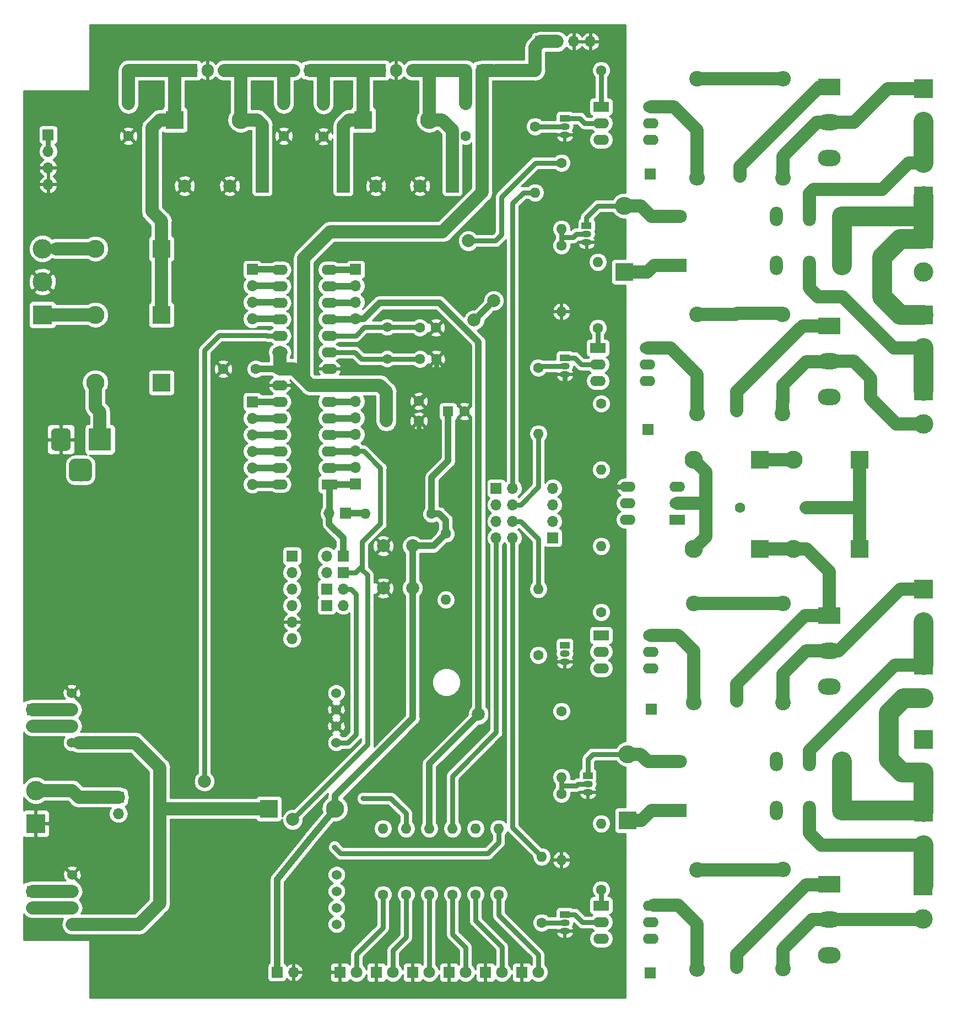
<source format=gtl>
G04 #@! TF.GenerationSoftware,KiCad,Pcbnew,(5.0.0)*
G04 #@! TF.CreationDate,2018-11-20T13:35:46+05:30*
G04 #@! TF.ProjectId,NDT,4E44542E6B696361645F706362000000,rev?*
G04 #@! TF.SameCoordinates,Original*
G04 #@! TF.FileFunction,Copper,L1,Top,Signal*
G04 #@! TF.FilePolarity,Positive*
%FSLAX46Y46*%
G04 Gerber Fmt 4.6, Leading zero omitted, Abs format (unit mm)*
G04 Created by KiCad (PCBNEW (5.0.0)) date 11/20/18 13:35:46*
%MOMM*%
%LPD*%
G01*
G04 APERTURE LIST*
G04 #@! TA.AperFunction,ComponentPad*
%ADD10R,1.700000X1.700000*%
G04 #@! TD*
G04 #@! TA.AperFunction,ComponentPad*
%ADD11O,1.700000X1.700000*%
G04 #@! TD*
G04 #@! TA.AperFunction,ComponentPad*
%ADD12C,1.600000*%
G04 #@! TD*
G04 #@! TA.AperFunction,ComponentPad*
%ADD13O,1.600000X1.600000*%
G04 #@! TD*
G04 #@! TA.AperFunction,ComponentPad*
%ADD14O,2.000000X3.000000*%
G04 #@! TD*
G04 #@! TA.AperFunction,ComponentPad*
%ADD15O,3.000000X2.000000*%
G04 #@! TD*
G04 #@! TA.AperFunction,ComponentPad*
%ADD16R,3.000000X2.000000*%
G04 #@! TD*
G04 #@! TA.AperFunction,ComponentPad*
%ADD17C,2.400000*%
G04 #@! TD*
G04 #@! TA.AperFunction,ComponentPad*
%ADD18O,2.400000X2.400000*%
G04 #@! TD*
G04 #@! TA.AperFunction,ComponentPad*
%ADD19R,3.000000X3.000000*%
G04 #@! TD*
G04 #@! TA.AperFunction,ComponentPad*
%ADD20C,3.000000*%
G04 #@! TD*
G04 #@! TA.AperFunction,ComponentPad*
%ADD21R,2.000000X2.000000*%
G04 #@! TD*
G04 #@! TA.AperFunction,ComponentPad*
%ADD22C,2.000000*%
G04 #@! TD*
G04 #@! TA.AperFunction,ComponentPad*
%ADD23O,2.800000X2.800000*%
G04 #@! TD*
G04 #@! TA.AperFunction,ComponentPad*
%ADD24R,2.800000X2.800000*%
G04 #@! TD*
G04 #@! TA.AperFunction,ComponentPad*
%ADD25R,3.500000X2.500000*%
G04 #@! TD*
G04 #@! TA.AperFunction,ComponentPad*
%ADD26O,3.500000X2.500000*%
G04 #@! TD*
G04 #@! TA.AperFunction,ComponentPad*
%ADD27C,1.800000*%
G04 #@! TD*
G04 #@! TA.AperFunction,ComponentPad*
%ADD28R,1.800000X1.800000*%
G04 #@! TD*
G04 #@! TA.AperFunction,ComponentPad*
%ADD29R,3.500000X3.500000*%
G04 #@! TD*
G04 #@! TA.AperFunction,Conductor*
%ADD30C,0.100000*%
G04 #@! TD*
G04 #@! TA.AperFunction,ComponentPad*
%ADD31C,3.500000*%
G04 #@! TD*
G04 #@! TA.AperFunction,ComponentPad*
%ADD32O,1.500000X1.050000*%
G04 #@! TD*
G04 #@! TA.AperFunction,ComponentPad*
%ADD33R,1.500000X1.050000*%
G04 #@! TD*
G04 #@! TA.AperFunction,ComponentPad*
%ADD34R,1.905000X2.000000*%
G04 #@! TD*
G04 #@! TA.AperFunction,ComponentPad*
%ADD35O,1.905000X2.000000*%
G04 #@! TD*
G04 #@! TA.AperFunction,ComponentPad*
%ADD36R,2.400000X1.600000*%
G04 #@! TD*
G04 #@! TA.AperFunction,ComponentPad*
%ADD37O,2.400000X1.600000*%
G04 #@! TD*
G04 #@! TA.AperFunction,ComponentPad*
%ADD38C,1.500000*%
G04 #@! TD*
G04 #@! TA.AperFunction,ComponentPad*
%ADD39R,1.600000X1.600000*%
G04 #@! TD*
G04 #@! TA.AperFunction,ComponentPad*
%ADD40C,1.524000*%
G04 #@! TD*
G04 #@! TA.AperFunction,ViaPad*
%ADD41C,2.000000*%
G04 #@! TD*
G04 #@! TA.AperFunction,ViaPad*
%ADD42C,0.800000*%
G04 #@! TD*
G04 #@! TA.AperFunction,Conductor*
%ADD43C,0.762000*%
G04 #@! TD*
G04 #@! TA.AperFunction,Conductor*
%ADD44C,2.032000*%
G04 #@! TD*
G04 #@! TA.AperFunction,Conductor*
%ADD45C,1.016000*%
G04 #@! TD*
G04 #@! TA.AperFunction,Conductor*
%ADD46C,3.048000*%
G04 #@! TD*
G04 #@! TA.AperFunction,Conductor*
%ADD47C,0.254000*%
G04 #@! TD*
G04 APERTURE END LIST*
D10*
G04 #@! TO.P,J20,1*
G04 #@! TO.N,Reset*
X69596000Y-99568000D03*
D11*
G04 #@! TO.P,J20,2*
G04 #@! TO.N,Net-(J20-Pad2)*
X67056000Y-99568000D03*
G04 #@! TD*
D12*
G04 #@! TO.P,R4,1*
G04 #@! TO.N,Net-(Q2-Pad2)*
X103124000Y-136144000D03*
D13*
G04 #@! TO.P,R4,2*
G04 #@! TO.N,GND*
X103124000Y-146304000D03*
G04 #@! TD*
D12*
G04 #@! TO.P,R15,1*
G04 #@! TO.N,INT*
X109220000Y-76136500D03*
D13*
G04 #@! TO.P,R15,2*
G04 #@! TO.N,5V*
X109220000Y-86296500D03*
G04 #@! TD*
D12*
G04 #@! TO.P,R3,1*
G04 #@! TO.N,Net-(Q1-Pad2)*
X103124000Y-51816000D03*
D13*
G04 #@! TO.P,R3,2*
G04 #@! TO.N,GND*
X103124000Y-61976000D03*
G04 #@! TD*
D14*
G04 #@! TO.P,K2,14*
G04 #@! TO.N,AC_IN*
X146244000Y-138684000D03*
G04 #@! TO.P,K2,21*
G04 #@! TO.N,Lamp_3*
X141204000Y-131184000D03*
G04 #@! TO.P,K2,12*
G04 #@! TO.N,Net-(K2-Pad12)*
X136164000Y-138684000D03*
G04 #@! TO.P,K2,22*
G04 #@! TO.N,Net-(K2-Pad22)*
X136164000Y-131184000D03*
G04 #@! TO.P,K2,24*
G04 #@! TO.N,AC_IN*
X146244000Y-131184000D03*
G04 #@! TO.P,K2,11*
G04 #@! TO.N,Lamp_4*
X141204000Y-138684000D03*
D15*
G04 #@! TO.P,K2,A2*
G04 #@! TO.N,Net-(D7-Pad2)*
X120904000Y-131184000D03*
D16*
G04 #@! TO.P,K2,A1*
G04 #@! TO.N,12V*
X120904000Y-138684000D03*
G04 #@! TD*
D17*
G04 #@! TO.P,R23,1*
G04 #@! TO.N,Net-(D16-Pad2)*
X137160000Y-162966400D03*
D18*
G04 #@! TO.P,R23,2*
G04 #@! TO.N,Net-(C16-Pad1)*
X137160000Y-147726400D03*
G04 #@! TD*
D19*
G04 #@! TO.P,J11,1*
G04 #@! TO.N,AC_IN*
X158750000Y-50800000D03*
D20*
G04 #@! TO.P,J11,2*
G04 #@! TO.N,GNDPWR*
X158750000Y-55880000D03*
G04 #@! TD*
D12*
G04 #@! TO.P,C1,2*
G04 #@! TO.N,GND*
X36576000Y-34972000D03*
G04 #@! TO.P,C1,1*
G04 #@! TO.N,Net-(C1-Pad1)*
X36576000Y-29972000D03*
G04 #@! TD*
D21*
G04 #@! TO.P,C2,1*
G04 #@! TO.N,Net-(C1-Pad1)*
X40212000Y-42672000D03*
D22*
G04 #@! TO.P,C2,2*
G04 #@! TO.N,GND*
X45212000Y-42672000D03*
G04 #@! TD*
G04 #@! TO.P,C3,2*
G04 #@! TO.N,GND*
X52150000Y-42672000D03*
D21*
G04 #@! TO.P,C3,1*
G04 #@! TO.N,Net-(C3-Pad1)*
X57150000Y-42672000D03*
G04 #@! TD*
D12*
G04 #@! TO.P,C4,2*
G04 #@! TO.N,GND*
X60452000Y-34972000D03*
G04 #@! TO.P,C4,1*
G04 #@! TO.N,Net-(C3-Pad1)*
X60452000Y-29972000D03*
G04 #@! TD*
G04 #@! TO.P,C5,1*
G04 #@! TO.N,12V*
X66548000Y-30052000D03*
G04 #@! TO.P,C5,2*
G04 #@! TO.N,GND*
X66548000Y-35052000D03*
G04 #@! TD*
D21*
G04 #@! TO.P,C6,1*
G04 #@! TO.N,12V*
X69596000Y-42672000D03*
D22*
G04 #@! TO.P,C6,2*
G04 #@! TO.N,GND*
X74596000Y-42672000D03*
G04 #@! TD*
G04 #@! TO.P,C7,2*
G04 #@! TO.N,GND*
X81360000Y-42672000D03*
D21*
G04 #@! TO.P,C7,1*
G04 #@! TO.N,Net-(C7-Pad1)*
X86360000Y-42672000D03*
G04 #@! TD*
D12*
G04 #@! TO.P,C8,1*
G04 #@! TO.N,Net-(C7-Pad1)*
X88392000Y-29972000D03*
G04 #@! TO.P,C8,2*
G04 #@! TO.N,GND*
X88392000Y-34972000D03*
G04 #@! TD*
G04 #@! TO.P,C10,1*
G04 #@! TO.N,5V*
X56134000Y-70802500D03*
G04 #@! TO.P,C10,2*
G04 #@! TO.N,GND*
X51134000Y-70802500D03*
G04 #@! TD*
G04 #@! TO.P,C11,1*
G04 #@! TO.N,Net-(C11-Pad1)*
X130556000Y-26172160D03*
D13*
G04 #@! TO.P,C11,2*
G04 #@! TO.N,GNDPWR*
X130556000Y-41172160D03*
G04 #@! TD*
D12*
G04 #@! TO.P,C12,1*
G04 #@! TO.N,GND*
X83883500Y-69278500D03*
G04 #@! TO.P,C12,2*
G04 #@! TO.N,Net-(C12-Pad2)*
X81383500Y-69278500D03*
G04 #@! TD*
G04 #@! TO.P,C13,2*
G04 #@! TO.N,Net-(C13-Pad2)*
X81343500Y-64452500D03*
G04 #@! TO.P,C13,1*
G04 #@! TO.N,GND*
X83843500Y-64452500D03*
G04 #@! TD*
D13*
G04 #@! TO.P,C14,2*
G04 #@! TO.N,GNDPWR*
X130048000Y-77255400D03*
D12*
G04 #@! TO.P,C14,1*
G04 #@! TO.N,Net-(C14-Pad1)*
X130048000Y-62255400D03*
G04 #@! TD*
G04 #@! TO.P,C15,1*
G04 #@! TO.N,Net-(C15-Pad1)*
X130048000Y-106832400D03*
D13*
G04 #@! TO.P,C15,2*
G04 #@! TO.N,GNDPWR*
X130048000Y-121832400D03*
G04 #@! TD*
D12*
G04 #@! TO.P,C16,1*
G04 #@! TO.N,Net-(C16-Pad1)*
X130048000Y-147828000D03*
D13*
G04 #@! TO.P,C16,2*
G04 #@! TO.N,GNDPWR*
X130048000Y-162828000D03*
G04 #@! TD*
D12*
G04 #@! TO.P,C17,1*
G04 #@! TO.N,5V*
X76200000Y-75755500D03*
G04 #@! TO.P,C17,2*
G04 #@! TO.N,GND*
X81200000Y-75755500D03*
G04 #@! TD*
G04 #@! TO.P,C18,2*
G04 #@! TO.N,GND*
X81200000Y-78803500D03*
G04 #@! TO.P,C18,1*
G04 #@! TO.N,5V*
X76200000Y-78803500D03*
G04 #@! TD*
D23*
G04 #@! TO.P,D1,2*
G04 #@! TO.N,Net-(C3-Pad1)*
X53848000Y-32512000D03*
D24*
G04 #@! TO.P,D1,1*
G04 #@! TO.N,Net-(C1-Pad1)*
X43688000Y-32512000D03*
G04 #@! TD*
G04 #@! TO.P,D2,1*
G04 #@! TO.N,12V*
X72644000Y-32512000D03*
D23*
G04 #@! TO.P,D2,2*
G04 #@! TO.N,Net-(C7-Pad1)*
X82804000Y-32512000D03*
G04 #@! TD*
G04 #@! TO.P,D3,2*
G04 #@! TO.N,Net-(D3-Pad2)*
X31496000Y-52324000D03*
D24*
G04 #@! TO.P,D3,1*
G04 #@! TO.N,Net-(C1-Pad1)*
X41656000Y-52324000D03*
G04 #@! TD*
D23*
G04 #@! TO.P,D4,2*
G04 #@! TO.N,Net-(D4-Pad2)*
X31496000Y-62484000D03*
D24*
G04 #@! TO.P,D4,1*
G04 #@! TO.N,Net-(C1-Pad1)*
X41656000Y-62484000D03*
G04 #@! TD*
G04 #@! TO.P,D5,1*
G04 #@! TO.N,12V*
X41656000Y-72898000D03*
D23*
G04 #@! TO.P,D5,2*
G04 #@! TO.N,Net-(D5-Pad2)*
X31496000Y-72898000D03*
G04 #@! TD*
G04 #@! TO.P,D6,2*
G04 #@! TO.N,Net-(D6-Pad2)*
X112776000Y-45720000D03*
D24*
G04 #@! TO.P,D6,1*
G04 #@! TO.N,12V*
X112776000Y-55880000D03*
G04 #@! TD*
G04 #@! TO.P,D7,1*
G04 #@! TO.N,12V*
X113284000Y-140208000D03*
D23*
G04 #@! TO.P,D7,2*
G04 #@! TO.N,Net-(D7-Pad2)*
X113284000Y-130048000D03*
G04 #@! TD*
D24*
G04 #@! TO.P,D8,1*
G04 #@! TO.N,5V*
X58166000Y-138430000D03*
D23*
G04 #@! TO.P,D8,2*
G04 #@! TO.N,Net-(C9-Pad1)*
X68326000Y-138430000D03*
G04 #@! TD*
D25*
G04 #@! TO.P,D9,1*
G04 #@! TO.N,GNDPWR*
X144272000Y-27432000D03*
D26*
G04 #@! TO.P,D9,2*
G04 #@! TO.N,Net-(D9-Pad2)*
X144272000Y-32907000D03*
G04 #@! TO.P,D9,3*
G04 #@! TO.N,Gate_1*
X144272000Y-38382000D03*
G04 #@! TD*
D24*
G04 #@! TO.P,D10,1*
G04 #@! TO.N,Net-(D10-Pad1)*
X148976080Y-84764880D03*
D23*
G04 #@! TO.P,D10,2*
G04 #@! TO.N,AC_IN*
X138816080Y-84764880D03*
G04 #@! TD*
G04 #@! TO.P,D11,2*
G04 #@! TO.N,GNDPWR*
X138816080Y-98480880D03*
D24*
G04 #@! TO.P,D11,1*
G04 #@! TO.N,Net-(D10-Pad1)*
X148976080Y-98480880D03*
G04 #@! TD*
D26*
G04 #@! TO.P,D12,3*
G04 #@! TO.N,Gate_2*
X144272000Y-75110400D03*
G04 #@! TO.P,D12,2*
G04 #@! TO.N,Net-(D12-Pad2)*
X144272000Y-69635400D03*
D25*
G04 #@! TO.P,D12,1*
G04 #@! TO.N,GNDPWR*
X144272000Y-64160400D03*
G04 #@! TD*
D24*
G04 #@! TO.P,D13,1*
G04 #@! TO.N,AC_IN*
X133604000Y-84764880D03*
D23*
G04 #@! TO.P,D13,2*
G04 #@! TO.N,Net-(D13-Pad2)*
X123444000Y-84764880D03*
G04 #@! TD*
G04 #@! TO.P,D14,2*
G04 #@! TO.N,Net-(D13-Pad2)*
X123444000Y-98480880D03*
D24*
G04 #@! TO.P,D14,1*
G04 #@! TO.N,GNDPWR*
X133604000Y-98480880D03*
G04 #@! TD*
D26*
G04 #@! TO.P,D15,3*
G04 #@! TO.N,Gate_3*
X144272000Y-119662000D03*
G04 #@! TO.P,D15,2*
G04 #@! TO.N,Net-(D15-Pad2)*
X144272000Y-114187000D03*
D25*
G04 #@! TO.P,D15,1*
G04 #@! TO.N,GNDPWR*
X144272000Y-108712000D03*
G04 #@! TD*
G04 #@! TO.P,D16,1*
G04 #@! TO.N,GNDPWR*
X144272000Y-150012400D03*
D26*
G04 #@! TO.P,D16,2*
G04 #@! TO.N,Net-(D16-Pad2)*
X144272000Y-155487400D03*
G04 #@! TO.P,D16,3*
G04 #@! TO.N,Gate_4*
X144272000Y-160962400D03*
G04 #@! TD*
D27*
G04 #@! TO.P,D17,2*
G04 #@! TO.N,Net-(D17-Pad2)*
X99568000Y-163576000D03*
D28*
G04 #@! TO.P,D17,1*
G04 #@! TO.N,GND*
X97028000Y-163576000D03*
G04 #@! TD*
G04 #@! TO.P,D18,1*
G04 #@! TO.N,GND*
X69088000Y-163576000D03*
D27*
G04 #@! TO.P,D18,2*
G04 #@! TO.N,Net-(D18-Pad2)*
X71628000Y-163576000D03*
G04 #@! TD*
G04 #@! TO.P,D19,2*
G04 #@! TO.N,Net-(D19-Pad2)*
X93980000Y-163576000D03*
D28*
G04 #@! TO.P,D19,1*
G04 #@! TO.N,GND*
X91440000Y-163576000D03*
G04 #@! TD*
G04 #@! TO.P,D20,1*
G04 #@! TO.N,GND*
X85852000Y-163576000D03*
D27*
G04 #@! TO.P,D20,2*
G04 #@! TO.N,Net-(D20-Pad2)*
X88392000Y-163576000D03*
G04 #@! TD*
D28*
G04 #@! TO.P,D21,1*
G04 #@! TO.N,GND*
X74676000Y-163576000D03*
D27*
G04 #@! TO.P,D21,2*
G04 #@! TO.N,Net-(D21-Pad2)*
X77216000Y-163576000D03*
G04 #@! TD*
G04 #@! TO.P,D22,2*
G04 #@! TO.N,Net-(D22-Pad2)*
X82804000Y-163576000D03*
D28*
G04 #@! TO.P,D22,1*
G04 #@! TO.N,GND*
X80264000Y-163576000D03*
G04 #@! TD*
D20*
G04 #@! TO.P,J1,2*
G04 #@! TO.N,AC_IN*
X158750000Y-132842000D03*
D19*
G04 #@! TO.P,J1,1*
G04 #@! TO.N,GNDPWR*
X158750000Y-127762000D03*
G04 #@! TD*
D11*
G04 #@! TO.P,J2,2*
G04 #@! TO.N,Net-(C3-Pad1)*
X61976000Y-24892000D03*
D10*
G04 #@! TO.P,J2,1*
G04 #@! TO.N,12V*
X64516000Y-24892000D03*
G04 #@! TD*
D11*
G04 #@! TO.P,J3,2*
G04 #@! TO.N,Net-(C7-Pad1)*
X88392000Y-24892000D03*
D10*
G04 #@! TO.P,J3,1*
G04 #@! TO.N,5V*
X90932000Y-24892000D03*
G04 #@! TD*
D19*
G04 #@! TO.P,J6,1*
G04 #@! TO.N,Net-(D4-Pad2)*
X23368000Y-62484000D03*
D20*
G04 #@! TO.P,J6,2*
G04 #@! TO.N,GND*
X23368000Y-57404000D03*
G04 #@! TO.P,J6,3*
G04 #@! TO.N,Net-(D3-Pad2)*
X23368000Y-52324000D03*
G04 #@! TD*
D29*
G04 #@! TO.P,J14,1*
G04 #@! TO.N,Net-(D5-Pad2)*
X32210000Y-81660000D03*
D30*
G04 #@! TD*
G04 #@! TO.N,GND*
G04 #@! TO.C,J14*
G36*
X27033513Y-79913611D02*
X27106318Y-79924411D01*
X27177714Y-79942295D01*
X27247013Y-79967090D01*
X27313548Y-79998559D01*
X27376678Y-80036398D01*
X27435795Y-80080242D01*
X27490330Y-80129670D01*
X27539758Y-80184205D01*
X27583602Y-80243322D01*
X27621441Y-80306452D01*
X27652910Y-80372987D01*
X27677705Y-80442286D01*
X27695589Y-80513682D01*
X27706389Y-80586487D01*
X27710000Y-80660000D01*
X27710000Y-82660000D01*
X27706389Y-82733513D01*
X27695589Y-82806318D01*
X27677705Y-82877714D01*
X27652910Y-82947013D01*
X27621441Y-83013548D01*
X27583602Y-83076678D01*
X27539758Y-83135795D01*
X27490330Y-83190330D01*
X27435795Y-83239758D01*
X27376678Y-83283602D01*
X27313548Y-83321441D01*
X27247013Y-83352910D01*
X27177714Y-83377705D01*
X27106318Y-83395589D01*
X27033513Y-83406389D01*
X26960000Y-83410000D01*
X25460000Y-83410000D01*
X25386487Y-83406389D01*
X25313682Y-83395589D01*
X25242286Y-83377705D01*
X25172987Y-83352910D01*
X25106452Y-83321441D01*
X25043322Y-83283602D01*
X24984205Y-83239758D01*
X24929670Y-83190330D01*
X24880242Y-83135795D01*
X24836398Y-83076678D01*
X24798559Y-83013548D01*
X24767090Y-82947013D01*
X24742295Y-82877714D01*
X24724411Y-82806318D01*
X24713611Y-82733513D01*
X24710000Y-82660000D01*
X24710000Y-80660000D01*
X24713611Y-80586487D01*
X24724411Y-80513682D01*
X24742295Y-80442286D01*
X24767090Y-80372987D01*
X24798559Y-80306452D01*
X24836398Y-80243322D01*
X24880242Y-80184205D01*
X24929670Y-80129670D01*
X24984205Y-80080242D01*
X25043322Y-80036398D01*
X25106452Y-79998559D01*
X25172987Y-79967090D01*
X25242286Y-79942295D01*
X25313682Y-79924411D01*
X25386487Y-79913611D01*
X25460000Y-79910000D01*
X26960000Y-79910000D01*
X27033513Y-79913611D01*
X27033513Y-79913611D01*
G37*
D20*
G04 #@! TO.P,J14,2*
G04 #@! TO.N,GND*
X26210000Y-81660000D03*
D30*
G04 #@! TD*
G04 #@! TO.N,N/C*
G04 #@! TO.C,J14*
G36*
X30170765Y-84614213D02*
X30255704Y-84626813D01*
X30338999Y-84647677D01*
X30419848Y-84676605D01*
X30497472Y-84713319D01*
X30571124Y-84757464D01*
X30640094Y-84808616D01*
X30703718Y-84866282D01*
X30761384Y-84929906D01*
X30812536Y-84998876D01*
X30856681Y-85072528D01*
X30893395Y-85150152D01*
X30922323Y-85231001D01*
X30943187Y-85314296D01*
X30955787Y-85399235D01*
X30960000Y-85485000D01*
X30960000Y-87235000D01*
X30955787Y-87320765D01*
X30943187Y-87405704D01*
X30922323Y-87488999D01*
X30893395Y-87569848D01*
X30856681Y-87647472D01*
X30812536Y-87721124D01*
X30761384Y-87790094D01*
X30703718Y-87853718D01*
X30640094Y-87911384D01*
X30571124Y-87962536D01*
X30497472Y-88006681D01*
X30419848Y-88043395D01*
X30338999Y-88072323D01*
X30255704Y-88093187D01*
X30170765Y-88105787D01*
X30085000Y-88110000D01*
X28335000Y-88110000D01*
X28249235Y-88105787D01*
X28164296Y-88093187D01*
X28081001Y-88072323D01*
X28000152Y-88043395D01*
X27922528Y-88006681D01*
X27848876Y-87962536D01*
X27779906Y-87911384D01*
X27716282Y-87853718D01*
X27658616Y-87790094D01*
X27607464Y-87721124D01*
X27563319Y-87647472D01*
X27526605Y-87569848D01*
X27497677Y-87488999D01*
X27476813Y-87405704D01*
X27464213Y-87320765D01*
X27460000Y-87235000D01*
X27460000Y-85485000D01*
X27464213Y-85399235D01*
X27476813Y-85314296D01*
X27497677Y-85231001D01*
X27526605Y-85150152D01*
X27563319Y-85072528D01*
X27607464Y-84998876D01*
X27658616Y-84929906D01*
X27716282Y-84866282D01*
X27779906Y-84808616D01*
X27848876Y-84757464D01*
X27922528Y-84713319D01*
X28000152Y-84676605D01*
X28081001Y-84647677D01*
X28164296Y-84626813D01*
X28249235Y-84614213D01*
X28335000Y-84610000D01*
X30085000Y-84610000D01*
X30170765Y-84614213D01*
X30170765Y-84614213D01*
G37*
D31*
G04 #@! TO.P,J14,3*
G04 #@! TO.N,N/C*
X29210000Y-86360000D03*
G04 #@! TD*
D10*
G04 #@! TO.P,J15,1*
G04 #@! TO.N,Net-(J15-Pad1)*
X69977000Y-93027500D03*
D11*
G04 #@! TO.P,J15,2*
G04 #@! TO.N,Reset*
X67437000Y-93027500D03*
G04 #@! TD*
D20*
G04 #@! TO.P,J16,2*
G04 #@! TO.N,Lamp_1*
X158750000Y-32766000D03*
D19*
G04 #@! TO.P,J16,1*
G04 #@! TO.N,Net-(D9-Pad2)*
X158750000Y-27686000D03*
G04 #@! TD*
G04 #@! TO.P,J17,1*
G04 #@! TO.N,Lamp_2*
X158750000Y-74168000D03*
D20*
G04 #@! TO.P,J17,2*
G04 #@! TO.N,Net-(D12-Pad2)*
X158750000Y-79248000D03*
G04 #@! TD*
G04 #@! TO.P,J18,2*
G04 #@! TO.N,Lamp_3*
X158750000Y-109728000D03*
D19*
G04 #@! TO.P,J18,1*
G04 #@! TO.N,Net-(D15-Pad2)*
X158750000Y-104648000D03*
G04 #@! TD*
D10*
G04 #@! TO.P,J19,1*
G04 #@! TO.N,Drive*
X93091000Y-89154000D03*
D11*
G04 #@! TO.P,J19,2*
G04 #@! TO.N,Net-(J19-Pad2)*
X95631000Y-89154000D03*
G04 #@! TO.P,J19,3*
G04 #@! TO.N,Drive*
X93091000Y-91694000D03*
G04 #@! TO.P,J19,4*
G04 #@! TO.N,Net-(J19-Pad4)*
X95631000Y-91694000D03*
G04 #@! TO.P,J19,5*
G04 #@! TO.N,Drive*
X93091000Y-94234000D03*
G04 #@! TO.P,J19,6*
G04 #@! TO.N,Net-(J19-Pad6)*
X95631000Y-94234000D03*
G04 #@! TO.P,J19,7*
G04 #@! TO.N,Drive*
X93091000Y-96774000D03*
G04 #@! TO.P,J19,8*
G04 #@! TO.N,Net-(J19-Pad8)*
X95631000Y-96774000D03*
G04 #@! TD*
D10*
G04 #@! TO.P,J21,1*
G04 #@! TO.N,TX*
X69596000Y-102108000D03*
D11*
G04 #@! TO.P,J21,2*
G04 #@! TO.N,Net-(J21-Pad2)*
X67056000Y-102108000D03*
G04 #@! TD*
G04 #@! TO.P,J22,6*
G04 #@! TO.N,3V3*
X61722000Y-112268000D03*
G04 #@! TO.P,J22,5*
G04 #@! TO.N,GND*
X61722000Y-109728000D03*
G04 #@! TO.P,J22,4*
G04 #@! TO.N,Net-(J22-Pad4)*
X61722000Y-107188000D03*
G04 #@! TO.P,J22,3*
G04 #@! TO.N,Net-(J22-Pad3)*
X61722000Y-104648000D03*
G04 #@! TO.P,J22,2*
G04 #@! TO.N,Net-(J21-Pad2)*
X61722000Y-102108000D03*
D10*
G04 #@! TO.P,J22,1*
G04 #@! TO.N,Net-(J20-Pad2)*
X61722000Y-99568000D03*
G04 #@! TD*
D19*
G04 #@! TO.P,J23,1*
G04 #@! TO.N,Lamp_4*
X158673800Y-150266400D03*
D20*
G04 #@! TO.P,J23,2*
G04 #@! TO.N,Net-(D16-Pad2)*
X158673800Y-155346400D03*
G04 #@! TD*
D10*
G04 #@! TO.P,J24,1*
G04 #@! TO.N,Net-(J22-Pad3)*
X67056000Y-104648000D03*
D11*
G04 #@! TO.P,J24,2*
G04 #@! TO.N,RX*
X69596000Y-104648000D03*
G04 #@! TD*
G04 #@! TO.P,J25,2*
G04 #@! TO.N,5V*
X69596000Y-107188000D03*
D10*
G04 #@! TO.P,J25,1*
G04 #@! TO.N,Net-(J22-Pad4)*
X67056000Y-107188000D03*
G04 #@! TD*
D19*
G04 #@! TO.P,J26,1*
G04 #@! TO.N,GND*
X22352000Y-140716000D03*
D20*
G04 #@! TO.P,J26,2*
G04 #@! TO.N,Net-(J26-Pad2)*
X22352000Y-135636000D03*
G04 #@! TD*
D11*
G04 #@! TO.P,J27,2*
G04 #@! TO.N,12V*
X35052000Y-139192000D03*
D10*
G04 #@! TO.P,J27,1*
G04 #@! TO.N,Net-(J26-Pad2)*
X35052000Y-136652000D03*
G04 #@! TD*
G04 #@! TO.P,J30,1*
G04 #@! TO.N,Net-(J30-Pad1)*
X21844000Y-151130000D03*
D11*
G04 #@! TO.P,J30,2*
G04 #@! TO.N,Net-(J30-Pad2)*
X21844000Y-153670000D03*
G04 #@! TD*
D10*
G04 #@! TO.P,J31,1*
G04 #@! TO.N,PC0*
X55626000Y-75844722D03*
D11*
G04 #@! TO.P,J31,2*
G04 #@! TO.N,PC1*
X55626000Y-78384722D03*
G04 #@! TO.P,J31,3*
G04 #@! TO.N,PC2*
X55626000Y-80924722D03*
G04 #@! TO.P,J31,4*
G04 #@! TO.N,PC3*
X55626000Y-83464722D03*
G04 #@! TO.P,J31,5*
G04 #@! TO.N,PC4*
X55626000Y-86004722D03*
G04 #@! TO.P,J31,6*
G04 #@! TO.N,PC5*
X55626000Y-88544722D03*
G04 #@! TD*
G04 #@! TO.P,J35,2*
G04 #@! TO.N,Net-(J35-Pad2)*
X21844000Y-125730000D03*
D10*
G04 #@! TO.P,J35,1*
G04 #@! TO.N,Net-(J35-Pad1)*
X21844000Y-123190000D03*
G04 #@! TD*
D16*
G04 #@! TO.P,K1,A1*
G04 #@! TO.N,12V*
X120904000Y-54864000D03*
D15*
G04 #@! TO.P,K1,A2*
G04 #@! TO.N,Net-(D6-Pad2)*
X120904000Y-47364000D03*
D14*
G04 #@! TO.P,K1,11*
G04 #@! TO.N,Lamp_2*
X141204000Y-54864000D03*
G04 #@! TO.P,K1,24*
G04 #@! TO.N,AC_IN*
X146244000Y-47364000D03*
G04 #@! TO.P,K1,22*
G04 #@! TO.N,Net-(K1-Pad22)*
X136164000Y-47364000D03*
G04 #@! TO.P,K1,12*
G04 #@! TO.N,Net-(K1-Pad12)*
X136164000Y-54864000D03*
G04 #@! TO.P,K1,21*
G04 #@! TO.N,Lamp_1*
X141204000Y-47364000D03*
G04 #@! TO.P,K1,14*
G04 #@! TO.N,AC_IN*
X146244000Y-54864000D03*
G04 #@! TD*
D32*
G04 #@! TO.P,Q1,2*
G04 #@! TO.N,Net-(Q1-Pad2)*
X106979720Y-50038000D03*
G04 #@! TO.P,Q1,3*
G04 #@! TO.N,GND*
X106979720Y-51308000D03*
D33*
G04 #@! TO.P,Q1,1*
G04 #@! TO.N,Net-(D6-Pad2)*
X106979720Y-48768000D03*
G04 #@! TD*
D32*
G04 #@! TO.P,Q2,2*
G04 #@! TO.N,Net-(Q2-Pad2)*
X107188000Y-134620000D03*
G04 #@! TO.P,Q2,3*
G04 #@! TO.N,GND*
X107188000Y-135890000D03*
D33*
G04 #@! TO.P,Q2,1*
G04 #@! TO.N,Net-(D7-Pad2)*
X107188000Y-133350000D03*
G04 #@! TD*
D32*
G04 #@! TO.P,Q3,2*
G04 #@! TO.N,Net-(Q3-Pad2)*
X103632000Y-33528000D03*
G04 #@! TO.P,Q3,3*
G04 #@! TO.N,GND*
X103632000Y-34798000D03*
D33*
G04 #@! TO.P,Q3,1*
G04 #@! TO.N,Net-(Q3-Pad1)*
X103632000Y-32258000D03*
G04 #@! TD*
G04 #@! TO.P,Q4,1*
G04 #@! TO.N,Net-(Q4-Pad1)*
X103632000Y-69088000D03*
D32*
G04 #@! TO.P,Q4,3*
G04 #@! TO.N,GND*
X103632000Y-71628000D03*
G04 #@! TO.P,Q4,2*
G04 #@! TO.N,Net-(Q4-Pad2)*
X103632000Y-70358000D03*
G04 #@! TD*
D33*
G04 #@! TO.P,Q5,1*
G04 #@! TO.N,Net-(Q5-Pad1)*
X103632000Y-113284000D03*
D32*
G04 #@! TO.P,Q5,3*
G04 #@! TO.N,GND*
X103632000Y-115824000D03*
G04 #@! TO.P,Q5,2*
G04 #@! TO.N,Net-(Q5-Pad2)*
X103632000Y-114554000D03*
G04 #@! TD*
D33*
G04 #@! TO.P,Q6,1*
G04 #@! TO.N,Net-(Q6-Pad1)*
X103632000Y-154686000D03*
D32*
G04 #@! TO.P,Q6,3*
G04 #@! TO.N,GND*
X103632000Y-157226000D03*
G04 #@! TO.P,Q6,2*
G04 #@! TO.N,Net-(Q6-Pad2)*
X103632000Y-155956000D03*
G04 #@! TD*
D12*
G04 #@! TO.P,R1,1*
G04 #@! TO.N,Relay_Drive*
X103124000Y-39116000D03*
D13*
G04 #@! TO.P,R1,2*
G04 #@! TO.N,Net-(Q1-Pad2)*
X103124000Y-49276000D03*
G04 #@! TD*
G04 #@! TO.P,R2,2*
G04 #@! TO.N,Net-(Q2-Pad2)*
X103124000Y-133604000D03*
D12*
G04 #@! TO.P,R2,1*
G04 #@! TO.N,Relay_Drive*
X103124000Y-123444000D03*
G04 #@! TD*
D13*
G04 #@! TO.P,R5,2*
G04 #@! TO.N,5V*
X85344000Y-106299000D03*
D12*
G04 #@! TO.P,R5,1*
G04 #@! TO.N,Net-(C9-Pad1)*
X85344000Y-96139000D03*
G04 #@! TD*
D13*
G04 #@! TO.P,R6,2*
G04 #@! TO.N,Net-(J15-Pad1)*
X73025000Y-93091000D03*
D12*
G04 #@! TO.P,R6,1*
G04 #@! TO.N,Net-(C9-Pad1)*
X83185000Y-93091000D03*
G04 #@! TD*
D13*
G04 #@! TO.P,R7,2*
G04 #@! TO.N,5V*
X99060000Y-24892000D03*
D12*
G04 #@! TO.P,R7,1*
G04 #@! TO.N,Net-(R7-Pad1)*
X109220000Y-24892000D03*
G04 #@! TD*
D13*
G04 #@! TO.P,R10,2*
G04 #@! TO.N,Net-(J19-Pad2)*
X99060000Y-43688000D03*
D12*
G04 #@! TO.P,R10,1*
G04 #@! TO.N,Net-(Q3-Pad2)*
X99060000Y-33528000D03*
G04 #@! TD*
D13*
G04 #@! TO.P,R11,2*
G04 #@! TO.N,Net-(D10-Pad1)*
X140716000Y-92130880D03*
D12*
G04 #@! TO.P,R11,1*
G04 #@! TO.N,Net-(R11-Pad1)*
X130556000Y-92130880D03*
G04 #@! TD*
G04 #@! TO.P,R12,1*
G04 #@! TO.N,Net-(R12-Pad1)*
X108712000Y-64516000D03*
D13*
G04 #@! TO.P,R12,2*
G04 #@! TO.N,5V*
X108712000Y-54356000D03*
G04 #@! TD*
D12*
G04 #@! TO.P,R16,1*
G04 #@! TO.N,Net-(Q4-Pad2)*
X99568000Y-70612000D03*
D13*
G04 #@! TO.P,R16,2*
G04 #@! TO.N,Net-(J19-Pad4)*
X99568000Y-80772000D03*
G04 #@! TD*
G04 #@! TO.P,R17,2*
G04 #@! TO.N,5V*
X109220000Y-98044000D03*
D12*
G04 #@! TO.P,R17,1*
G04 #@! TO.N,Net-(R17-Pad1)*
X109220000Y-108204000D03*
G04 #@! TD*
D13*
G04 #@! TO.P,R20,2*
G04 #@! TO.N,Net-(J19-Pad6)*
X99568000Y-104648000D03*
D12*
G04 #@! TO.P,R20,1*
G04 #@! TO.N,Net-(Q5-Pad2)*
X99568000Y-114808000D03*
G04 #@! TD*
D13*
G04 #@! TO.P,R21,2*
G04 #@! TO.N,5V*
X109220000Y-140716000D03*
D12*
G04 #@! TO.P,R21,1*
G04 #@! TO.N,Net-(R21-Pad1)*
X109220000Y-150876000D03*
G04 #@! TD*
G04 #@! TO.P,R24,1*
G04 #@! TO.N,Net-(Q6-Pad2)*
X100076000Y-155956000D03*
D13*
G04 #@! TO.P,R24,2*
G04 #@! TO.N,Net-(J19-Pad8)*
X100076000Y-145796000D03*
G04 #@! TD*
G04 #@! TO.P,R25,2*
G04 #@! TO.N,12V*
X93472000Y-141478000D03*
D12*
G04 #@! TO.P,R25,1*
G04 #@! TO.N,Net-(D17-Pad2)*
X93472000Y-151638000D03*
G04 #@! TD*
G04 #@! TO.P,R26,1*
G04 #@! TO.N,Net-(D18-Pad2)*
X75692000Y-151638000D03*
D13*
G04 #@! TO.P,R26,2*
G04 #@! TO.N,5V*
X75692000Y-141478000D03*
G04 #@! TD*
G04 #@! TO.P,R27,2*
G04 #@! TO.N,LED*
X89916000Y-141478000D03*
D12*
G04 #@! TO.P,R27,1*
G04 #@! TO.N,Net-(D19-Pad2)*
X89916000Y-151638000D03*
G04 #@! TD*
G04 #@! TO.P,R28,1*
G04 #@! TO.N,Net-(D20-Pad2)*
X86360000Y-151638000D03*
D13*
G04 #@! TO.P,R28,2*
G04 #@! TO.N,Drive*
X86360000Y-141478000D03*
G04 #@! TD*
D12*
G04 #@! TO.P,R29,1*
G04 #@! TO.N,Net-(D21-Pad2)*
X79248000Y-151638000D03*
D13*
G04 #@! TO.P,R29,2*
G04 #@! TO.N,3V3*
X79248000Y-141478000D03*
G04 #@! TD*
D12*
G04 #@! TO.P,R30,1*
G04 #@! TO.N,Net-(D22-Pad2)*
X82804000Y-151638000D03*
D13*
G04 #@! TO.P,R30,2*
G04 #@! TO.N,Relay_Drive*
X82804000Y-141478000D03*
G04 #@! TD*
D22*
G04 #@! TO.P,SW1,2*
G04 #@! TO.N,Net-(C9-Pad1)*
X80255500Y-104521000D03*
G04 #@! TO.P,SW1,1*
G04 #@! TO.N,GND*
X75755500Y-104521000D03*
G04 #@! TO.P,SW1,2*
G04 #@! TO.N,Net-(C9-Pad1)*
X80255500Y-98021000D03*
G04 #@! TO.P,SW1,1*
G04 #@! TO.N,GND*
X75755500Y-98021000D03*
G04 #@! TD*
D34*
G04 #@! TO.P,U1,1*
G04 #@! TO.N,Net-(C1-Pad1)*
X46228000Y-24892000D03*
D35*
G04 #@! TO.P,U1,2*
G04 #@! TO.N,GND*
X48768000Y-24892000D03*
G04 #@! TO.P,U1,3*
G04 #@! TO.N,Net-(C3-Pad1)*
X51308000Y-24892000D03*
G04 #@! TD*
G04 #@! TO.P,U2,3*
G04 #@! TO.N,Net-(C7-Pad1)*
X80264000Y-24892000D03*
G04 #@! TO.P,U2,2*
G04 #@! TO.N,GND*
X77724000Y-24892000D03*
D34*
G04 #@! TO.P,U2,1*
G04 #@! TO.N,12V*
X75184000Y-24892000D03*
G04 #@! TD*
D36*
G04 #@! TO.P,U3,1*
G04 #@! TO.N,Net-(R7-Pad1)*
X109220000Y-30480000D03*
D37*
G04 #@! TO.P,U3,4*
G04 #@! TO.N,Gate_1*
X116840000Y-35560000D03*
G04 #@! TO.P,U3,2*
G04 #@! TO.N,Net-(Q3-Pad1)*
X109220000Y-33020000D03*
G04 #@! TO.P,U3,5*
G04 #@! TO.N,Net-(U3-Pad5)*
X116840000Y-33020000D03*
G04 #@! TO.P,U3,3*
G04 #@! TO.N,Net-(U3-Pad3)*
X109220000Y-35560000D03*
G04 #@! TO.P,U3,6*
G04 #@! TO.N,Net-(R8-Pad2)*
X116840000Y-30480000D03*
G04 #@! TD*
D36*
G04 #@! TO.P,U4,1*
G04 #@! TO.N,Reset*
X67451887Y-88544722D03*
D37*
G04 #@! TO.P,U4,15*
G04 #@! TO.N,PB1*
X59831887Y-55524722D03*
G04 #@! TO.P,U4,2*
G04 #@! TO.N,RX*
X67451887Y-86004722D03*
G04 #@! TO.P,U4,16*
G04 #@! TO.N,PB2*
X59831887Y-58064722D03*
G04 #@! TO.P,U4,3*
G04 #@! TO.N,TX*
X67451887Y-83464722D03*
G04 #@! TO.P,U4,17*
G04 #@! TO.N,PB3*
X59831887Y-60604722D03*
G04 #@! TO.P,U4,4*
G04 #@! TO.N,INT*
X67451887Y-80924722D03*
G04 #@! TO.P,U4,18*
G04 #@! TO.N,PB4*
X59831887Y-63144722D03*
G04 #@! TO.P,U4,5*
G04 #@! TO.N,PD3*
X67451887Y-78384722D03*
G04 #@! TO.P,U4,19*
G04 #@! TO.N,LED*
X59831887Y-65684722D03*
G04 #@! TO.P,U4,6*
G04 #@! TO.N,PD4*
X67451887Y-75844722D03*
G04 #@! TO.P,U4,20*
G04 #@! TO.N,5V*
X59831887Y-68224722D03*
G04 #@! TO.P,U4,7*
X67451887Y-73304722D03*
G04 #@! TO.P,U4,21*
X59831887Y-70764722D03*
G04 #@! TO.P,U4,8*
G04 #@! TO.N,GND*
X67451887Y-70764722D03*
G04 #@! TO.P,U4,22*
X59831887Y-73304722D03*
G04 #@! TO.P,U4,9*
G04 #@! TO.N,Net-(C12-Pad2)*
X67451887Y-68224722D03*
G04 #@! TO.P,U4,23*
G04 #@! TO.N,PC0*
X59831887Y-75844722D03*
G04 #@! TO.P,U4,10*
G04 #@! TO.N,Net-(C13-Pad2)*
X67451887Y-65684722D03*
G04 #@! TO.P,U4,24*
G04 #@! TO.N,PC1*
X59831887Y-78384722D03*
G04 #@! TO.P,U4,11*
G04 #@! TO.N,Relay_Drive*
X67451887Y-63144722D03*
G04 #@! TO.P,U4,25*
G04 #@! TO.N,PC2*
X59831887Y-80924722D03*
G04 #@! TO.P,U4,12*
G04 #@! TO.N,Drive*
X67451887Y-60604722D03*
G04 #@! TO.P,U4,26*
G04 #@! TO.N,PC3*
X59831887Y-83464722D03*
G04 #@! TO.P,U4,13*
G04 #@! TO.N,PD7*
X67451887Y-58064722D03*
G04 #@! TO.P,U4,27*
G04 #@! TO.N,PC4*
X59831887Y-86004722D03*
G04 #@! TO.P,U4,14*
G04 #@! TO.N,PB0*
X67451887Y-55524722D03*
G04 #@! TO.P,U4,28*
G04 #@! TO.N,PC5*
X59831887Y-88544722D03*
G04 #@! TD*
D36*
G04 #@! TO.P,U5,1*
G04 #@! TO.N,Net-(R12-Pad1)*
X108712000Y-67564000D03*
D37*
G04 #@! TO.P,U5,4*
G04 #@! TO.N,Gate_2*
X116332000Y-72644000D03*
G04 #@! TO.P,U5,2*
G04 #@! TO.N,Net-(Q4-Pad1)*
X108712000Y-70104000D03*
G04 #@! TO.P,U5,5*
G04 #@! TO.N,Net-(U5-Pad5)*
X116332000Y-70104000D03*
G04 #@! TO.P,U5,3*
G04 #@! TO.N,Net-(U5-Pad3)*
X108712000Y-72644000D03*
G04 #@! TO.P,U5,6*
G04 #@! TO.N,Net-(R13-Pad2)*
X116332000Y-67564000D03*
G04 #@! TD*
G04 #@! TO.P,U6,6*
G04 #@! TO.N,Net-(U6-Pad6)*
X113284000Y-93980000D03*
G04 #@! TO.P,U6,3*
G04 #@! TO.N,Net-(U6-Pad3)*
X120904000Y-88900000D03*
G04 #@! TO.P,U6,5*
G04 #@! TO.N,INT*
X113284000Y-91440000D03*
G04 #@! TO.P,U6,2*
G04 #@! TO.N,Net-(D13-Pad2)*
X120904000Y-91440000D03*
G04 #@! TO.P,U6,4*
G04 #@! TO.N,GND*
X113284000Y-88900000D03*
D36*
G04 #@! TO.P,U6,1*
G04 #@! TO.N,Net-(R11-Pad1)*
X120904000Y-93980000D03*
G04 #@! TD*
D37*
G04 #@! TO.P,U7,6*
G04 #@! TO.N,Net-(R18-Pad2)*
X116840000Y-111760000D03*
G04 #@! TO.P,U7,3*
G04 #@! TO.N,Net-(U7-Pad3)*
X109220000Y-116840000D03*
G04 #@! TO.P,U7,5*
G04 #@! TO.N,Net-(U7-Pad5)*
X116840000Y-114300000D03*
G04 #@! TO.P,U7,2*
G04 #@! TO.N,Net-(Q5-Pad1)*
X109220000Y-114300000D03*
G04 #@! TO.P,U7,4*
G04 #@! TO.N,Gate_3*
X116840000Y-116840000D03*
D36*
G04 #@! TO.P,U7,1*
G04 #@! TO.N,Net-(R17-Pad1)*
X109220000Y-111760000D03*
G04 #@! TD*
G04 #@! TO.P,U8,1*
G04 #@! TO.N,Net-(R21-Pad1)*
X109220000Y-153319480D03*
D37*
G04 #@! TO.P,U8,4*
G04 #@! TO.N,Gate_4*
X116840000Y-158399480D03*
G04 #@! TO.P,U8,2*
G04 #@! TO.N,Net-(Q6-Pad1)*
X109220000Y-155859480D03*
G04 #@! TO.P,U8,5*
G04 #@! TO.N,Net-(U8-Pad5)*
X116840000Y-155859480D03*
G04 #@! TO.P,U8,3*
G04 #@! TO.N,Net-(U8-Pad3)*
X109220000Y-158399480D03*
G04 #@! TO.P,U8,6*
G04 #@! TO.N,Net-(R22-Pad2)*
X116840000Y-153319480D03*
G04 #@! TD*
D38*
G04 #@! TO.P,Y1,1*
G04 #@! TO.N,Net-(C12-Pad2)*
X76341887Y-69240722D03*
G04 #@! TO.P,Y1,2*
G04 #@! TO.N,Net-(C13-Pad2)*
X76341887Y-64360722D03*
G04 #@! TD*
D39*
G04 #@! TO.P,C9,1*
G04 #@! TO.N,Net-(C9-Pad1)*
X85699600Y-77343000D03*
D12*
G04 #@! TO.P,C9,2*
G04 #@! TO.N,GND*
X88199600Y-77343000D03*
G04 #@! TD*
D40*
G04 #@! TO.P,U9,8*
G04 #@! TO.N,5V*
X27940000Y-156210000D03*
G04 #@! TO.P,U9,7*
G04 #@! TO.N,Net-(J30-Pad2)*
X27940000Y-153670000D03*
G04 #@! TO.P,U9,6*
G04 #@! TO.N,Net-(J30-Pad1)*
X27940000Y-151130000D03*
G04 #@! TO.P,U9,5*
G04 #@! TO.N,GND*
X27940000Y-148590000D03*
G04 #@! TO.P,U9,4*
G04 #@! TO.N,Net-(U9-Pad4)*
X68580000Y-156210000D03*
G04 #@! TO.P,U9,3*
G04 #@! TO.N,5V*
X68580000Y-153670000D03*
G04 #@! TO.P,U9,2*
X68580000Y-151130000D03*
G04 #@! TO.P,U9,1*
G04 #@! TO.N,TX*
X68580000Y-148590000D03*
G04 #@! TD*
G04 #@! TO.P,U10,1*
G04 #@! TO.N,Net-(U10-Pad1)*
X68504999Y-120650000D03*
G04 #@! TO.P,U10,2*
G04 #@! TO.N,GND*
X68504999Y-123190000D03*
G04 #@! TO.P,U10,3*
X68504999Y-125730000D03*
G04 #@! TO.P,U10,4*
G04 #@! TO.N,RX*
X68504999Y-128270000D03*
G04 #@! TO.P,U10,5*
G04 #@! TO.N,GND*
X27864999Y-120650000D03*
G04 #@! TO.P,U10,6*
G04 #@! TO.N,Net-(J35-Pad1)*
X27864999Y-123190000D03*
G04 #@! TO.P,U10,7*
G04 #@! TO.N,Net-(J35-Pad2)*
X27864999Y-125730000D03*
G04 #@! TO.P,U10,8*
G04 #@! TO.N,5V*
X27864999Y-128270000D03*
G04 #@! TD*
D17*
G04 #@! TO.P,R8,1*
G04 #@! TO.N,Net-(C11-Pad1)*
X123952000Y-26146760D03*
D18*
G04 #@! TO.P,R8,2*
G04 #@! TO.N,Net-(R8-Pad2)*
X123952000Y-41386760D03*
G04 #@! TD*
G04 #@! TO.P,R9,2*
G04 #@! TO.N,Net-(C11-Pad1)*
X137129520Y-26146760D03*
D17*
G04 #@! TO.P,R9,1*
G04 #@! TO.N,Net-(D9-Pad2)*
X137129520Y-41386760D03*
G04 #@! TD*
G04 #@! TO.P,R13,1*
G04 #@! TO.N,Net-(C14-Pad1)*
X123952000Y-62382400D03*
D18*
G04 #@! TO.P,R13,2*
G04 #@! TO.N,Net-(R13-Pad2)*
X123952000Y-77622400D03*
G04 #@! TD*
G04 #@! TO.P,R14,2*
G04 #@! TO.N,Net-(C14-Pad1)*
X137083800Y-62382400D03*
D17*
G04 #@! TO.P,R14,1*
G04 #@! TO.N,Net-(D12-Pad2)*
X137083800Y-77622400D03*
G04 #@! TD*
D18*
G04 #@! TO.P,R18,2*
G04 #@! TO.N,Net-(R18-Pad2)*
X123444000Y-122072400D03*
D17*
G04 #@! TO.P,R18,1*
G04 #@! TO.N,Net-(C15-Pad1)*
X123444000Y-106832400D03*
G04 #@! TD*
G04 #@! TO.P,R19,1*
G04 #@! TO.N,Net-(D15-Pad2)*
X137160000Y-122072400D03*
D18*
G04 #@! TO.P,R19,2*
G04 #@! TO.N,Net-(C15-Pad1)*
X137160000Y-106832400D03*
G04 #@! TD*
G04 #@! TO.P,R22,2*
G04 #@! TO.N,Net-(R22-Pad2)*
X123952000Y-163068000D03*
D17*
G04 #@! TO.P,R22,1*
G04 #@! TO.N,Net-(C16-Pad1)*
X123952000Y-147828000D03*
G04 #@! TD*
D10*
G04 #@! TO.P,J36,1*
G04 #@! TO.N,Net-(C9-Pad1)*
X59436000Y-163576000D03*
D11*
G04 #@! TO.P,J36,2*
G04 #@! TO.N,GND*
X61976000Y-163576000D03*
G04 #@! TD*
D19*
G04 #@! TO.P,J37,1*
G04 #@! TO.N,AC_IN*
X158750000Y-44196000D03*
D20*
G04 #@! TO.P,J37,2*
G04 #@! TO.N,Lamp_1*
X158750000Y-39116000D03*
G04 #@! TD*
G04 #@! TO.P,J38,2*
G04 #@! TO.N,Lamp_2*
X158750000Y-67564000D03*
D19*
G04 #@! TO.P,J38,1*
G04 #@! TO.N,AC_IN*
X158750000Y-62484000D03*
G04 #@! TD*
G04 #@! TO.P,J39,1*
G04 #@! TO.N,Lamp_3*
X158750000Y-116332000D03*
D20*
G04 #@! TO.P,J39,2*
G04 #@! TO.N,AC_IN*
X158750000Y-121412000D03*
G04 #@! TD*
G04 #@! TO.P,J40,2*
G04 #@! TO.N,Lamp_4*
X158750000Y-144018000D03*
D19*
G04 #@! TO.P,J40,1*
G04 #@! TO.N,AC_IN*
X158750000Y-138938000D03*
G04 #@! TD*
D10*
G04 #@! TO.P,J33,1*
G04 #@! TO.N,PB1*
X55626000Y-55499000D03*
D11*
G04 #@! TO.P,J33,2*
G04 #@! TO.N,PB2*
X55626000Y-58039000D03*
G04 #@! TO.P,J33,3*
G04 #@! TO.N,PB3*
X55626000Y-60579000D03*
G04 #@! TO.P,J33,4*
G04 #@! TO.N,PB4*
X55626000Y-63119000D03*
G04 #@! TD*
D10*
G04 #@! TO.P,J4,1*
G04 #@! TO.N,PB0*
X71501000Y-55499000D03*
D11*
G04 #@! TO.P,J4,2*
G04 #@! TO.N,PD7*
X71501000Y-58039000D03*
G04 #@! TO.P,J4,3*
G04 #@! TO.N,Drive*
X71501000Y-60579000D03*
G04 #@! TO.P,J4,4*
G04 #@! TO.N,Relay_Drive*
X71501000Y-63119000D03*
G04 #@! TD*
D10*
G04 #@! TO.P,J5,1*
G04 #@! TO.N,Reset*
X71501000Y-88519000D03*
D11*
G04 #@! TO.P,J5,2*
G04 #@! TO.N,RX*
X71501000Y-85979000D03*
G04 #@! TO.P,J5,3*
G04 #@! TO.N,TX*
X71501000Y-83439000D03*
G04 #@! TO.P,J5,4*
G04 #@! TO.N,INT*
X71501000Y-80899000D03*
G04 #@! TO.P,J5,5*
G04 #@! TO.N,PD3*
X71501000Y-78359000D03*
G04 #@! TO.P,J5,6*
G04 #@! TO.N,PD4*
X71501000Y-75819000D03*
G04 #@! TD*
D10*
G04 #@! TO.P,J7,1*
G04 #@! TO.N,12V*
X24257000Y-34798000D03*
D11*
G04 #@! TO.P,J7,2*
X24257000Y-37338000D03*
G04 #@! TO.P,J7,3*
G04 #@! TO.N,GND*
X24257000Y-39878000D03*
G04 #@! TO.P,J7,4*
X24257000Y-42418000D03*
G04 #@! TD*
G04 #@! TO.P,J8,4*
G04 #@! TO.N,GND*
X107569000Y-20447000D03*
G04 #@! TO.P,J8,3*
X105029000Y-20447000D03*
G04 #@! TO.P,J8,2*
G04 #@! TO.N,5V*
X102489000Y-20447000D03*
D10*
G04 #@! TO.P,J8,1*
X99949000Y-20447000D03*
G04 #@! TD*
G04 #@! TO.P,J9,1*
G04 #@! TO.N,Gate_1*
X116789200Y-40792400D03*
G04 #@! TD*
G04 #@! TO.P,J10,1*
G04 #@! TO.N,Gate_2*
X116382800Y-80111600D03*
G04 #@! TD*
G04 #@! TO.P,J12,1*
G04 #@! TO.N,Gate_3*
X116941600Y-123139200D03*
G04 #@! TD*
G04 #@! TO.P,J13,1*
G04 #@! TO.N,Gate_4*
X116789200Y-163677600D03*
G04 #@! TD*
G04 #@! TO.P,J28,1*
G04 #@! TO.N,Net-(J19-Pad8)*
X101805740Y-96781620D03*
D11*
G04 #@! TO.P,J28,2*
G04 #@! TO.N,Net-(J19-Pad6)*
X101805740Y-94241620D03*
G04 #@! TO.P,J28,3*
G04 #@! TO.N,Net-(J19-Pad4)*
X101805740Y-91701620D03*
G04 #@! TO.P,J28,4*
G04 #@! TO.N,Net-(J19-Pad2)*
X101805740Y-89161620D03*
G04 #@! TD*
D41*
G04 #@! TO.N,GND*
X81158080Y-84856320D03*
D42*
G04 #@! TO.N,12V*
X68239640Y-144353280D03*
D41*
G04 #@! TO.N,TX*
X61805820Y-140101320D03*
D42*
G04 #@! TO.N,3V3*
X72654160Y-136834880D03*
D41*
G04 #@! TO.N,Relay_Drive*
X88823800Y-51104800D03*
X90363040Y-123918980D03*
G04 #@! TO.N,INT*
X89705180Y-63273940D03*
X92725240Y-60317380D03*
G04 #@! TO.N,LED*
X48254920Y-134231380D03*
G04 #@! TD*
D43*
G04 #@! TO.N,GND*
X103632000Y-71628000D02*
X103632000Y-86728300D01*
X105803700Y-88900000D02*
X113284000Y-88900000D01*
X103632000Y-86728300D02*
X105803700Y-88900000D01*
X81200000Y-78803500D02*
X81200000Y-84814400D01*
X81200000Y-84814400D02*
X81158080Y-84856320D01*
X83883500Y-73072000D02*
X81200000Y-75755500D01*
X83883500Y-69278500D02*
X83883500Y-73072000D01*
D44*
G04 #@! TO.N,Net-(C1-Pad1)*
X41656000Y-62484000D02*
X41656000Y-52324000D01*
X44513500Y-24892000D02*
X46228000Y-24892000D01*
X36576000Y-29972000D02*
X36576000Y-24892000D01*
X43688000Y-30350000D02*
X43688000Y-24892000D01*
X43688000Y-32512000D02*
X43688000Y-30350000D01*
X36576000Y-24892000D02*
X43688000Y-24892000D01*
X43688000Y-24892000D02*
X44513500Y-24892000D01*
X40212000Y-33702000D02*
X40212000Y-42672000D01*
X43688000Y-32512000D02*
X41402000Y-32512000D01*
X41402000Y-32512000D02*
X40212000Y-33702000D01*
X40212000Y-42672000D02*
X40212000Y-46625500D01*
X41656000Y-48069500D02*
X41656000Y-52324000D01*
X40212000Y-46625500D02*
X41656000Y-48069500D01*
G04 #@! TO.N,Net-(C3-Pad1)*
X53848000Y-30532102D02*
X53848000Y-24892000D01*
X53848000Y-32512000D02*
X53848000Y-30532102D01*
X51308000Y-24892000D02*
X53848000Y-24892000D01*
X60452000Y-29972000D02*
X60452000Y-24892000D01*
X53848000Y-24892000D02*
X60452000Y-24892000D01*
X60452000Y-24892000D02*
X61976000Y-24892000D01*
X53848000Y-32512000D02*
X56388000Y-32512000D01*
X57150000Y-33274000D02*
X57150000Y-42672000D01*
X56388000Y-32512000D02*
X57150000Y-33274000D01*
G04 #@! TO.N,12V*
X64516000Y-24892000D02*
X66294000Y-24892000D01*
X66548000Y-28920630D02*
X66548000Y-24892000D01*
X66548000Y-30052000D02*
X66548000Y-28920630D01*
X66294000Y-24892000D02*
X66548000Y-24892000D01*
X72644000Y-32512000D02*
X72644000Y-24892000D01*
X66548000Y-24892000D02*
X72644000Y-24892000D01*
X72644000Y-24892000D02*
X75184000Y-24892000D01*
X70482000Y-32512000D02*
X72644000Y-32512000D01*
X69596000Y-33398000D02*
X70482000Y-32512000D01*
X69596000Y-42672000D02*
X69596000Y-33398000D01*
D43*
X93461840Y-143637000D02*
X93472000Y-141478000D01*
X91795600Y-145313400D02*
X93461840Y-143637000D01*
X68239640Y-144353280D02*
X69179440Y-145293080D01*
X69179440Y-145293080D02*
X91795600Y-145313400D01*
D44*
X117348000Y-54864000D02*
X120904000Y-54864000D01*
X112776000Y-55880000D02*
X116332000Y-55880000D01*
X116332000Y-55880000D02*
X117348000Y-54864000D01*
X116970000Y-138684000D02*
X120904000Y-138684000D01*
X113284000Y-140208000D02*
X115446000Y-140208000D01*
X115446000Y-140208000D02*
X116970000Y-138684000D01*
D43*
X24257000Y-34798000D02*
X24257000Y-37338000D01*
D44*
G04 #@! TO.N,Net-(C7-Pad1)*
X82804000Y-30532102D02*
X82804000Y-24892000D01*
X82804000Y-32512000D02*
X82804000Y-30532102D01*
X80264000Y-24892000D02*
X82804000Y-24892000D01*
X82804000Y-24892000D02*
X88392000Y-24892000D01*
D43*
X87884000Y-25400000D02*
X88392000Y-24892000D01*
D44*
X86360000Y-34088102D02*
X86360000Y-42672000D01*
X82804000Y-32512000D02*
X84783898Y-32512000D01*
X84783898Y-32512000D02*
X86360000Y-34088102D01*
X88392000Y-24892000D02*
X88392000Y-29972000D01*
D45*
G04 #@! TO.N,Net-(C9-Pad1)*
X59436000Y-161964000D02*
X59436000Y-163576000D01*
X59436000Y-149299898D02*
X59436000Y-161964000D01*
X68326000Y-138430000D02*
X64516000Y-143002000D01*
X64516000Y-143002000D02*
X59436000Y-149299898D01*
X80255500Y-98021000D02*
X80255500Y-104521000D01*
X83462000Y-98021000D02*
X85344000Y-96139000D01*
X80255500Y-98021000D02*
X83462000Y-98021000D01*
X83185000Y-93091000D02*
X84328000Y-93091000D01*
X85344000Y-94107000D02*
X85344000Y-96139000D01*
X84328000Y-93091000D02*
X85344000Y-94107000D01*
X68326000Y-136448800D02*
X68326000Y-138430000D01*
X80255500Y-104521000D02*
X80255500Y-124519300D01*
X80255500Y-124519300D02*
X68326000Y-136448800D01*
X83185000Y-93091000D02*
X83185000Y-87452200D01*
X85699600Y-84937600D02*
X85699600Y-77343000D01*
X83185000Y-87452200D02*
X85699600Y-84937600D01*
D44*
G04 #@! TO.N,5V*
X27940000Y-156210000D02*
X38227000Y-156210000D01*
X38227000Y-156210000D02*
X41402000Y-153035000D01*
D43*
X28942629Y-128270000D02*
X27864999Y-128270000D01*
D44*
X37592000Y-128270000D02*
X28942629Y-128270000D01*
X41402000Y-132080000D02*
X37592000Y-128270000D01*
D43*
X41465500Y-138430000D02*
X41402000Y-138493500D01*
D44*
X58166000Y-138430000D02*
X41465500Y-138430000D01*
X41402000Y-153035000D02*
X41402000Y-138493500D01*
X41402000Y-138493500D02*
X41402000Y-132080000D01*
X90932000Y-24892000D02*
X92544000Y-24892000D01*
X59831887Y-70764722D02*
X59831887Y-68224722D01*
D43*
X59794109Y-70802500D02*
X59831887Y-70764722D01*
D45*
X56134000Y-70802500D02*
X59794109Y-70802500D01*
D44*
X64541722Y-73304722D02*
X67451887Y-73304722D01*
X59831887Y-70764722D02*
X62001722Y-70764722D01*
X67451887Y-73304722D02*
X75209722Y-73304722D01*
X76200000Y-74295000D02*
X76200000Y-75755500D01*
X75209722Y-73304722D02*
X76200000Y-74295000D01*
X76200000Y-75755500D02*
X76200000Y-78803500D01*
X99060000Y-21336000D02*
X99949000Y-20447000D01*
X99060000Y-24892000D02*
X99060000Y-21336000D01*
X102489000Y-20447000D02*
X99949000Y-20447000D01*
D43*
X92544000Y-24892000D02*
X93091000Y-24892000D01*
D44*
X93091000Y-24892000D02*
X99060000Y-24892000D01*
X90932000Y-24892000D02*
X90932000Y-43642280D01*
X90932000Y-43642280D02*
X84884260Y-49690020D01*
X84884260Y-49690020D02*
X67604640Y-49690020D01*
X63500000Y-53794660D02*
X63500000Y-72263000D01*
X67604640Y-49690020D02*
X63500000Y-53794660D01*
X62001722Y-70764722D02*
X63500000Y-72263000D01*
X63500000Y-72263000D02*
X64541722Y-73304722D01*
G04 #@! TO.N,Net-(C11-Pad1)*
X130530600Y-26146760D02*
X130556000Y-26172160D01*
X123952000Y-26146760D02*
X130530600Y-26146760D01*
X137104120Y-26172160D02*
X137129520Y-26146760D01*
X130556000Y-26172160D02*
X137104120Y-26172160D01*
G04 #@! TO.N,GNDPWR*
X133604000Y-98480880D02*
X138816080Y-98480880D01*
X130556000Y-41172160D02*
X130556000Y-39624000D01*
X144272000Y-27432000D02*
X142748000Y-27432000D01*
X142748000Y-27432000D02*
X130556000Y-39624000D01*
X130048000Y-121832400D02*
X130048000Y-119253000D01*
X140589000Y-108712000D02*
X144272000Y-108712000D01*
X130048000Y-119253000D02*
X140589000Y-108712000D01*
X140795978Y-98480880D02*
X144272000Y-101956902D01*
X138816080Y-98480880D02*
X140795978Y-98480880D01*
X144272000Y-101956902D02*
X144272000Y-108712000D01*
X144170400Y-150114000D02*
X144272000Y-150012400D01*
X140716000Y-150114000D02*
X144170400Y-150114000D01*
X130048000Y-162828000D02*
X130048000Y-160782000D01*
X130048000Y-160782000D02*
X140716000Y-150114000D01*
X140182600Y-64160400D02*
X144272000Y-64160400D01*
X130048000Y-77255400D02*
X130048000Y-74295000D01*
X130048000Y-74295000D02*
X140182600Y-64160400D01*
D43*
G04 #@! TO.N,Net-(C12-Pad2)*
X67451887Y-68224722D02*
X71348278Y-68224722D01*
X72364278Y-69240722D02*
X76341887Y-69240722D01*
X71348278Y-68224722D02*
X72364278Y-69240722D01*
X81357778Y-69304222D02*
X81383500Y-69278500D01*
X81345722Y-69240722D02*
X81383500Y-69278500D01*
X76341887Y-69240722D02*
X81345722Y-69240722D01*
G04 #@! TO.N,Net-(C13-Pad2)*
X75281227Y-64360722D02*
X76341887Y-64360722D01*
X72862778Y-64360722D02*
X75281227Y-64360722D01*
X71538778Y-65684722D02*
X72862778Y-64360722D01*
X67451887Y-65684722D02*
X71538778Y-65684722D01*
X81315222Y-64424222D02*
X81343500Y-64452500D01*
X81251722Y-64360722D02*
X81343500Y-64452500D01*
X76341887Y-64360722D02*
X81251722Y-64360722D01*
D44*
G04 #@! TO.N,Net-(C14-Pad1)*
X129921000Y-62382400D02*
X130048000Y-62255400D01*
X123952000Y-62382400D02*
X129921000Y-62382400D01*
X136956800Y-62255400D02*
X137083800Y-62382400D01*
X130048000Y-62255400D02*
X136956800Y-62255400D01*
G04 #@! TO.N,Net-(C15-Pad1)*
X123444000Y-106832400D02*
X130048000Y-106832400D01*
X130048000Y-106832400D02*
X137160000Y-106832400D01*
G04 #@! TO.N,Net-(C16-Pad1)*
X123952000Y-147828000D02*
X130048000Y-147828000D01*
X137058400Y-147828000D02*
X137160000Y-147726400D01*
X130048000Y-147828000D02*
X137058400Y-147828000D01*
G04 #@! TO.N,Net-(D3-Pad2)*
X25489320Y-52324000D02*
X31496000Y-52324000D01*
D43*
X23368000Y-52324000D02*
X25489320Y-52324000D01*
D44*
G04 #@! TO.N,Net-(D4-Pad2)*
X23368000Y-62484000D02*
X31496000Y-62484000D01*
G04 #@! TO.N,Net-(D5-Pad2)*
X32210000Y-81660000D02*
X32210000Y-77422000D01*
X31496000Y-76708000D02*
X31496000Y-72898000D01*
X32210000Y-77422000D02*
X31496000Y-76708000D01*
G04 #@! TO.N,Net-(D6-Pad2)*
X112776000Y-45720000D02*
X115316000Y-45720000D01*
X118642000Y-47364000D02*
X120904000Y-47364000D01*
X116960000Y-47364000D02*
X118642000Y-47364000D01*
X115316000Y-45720000D02*
X116960000Y-47364000D01*
D43*
X108740720Y-45720000D02*
X112776000Y-45720000D01*
X106979720Y-48768000D02*
X106979720Y-47481000D01*
X106979720Y-47481000D02*
X108740720Y-45720000D01*
D44*
G04 #@! TO.N,Net-(D7-Pad2)*
X115263898Y-130048000D02*
X116406898Y-131191000D01*
X113284000Y-130048000D02*
X115263898Y-130048000D01*
X116413898Y-131184000D02*
X120904000Y-131184000D01*
X116406898Y-131191000D02*
X116413898Y-131184000D01*
D43*
X107188000Y-133350000D02*
X107188000Y-130810000D01*
X107950000Y-130048000D02*
X113284000Y-130048000D01*
X107188000Y-130810000D02*
X107950000Y-130048000D01*
D44*
G04 #@! TO.N,Net-(D9-Pad2)*
X153275000Y-27686000D02*
X158750000Y-27686000D01*
X144272000Y-32907000D02*
X148054000Y-32907000D01*
X148054000Y-32907000D02*
X153275000Y-27686000D01*
X142353000Y-32907000D02*
X144272000Y-32907000D01*
X137129520Y-41386760D02*
X137129520Y-38130480D01*
X137129520Y-38130480D02*
X142353000Y-32907000D01*
G04 #@! TO.N,Net-(D10-Pad1)*
X148920200Y-92130880D02*
X148976080Y-92075000D01*
X140716000Y-92130880D02*
X148920200Y-92130880D01*
X148976080Y-84764880D02*
X148976080Y-92075000D01*
X148976080Y-92075000D02*
X148976080Y-98480880D01*
G04 #@! TO.N,AC_IN*
X133604000Y-84764880D02*
X138816080Y-84764880D01*
D46*
X155218000Y-50800000D02*
X152400000Y-53618000D01*
X158750000Y-50800000D02*
X155218000Y-50800000D01*
X155194000Y-62484000D02*
X158750000Y-62484000D01*
X152400000Y-59690000D02*
X155194000Y-62484000D01*
X146244000Y-47364000D02*
X146244000Y-54864000D01*
X152400000Y-53618000D02*
X152400000Y-57150000D01*
X152400000Y-57150000D02*
X152400000Y-59690000D01*
D44*
X158376000Y-47364000D02*
X158750000Y-46990000D01*
D46*
X158750000Y-44196000D02*
X158750000Y-46990000D01*
X146244000Y-47364000D02*
X158376000Y-47364000D01*
X158750000Y-46990000D02*
X158750000Y-50800000D01*
X146244000Y-131184000D02*
X146244000Y-138684000D01*
D44*
X158496000Y-138684000D02*
X158750000Y-138938000D01*
D46*
X146244000Y-138684000D02*
X158496000Y-138684000D01*
X158750000Y-132842000D02*
X158750000Y-138938000D01*
X158750000Y-121412000D02*
X155702000Y-121412000D01*
X155702000Y-121412000D02*
X153416000Y-123698000D01*
X153416000Y-123698000D02*
X153416000Y-130810000D01*
X155448000Y-132842000D02*
X158750000Y-132842000D01*
X153416000Y-130810000D02*
X155448000Y-132842000D01*
D44*
G04 #@! TO.N,Net-(D12-Pad2)*
X137083800Y-75925344D02*
X137160000Y-75849144D01*
X137083800Y-77622400D02*
X137083800Y-75925344D01*
X137160000Y-75849144D02*
X137160000Y-73279000D01*
X137160000Y-73279000D02*
X140716000Y-69723000D01*
X144184400Y-69723000D02*
X144272000Y-69635400D01*
X140716000Y-69723000D02*
X144184400Y-69723000D01*
X150622000Y-75311000D02*
X154559000Y-79248000D01*
X150622000Y-72203400D02*
X150622000Y-75311000D01*
X144272000Y-69635400D02*
X148054000Y-69635400D01*
X154559000Y-79248000D02*
X158750000Y-79248000D01*
X148054000Y-69635400D02*
X150622000Y-72203400D01*
G04 #@! TO.N,Net-(D13-Pad2)*
X123444000Y-84764880D02*
X125285500Y-86606380D01*
X125285500Y-96639380D02*
X123444000Y-98480880D01*
X125158500Y-91440000D02*
X125285500Y-91313000D01*
X120904000Y-91440000D02*
X125158500Y-91440000D01*
X125285500Y-86606380D02*
X125285500Y-91313000D01*
X125285500Y-91313000D02*
X125285500Y-96639380D01*
G04 #@! TO.N,Net-(D15-Pad2)*
X144272000Y-114187000D02*
X141718000Y-114187000D01*
X141718000Y-114187000D02*
X141464000Y-114187000D01*
X141718000Y-114187000D02*
X140702000Y-114187000D01*
X140702000Y-114187000D02*
X137160000Y-117729000D01*
X137160000Y-117729000D02*
X137160000Y-122072400D01*
X144272000Y-114187000D02*
X145679000Y-114187000D01*
X155218000Y-104648000D02*
X158750000Y-104648000D01*
X145679000Y-114187000D02*
X155218000Y-104648000D01*
G04 #@! TO.N,Net-(D16-Pad2)*
X158532800Y-155487400D02*
X158673800Y-155346400D01*
X144272000Y-155487400D02*
X158532800Y-155487400D01*
X137160000Y-160020000D02*
X137160000Y-162966400D01*
X144272000Y-155487400D02*
X141692600Y-155487400D01*
X141692600Y-155487400D02*
X137160000Y-160020000D01*
D43*
G04 #@! TO.N,Net-(D17-Pad2)*
X99568000Y-160909000D02*
X99568000Y-163576000D01*
X93472000Y-151638000D02*
X93472000Y-154813000D01*
X93472000Y-154813000D02*
X99568000Y-160909000D01*
G04 #@! TO.N,Net-(D18-Pad2)*
X75692000Y-156718000D02*
X75692000Y-151638000D01*
X71628000Y-163576000D02*
X71628000Y-160782000D01*
X71628000Y-160782000D02*
X75692000Y-156718000D01*
G04 #@! TO.N,Net-(D19-Pad2)*
X89916000Y-151638000D02*
X89916000Y-155638500D01*
X93980000Y-159702500D02*
X93980000Y-163576000D01*
X89916000Y-155638500D02*
X93980000Y-159702500D01*
G04 #@! TO.N,Net-(D20-Pad2)*
X86360000Y-151638000D02*
X86360000Y-157734000D01*
X88392000Y-159766000D02*
X88392000Y-163576000D01*
X86360000Y-157734000D02*
X88392000Y-159766000D01*
G04 #@! TO.N,Net-(D21-Pad2)*
X77216000Y-163576000D02*
X77216000Y-160210500D01*
X79248000Y-158178500D02*
X79248000Y-151638000D01*
X77216000Y-160210500D02*
X79248000Y-158178500D01*
G04 #@! TO.N,Net-(D22-Pad2)*
X82804000Y-152769370D02*
X82804000Y-163576000D01*
X82804000Y-151638000D02*
X82804000Y-152769370D01*
G04 #@! TO.N,Net-(J15-Pad1)*
X72961500Y-93027500D02*
X73025000Y-93091000D01*
D45*
X69977000Y-93027500D02*
X72961500Y-93027500D01*
D43*
G04 #@! TO.N,Reset*
X71475278Y-88544722D02*
X71501000Y-88519000D01*
D45*
X67451887Y-88544722D02*
X71475278Y-88544722D01*
D43*
X67451887Y-93012613D02*
X67437000Y-93027500D01*
D45*
X67451887Y-88544722D02*
X67451887Y-93012613D01*
X67437000Y-93027500D02*
X67437000Y-94640400D01*
X69596000Y-96799400D02*
X69596000Y-99568000D01*
X67437000Y-94640400D02*
X69596000Y-96799400D01*
D46*
G04 #@! TO.N,Lamp_1*
X158750000Y-32766000D02*
X158750000Y-39116000D01*
D44*
X156464000Y-39116000D02*
X158750000Y-39116000D01*
X152400000Y-43180000D02*
X156464000Y-39116000D01*
X141856000Y-43180000D02*
X152400000Y-43180000D01*
X141204000Y-47364000D02*
X141204000Y-43832000D01*
X141204000Y-43832000D02*
X141856000Y-43180000D01*
D46*
G04 #@! TO.N,Lamp_2*
X158750000Y-67564000D02*
X158750000Y-74168000D01*
D44*
X141204000Y-58396000D02*
X141204000Y-54864000D01*
X146316700Y-59690000D02*
X142498000Y-59690000D01*
X142498000Y-59690000D02*
X141204000Y-58396000D01*
X158750000Y-67564000D02*
X154200860Y-67564000D01*
X146321780Y-59684920D02*
X146316700Y-59690000D01*
X154200860Y-67564000D02*
X146321780Y-59684920D01*
D46*
G04 #@! TO.N,Lamp_3*
X158750000Y-109728000D02*
X158750000Y-116332000D01*
D44*
X158750000Y-116332000D02*
X155218000Y-116332000D01*
X141204000Y-131184000D02*
X141204000Y-129488880D01*
X154360880Y-116332000D02*
X155218000Y-116332000D01*
X141204000Y-129488880D02*
X154360880Y-116332000D01*
D43*
G04 #@! TO.N,TX*
X71475278Y-83464722D02*
X71501000Y-83439000D01*
D45*
X67451887Y-83464722D02*
X71475278Y-83464722D01*
D43*
X72703081Y-83439000D02*
X75311000Y-86046919D01*
X71501000Y-83439000D02*
X72703081Y-83439000D01*
X75311000Y-86046919D02*
X75311000Y-94589600D01*
X75311000Y-94589600D02*
X72517000Y-97383600D01*
X72517000Y-97383600D02*
X72517000Y-101092000D01*
X71501000Y-102108000D02*
X69596000Y-102108000D01*
X72517000Y-101092000D02*
X71501000Y-102108000D01*
X72517000Y-101092000D02*
X72517000Y-101693980D01*
X72517000Y-101693980D02*
X73327260Y-102504240D01*
X73327260Y-102504240D02*
X73327260Y-128579880D01*
X73327260Y-128579880D02*
X61805820Y-140101320D01*
G04 #@! TO.N,3V3*
X79248000Y-139161520D02*
X79248000Y-141478000D01*
X72654160Y-136834880D02*
X76921360Y-136834880D01*
X76921360Y-136834880D02*
X79248000Y-139161520D01*
D44*
G04 #@! TO.N,Lamp_4*
X158750000Y-150190200D02*
X158673800Y-150266400D01*
D46*
X158750000Y-144018000D02*
X158750000Y-150190200D01*
D44*
X141204000Y-138684000D02*
X141204000Y-142216000D01*
X143006000Y-144018000D02*
X158750000Y-144018000D01*
X142875000Y-143887000D02*
X143006000Y-144018000D01*
X141204000Y-142216000D02*
X142875000Y-143887000D01*
D43*
G04 #@! TO.N,RX*
X67477609Y-85979000D02*
X67451887Y-86004722D01*
D45*
X71501000Y-85979000D02*
X67477609Y-85979000D01*
D43*
X70798081Y-104648000D02*
X71569580Y-105419499D01*
X69596000Y-104648000D02*
X70798081Y-104648000D01*
X71569580Y-105419499D02*
X71569580Y-127010160D01*
X70309740Y-128270000D02*
X68504999Y-128270000D01*
X71569580Y-127010160D02*
X70309740Y-128270000D01*
D44*
G04 #@! TO.N,Net-(J26-Pad2)*
X28956000Y-136652000D02*
X35052000Y-136652000D01*
X22352000Y-135636000D02*
X27940000Y-135636000D01*
X27940000Y-135636000D02*
X28956000Y-136652000D01*
D45*
G04 #@! TO.N,PC0*
X55626000Y-75844722D02*
X59831887Y-75844722D01*
G04 #@! TO.N,PC1*
X59831887Y-78384722D02*
X55626000Y-78384722D01*
G04 #@! TO.N,PC2*
X55626000Y-80924722D02*
X59831887Y-80924722D01*
G04 #@! TO.N,PC3*
X59831887Y-83464722D02*
X55626000Y-83464722D01*
G04 #@! TO.N,PC4*
X55626000Y-86004722D02*
X59831887Y-86004722D01*
G04 #@! TO.N,PC5*
X55626000Y-88544722D02*
X59831887Y-88544722D01*
D43*
G04 #@! TO.N,PB0*
X71475278Y-55524722D02*
X71501000Y-55499000D01*
D45*
X67451887Y-55524722D02*
X71475278Y-55524722D01*
D43*
G04 #@! TO.N,PB1*
X59806165Y-55499000D02*
X59831887Y-55524722D01*
D45*
X55626000Y-55499000D02*
X59806165Y-55499000D01*
D43*
G04 #@! TO.N,PB2*
X59806165Y-58039000D02*
X59831887Y-58064722D01*
D45*
X55626000Y-58039000D02*
X59806165Y-58039000D01*
D43*
G04 #@! TO.N,PB3*
X59806165Y-60579000D02*
X59831887Y-60604722D01*
D45*
X55626000Y-60579000D02*
X59806165Y-60579000D01*
D43*
G04 #@! TO.N,PB4*
X59806165Y-63119000D02*
X59831887Y-63144722D01*
D45*
X55626000Y-63119000D02*
X59806165Y-63119000D01*
D43*
G04 #@! TO.N,Net-(Q1-Pad2)*
X103124000Y-49276000D02*
X103124000Y-50292000D01*
X106979720Y-50038000D02*
X105410000Y-50038000D01*
X105410000Y-50038000D02*
X104902000Y-50546000D01*
X104902000Y-50546000D02*
X103124000Y-50546000D01*
X103124000Y-50292000D02*
X103124000Y-50546000D01*
X103124000Y-50546000D02*
X103124000Y-51816000D01*
G04 #@! TO.N,Net-(Q2-Pad2)*
X105422000Y-134874000D02*
X103124000Y-134874000D01*
X105676000Y-134620000D02*
X105422000Y-134874000D01*
X107188000Y-134620000D02*
X105676000Y-134620000D01*
X103124000Y-133604000D02*
X103124000Y-134874000D01*
X103124000Y-134874000D02*
X103124000Y-136144000D01*
G04 #@! TO.N,Net-(Q3-Pad2)*
X99060000Y-33528000D02*
X103632000Y-33528000D01*
G04 #@! TO.N,Net-(Q3-Pad1)*
X103632000Y-32258000D02*
X105918000Y-32258000D01*
X107258000Y-33020000D02*
X109220000Y-33020000D01*
X106680000Y-33020000D02*
X107258000Y-33020000D01*
X105918000Y-32258000D02*
X106680000Y-33020000D01*
G04 #@! TO.N,Net-(Q4-Pad1)*
X105144000Y-69088000D02*
X106160000Y-70104000D01*
X103632000Y-69088000D02*
X105144000Y-69088000D01*
X106160000Y-70104000D02*
X108712000Y-70104000D01*
G04 #@! TO.N,Net-(Q4-Pad2)*
X99822000Y-70358000D02*
X103632000Y-70358000D01*
X99568000Y-70612000D02*
X99822000Y-70358000D01*
G04 #@! TO.N,Net-(Q6-Pad1)*
X107258000Y-155859480D02*
X109220000Y-155859480D01*
X106317480Y-155859480D02*
X107258000Y-155859480D01*
X105144000Y-154686000D02*
X106317480Y-155859480D01*
X103632000Y-154686000D02*
X105144000Y-154686000D01*
G04 #@! TO.N,Net-(Q6-Pad2)*
X100076000Y-155956000D02*
X103632000Y-155956000D01*
D45*
G04 #@! TO.N,Relay_Drive*
X71475278Y-63144722D02*
X71501000Y-63119000D01*
X67451887Y-63144722D02*
X71475278Y-63144722D01*
D43*
X88823800Y-51104800D02*
X92964000Y-51104800D01*
X92964000Y-51104800D02*
X93903800Y-50165000D01*
X93903800Y-50165000D02*
X93903800Y-44348400D01*
X99136200Y-39116000D02*
X103124000Y-39116000D01*
X93903800Y-44348400D02*
X99136200Y-39116000D01*
D45*
X72703081Y-63119000D02*
X75210061Y-60612020D01*
X71501000Y-63119000D02*
X72703081Y-63119000D01*
D43*
X90388440Y-107579160D02*
X90375740Y-107591860D01*
D45*
X90375740Y-107591860D02*
X90375740Y-123962160D01*
X82804000Y-131533900D02*
X82804000Y-141478000D01*
X90375740Y-123962160D02*
X82804000Y-131533900D01*
X90388440Y-66664840D02*
X90388440Y-107579160D01*
X84376260Y-60652660D02*
X90388440Y-66664840D01*
D43*
X84376260Y-60612020D02*
X84376260Y-60652660D01*
D45*
X75210061Y-60612020D02*
X84376260Y-60612020D01*
D43*
G04 #@! TO.N,Net-(R7-Pad1)*
X109220000Y-24892000D02*
X109220000Y-30480000D01*
D44*
G04 #@! TO.N,Net-(R8-Pad2)*
X123952000Y-34036000D02*
X123952000Y-41386760D01*
X116840000Y-30480000D02*
X120396000Y-30480000D01*
X120396000Y-30480000D02*
X123952000Y-34036000D01*
D43*
G04 #@! TO.N,Net-(R12-Pad1)*
X108712000Y-64516000D02*
X108712000Y-67564000D01*
D44*
G04 #@! TO.N,Net-(R13-Pad2)*
X116332000Y-67564000D02*
X119888000Y-67564000D01*
X123952000Y-71628000D02*
X123952000Y-77622400D01*
X119888000Y-67564000D02*
X123952000Y-71628000D01*
D43*
G04 #@! TO.N,INT*
X67477609Y-80899000D02*
X67451887Y-80924722D01*
D45*
X71501000Y-80899000D02*
X67477609Y-80899000D01*
D43*
X89468026Y-63508554D02*
X89534066Y-63508554D01*
X89534066Y-63508554D02*
X92725240Y-60317380D01*
D45*
X89768680Y-63273940D02*
X92725240Y-60317380D01*
X89705180Y-63273940D02*
X89768680Y-63273940D01*
D44*
G04 #@! TO.N,Net-(R18-Pad2)*
X123444000Y-114173000D02*
X123444000Y-122072400D01*
X116840000Y-111760000D02*
X121031000Y-111760000D01*
X121031000Y-111760000D02*
X123444000Y-114173000D01*
D43*
G04 #@! TO.N,Net-(R21-Pad1)*
X109220000Y-150876000D02*
X109220000Y-153319480D01*
D44*
G04 #@! TO.N,Net-(R22-Pad2)*
X123952000Y-156146500D02*
X123952000Y-163068000D01*
X121094500Y-153289000D02*
X123952000Y-156146500D01*
X117270480Y-153289000D02*
X121094500Y-153289000D01*
D43*
X116840000Y-153319480D02*
X117240000Y-153319480D01*
X117240000Y-153319480D02*
X117270480Y-153289000D01*
G04 #@! TO.N,LED*
X57869887Y-65684722D02*
X57851785Y-65666620D01*
X59831887Y-65684722D02*
X57869887Y-65684722D01*
X57851785Y-65666620D02*
X50530760Y-65666620D01*
X50530760Y-65666620D02*
X48254920Y-67942460D01*
X48254920Y-67942460D02*
X48254920Y-134231380D01*
G04 #@! TO.N,Drive*
X71475278Y-60604722D02*
X71501000Y-60579000D01*
D45*
X67451887Y-60604722D02*
X71475278Y-60604722D01*
D43*
X93091000Y-96774000D02*
X93091000Y-126695200D01*
X86360000Y-133426200D02*
X86360000Y-141478000D01*
X93091000Y-126695200D02*
X86360000Y-133426200D01*
G04 #@! TO.N,Net-(J19-Pad2)*
X95631000Y-89154000D02*
X95631000Y-45339000D01*
X97282000Y-43688000D02*
X99060000Y-43688000D01*
X95631000Y-45339000D02*
X97282000Y-43688000D01*
G04 #@! TO.N,Net-(J19-Pad4)*
X99568000Y-81903370D02*
X99568000Y-80772000D01*
X99568000Y-88959081D02*
X99568000Y-81903370D01*
X96833081Y-91694000D02*
X99568000Y-88959081D01*
X95631000Y-91694000D02*
X96833081Y-91694000D01*
G04 #@! TO.N,Net-(J19-Pad6)*
X99568000Y-103516630D02*
X99568000Y-104648000D01*
X99568000Y-96968919D02*
X99568000Y-103516630D01*
X96833081Y-94234000D02*
X99568000Y-96968919D01*
X95631000Y-94234000D02*
X96833081Y-94234000D01*
G04 #@! TO.N,Net-(J19-Pad8)*
X95631000Y-141351000D02*
X100076000Y-145796000D01*
X95631000Y-96774000D02*
X95631000Y-141351000D01*
D44*
G04 #@! TO.N,Net-(J30-Pad1)*
X21844000Y-151130000D02*
X27940000Y-151130000D01*
G04 #@! TO.N,Net-(J30-Pad2)*
X21844000Y-153670000D02*
X27940000Y-153670000D01*
G04 #@! TO.N,Net-(J35-Pad2)*
X21844000Y-125730000D02*
X27864999Y-125730000D01*
G04 #@! TO.N,Net-(J35-Pad1)*
X21844000Y-123190000D02*
X27864999Y-123190000D01*
D43*
G04 #@! TO.N,PD7*
X71475278Y-58064722D02*
X71501000Y-58039000D01*
D45*
X67451887Y-58064722D02*
X71475278Y-58064722D01*
D43*
G04 #@! TO.N,PD3*
X71475278Y-78384722D02*
X71501000Y-78359000D01*
D45*
X67451887Y-78384722D02*
X71475278Y-78384722D01*
D43*
G04 #@! TO.N,PD4*
X71475278Y-75844722D02*
X71501000Y-75819000D01*
D45*
X67451887Y-75844722D02*
X71475278Y-75844722D01*
G04 #@! TD*
D47*
G04 #@! TO.N,GND*
G36*
X112938560Y-43685000D02*
X112575570Y-43685000D01*
X111981982Y-43803072D01*
X111308847Y-44252847D01*
X111007396Y-44704000D01*
X108840783Y-44704000D01*
X108740719Y-44684096D01*
X108640656Y-44704000D01*
X108640655Y-44704000D01*
X108344297Y-44762949D01*
X108008225Y-44987505D01*
X107951542Y-45072337D01*
X106332057Y-46691822D01*
X106247226Y-46748505D01*
X106190543Y-46833337D01*
X106022670Y-47084577D01*
X105943816Y-47481000D01*
X105963721Y-47581068D01*
X105963721Y-47657027D01*
X105771911Y-47785191D01*
X105631563Y-47995235D01*
X105582280Y-48243000D01*
X105582280Y-49022000D01*
X105510063Y-49022000D01*
X105409999Y-49002096D01*
X105309935Y-49022000D01*
X105013577Y-49080949D01*
X105013576Y-49080950D01*
X105013575Y-49080950D01*
X104959587Y-49117024D01*
X104677505Y-49305505D01*
X104620820Y-49390340D01*
X104550352Y-49460808D01*
X104587113Y-49276000D01*
X104475740Y-48716091D01*
X104158577Y-48241423D01*
X103683909Y-47924260D01*
X103265333Y-47841000D01*
X102982667Y-47841000D01*
X102564091Y-47924260D01*
X102089423Y-48241423D01*
X101772260Y-48716091D01*
X101660887Y-49276000D01*
X101772260Y-49835909D01*
X102089423Y-50310577D01*
X102108000Y-50322990D01*
X102108000Y-50445935D01*
X102088096Y-50546000D01*
X102108000Y-50646064D01*
X102108000Y-50802604D01*
X101907466Y-51003138D01*
X101689000Y-51530561D01*
X101689000Y-52101439D01*
X101907466Y-52628862D01*
X102311138Y-53032534D01*
X102838561Y-53251000D01*
X103409439Y-53251000D01*
X103936862Y-53032534D01*
X104340534Y-52628862D01*
X104559000Y-52101439D01*
X104559000Y-51613810D01*
X105635756Y-51613810D01*
X105644454Y-51675336D01*
X105869541Y-52072255D01*
X106229389Y-52352823D01*
X106669214Y-52474326D01*
X106852720Y-52314593D01*
X106852720Y-51435000D01*
X107106720Y-51435000D01*
X107106720Y-52314593D01*
X107290226Y-52474326D01*
X107730051Y-52352823D01*
X108089899Y-52072255D01*
X108314986Y-51675336D01*
X108323684Y-51613810D01*
X108197883Y-51435000D01*
X107106720Y-51435000D01*
X106852720Y-51435000D01*
X105761557Y-51435000D01*
X105635756Y-51613810D01*
X104559000Y-51613810D01*
X104559000Y-51562000D01*
X104801937Y-51562000D01*
X104902000Y-51581904D01*
X105002063Y-51562000D01*
X105002065Y-51562000D01*
X105298423Y-51503051D01*
X105634495Y-51278495D01*
X105691180Y-51193660D01*
X105737721Y-51147119D01*
X105761557Y-51181000D01*
X106555010Y-51181000D01*
X106640474Y-51198000D01*
X107318966Y-51198000D01*
X107404430Y-51181000D01*
X108197883Y-51181000D01*
X108323684Y-51002190D01*
X108314986Y-50940664D01*
X108168866Y-50682996D01*
X108297415Y-50490609D01*
X108387445Y-50038000D01*
X108297563Y-49586133D01*
X108327877Y-49540765D01*
X108377160Y-49293000D01*
X108377160Y-48243000D01*
X108327877Y-47995235D01*
X108187529Y-47785191D01*
X108142474Y-47755086D01*
X109161561Y-46736000D01*
X111007396Y-46736000D01*
X111308847Y-47187153D01*
X111981982Y-47636928D01*
X112575570Y-47755000D01*
X112938560Y-47755000D01*
X112938560Y-53832560D01*
X111376000Y-53832560D01*
X111128235Y-53881843D01*
X110918191Y-54022191D01*
X110777843Y-54232235D01*
X110728560Y-54480000D01*
X110728560Y-57280000D01*
X110777843Y-57527765D01*
X110918191Y-57737809D01*
X111128235Y-57878157D01*
X111376000Y-57927440D01*
X112938560Y-57927440D01*
X112938560Y-87465000D01*
X112757000Y-87465000D01*
X112217517Y-87622834D01*
X111779500Y-87975104D01*
X111509633Y-88468181D01*
X111492096Y-88550961D01*
X111614085Y-88773000D01*
X112938560Y-88773000D01*
X112938560Y-89027000D01*
X111614085Y-89027000D01*
X111492096Y-89249039D01*
X111509633Y-89331819D01*
X111779500Y-89824896D01*
X112205499Y-90167501D01*
X111849423Y-90405423D01*
X111532260Y-90880091D01*
X111420887Y-91440000D01*
X111532260Y-91999909D01*
X111849423Y-92474577D01*
X112201758Y-92710000D01*
X111849423Y-92945423D01*
X111532260Y-93420091D01*
X111420887Y-93980000D01*
X111532260Y-94539909D01*
X111849423Y-95014577D01*
X112324091Y-95331740D01*
X112742667Y-95415000D01*
X112938560Y-95415000D01*
X112938560Y-128041844D01*
X112489982Y-128131072D01*
X111816847Y-128580847D01*
X111515396Y-129032000D01*
X108050064Y-129032000D01*
X107950000Y-129012096D01*
X107849936Y-129032000D01*
X107849935Y-129032000D01*
X107553577Y-129090949D01*
X107217505Y-129315505D01*
X107160822Y-129400337D01*
X106540337Y-130020823D01*
X106455506Y-130077505D01*
X106398823Y-130162337D01*
X106230950Y-130413577D01*
X106152096Y-130810000D01*
X106172001Y-130910068D01*
X106172000Y-132239027D01*
X105980191Y-132367191D01*
X105839843Y-132577235D01*
X105790560Y-132825000D01*
X105790560Y-133604000D01*
X105776063Y-133604000D01*
X105675999Y-133584096D01*
X105575936Y-133604000D01*
X105575935Y-133604000D01*
X105279577Y-133662949D01*
X104987662Y-133858000D01*
X104536589Y-133858000D01*
X104587113Y-133604000D01*
X104475740Y-133044091D01*
X104158577Y-132569423D01*
X103683909Y-132252260D01*
X103265333Y-132169000D01*
X102982667Y-132169000D01*
X102564091Y-132252260D01*
X102089423Y-132569423D01*
X101772260Y-133044091D01*
X101660887Y-133604000D01*
X101772260Y-134163909D01*
X102089423Y-134638577D01*
X102108001Y-134650990D01*
X102108001Y-134773931D01*
X102088096Y-134874000D01*
X102108000Y-134974065D01*
X102108000Y-135130604D01*
X101907466Y-135331138D01*
X101689000Y-135858561D01*
X101689000Y-136429439D01*
X101907466Y-136956862D01*
X102311138Y-137360534D01*
X102838561Y-137579000D01*
X103409439Y-137579000D01*
X103936862Y-137360534D01*
X104340534Y-136956862D01*
X104559000Y-136429439D01*
X104559000Y-136195810D01*
X105844036Y-136195810D01*
X105852734Y-136257336D01*
X106077821Y-136654255D01*
X106437669Y-136934823D01*
X106877494Y-137056326D01*
X107061000Y-136896593D01*
X107061000Y-136017000D01*
X107315000Y-136017000D01*
X107315000Y-136896593D01*
X107498506Y-137056326D01*
X107938331Y-136934823D01*
X108298179Y-136654255D01*
X108523266Y-136257336D01*
X108531964Y-136195810D01*
X108406163Y-136017000D01*
X107315000Y-136017000D01*
X107061000Y-136017000D01*
X105969837Y-136017000D01*
X105844036Y-136195810D01*
X104559000Y-136195810D01*
X104559000Y-135890000D01*
X105321937Y-135890000D01*
X105422000Y-135909904D01*
X105522063Y-135890000D01*
X105522065Y-135890000D01*
X105818423Y-135831051D01*
X105953986Y-135740470D01*
X105969837Y-135763000D01*
X106763290Y-135763000D01*
X106848754Y-135780000D01*
X107527246Y-135780000D01*
X107612710Y-135763000D01*
X108406163Y-135763000D01*
X108531964Y-135584190D01*
X108523266Y-135522664D01*
X108377146Y-135264996D01*
X108505695Y-135072609D01*
X108595725Y-134620000D01*
X108505843Y-134168133D01*
X108536157Y-134122765D01*
X108585440Y-133875000D01*
X108585440Y-132825000D01*
X108536157Y-132577235D01*
X108395809Y-132367191D01*
X108204000Y-132239027D01*
X108204000Y-131230840D01*
X108370841Y-131064000D01*
X111515396Y-131064000D01*
X111816847Y-131515153D01*
X112489982Y-131964928D01*
X112938560Y-132054156D01*
X112938560Y-138160560D01*
X111884000Y-138160560D01*
X111636235Y-138209843D01*
X111426191Y-138350191D01*
X111285843Y-138560235D01*
X111236560Y-138808000D01*
X111236560Y-141608000D01*
X111285843Y-141855765D01*
X111426191Y-142065809D01*
X111636235Y-142206157D01*
X111884000Y-142255440D01*
X112938560Y-142255440D01*
X112938560Y-167515540D01*
X30642560Y-167515540D01*
X30642560Y-158752540D01*
X30632893Y-158703939D01*
X30605363Y-158662737D01*
X30564161Y-158635207D01*
X30515560Y-158625540D01*
X20482560Y-158625540D01*
X20482560Y-154604183D01*
X20653695Y-154860305D01*
X21199812Y-155225208D01*
X21681391Y-155321000D01*
X26548370Y-155321000D01*
X26384792Y-155565812D01*
X26256655Y-156210000D01*
X26384792Y-156854188D01*
X26749695Y-157400305D01*
X27295812Y-157765208D01*
X27777391Y-157861000D01*
X38064392Y-157861000D01*
X38227000Y-157893345D01*
X38389608Y-157861000D01*
X38389609Y-157861000D01*
X38871188Y-157765208D01*
X39417305Y-157400305D01*
X39509418Y-157262448D01*
X42454452Y-154317415D01*
X42592305Y-154225305D01*
X42957208Y-153679188D01*
X43053000Y-153197609D01*
X43053000Y-153197608D01*
X43085345Y-153035001D01*
X43053000Y-152872393D01*
X43053000Y-140081000D01*
X56170005Y-140081000D01*
X56308191Y-140287809D01*
X56518235Y-140428157D01*
X56766000Y-140477440D01*
X59566000Y-140477440D01*
X59813765Y-140428157D01*
X60023809Y-140287809D01*
X60164157Y-140077765D01*
X60170820Y-140044267D01*
X60170820Y-140426542D01*
X60419734Y-141027473D01*
X60879667Y-141487406D01*
X61480598Y-141736320D01*
X62131042Y-141736320D01*
X62731973Y-141487406D01*
X63191906Y-141027473D01*
X63440820Y-140426542D01*
X63440820Y-139903160D01*
X67226515Y-136117466D01*
X67198693Y-136257336D01*
X67160608Y-136448800D01*
X67183000Y-136561372D01*
X67183000Y-136746254D01*
X66858847Y-136962847D01*
X66409072Y-137635982D01*
X66251132Y-138430000D01*
X66364249Y-138998678D01*
X63704095Y-142190865D01*
X63697022Y-142196770D01*
X63632057Y-142277310D01*
X63565857Y-142356750D01*
X63561456Y-142364838D01*
X58655900Y-148446470D01*
X58611943Y-148475841D01*
X58514132Y-148622226D01*
X58475671Y-148669908D01*
X58451746Y-148715594D01*
X58359318Y-148853923D01*
X58347077Y-148915465D01*
X58317968Y-148971049D01*
X58303063Y-149136738D01*
X58293000Y-149187327D01*
X58293000Y-149248598D01*
X58277227Y-149423933D01*
X58293000Y-149474389D01*
X58293001Y-161851424D01*
X58293000Y-161851429D01*
X58293000Y-162158068D01*
X58128191Y-162268191D01*
X57987843Y-162478235D01*
X57938560Y-162726000D01*
X57938560Y-164426000D01*
X57987843Y-164673765D01*
X58128191Y-164883809D01*
X58338235Y-165024157D01*
X58586000Y-165073440D01*
X60286000Y-165073440D01*
X60533765Y-165024157D01*
X60743809Y-164883809D01*
X60884157Y-164673765D01*
X60904739Y-164570292D01*
X61209076Y-164847645D01*
X61619110Y-165017476D01*
X61849000Y-164896155D01*
X61849000Y-163703000D01*
X62103000Y-163703000D01*
X62103000Y-164896155D01*
X62332890Y-165017476D01*
X62742924Y-164847645D01*
X63171183Y-164457358D01*
X63417486Y-163932892D01*
X63380145Y-163861750D01*
X67553000Y-163861750D01*
X67553000Y-164602310D01*
X67649673Y-164835699D01*
X67828302Y-165014327D01*
X68061691Y-165111000D01*
X68802250Y-165111000D01*
X68961000Y-164952250D01*
X68961000Y-163703000D01*
X67711750Y-163703000D01*
X67553000Y-163861750D01*
X63380145Y-163861750D01*
X63296819Y-163703000D01*
X62103000Y-163703000D01*
X61849000Y-163703000D01*
X61829000Y-163703000D01*
X61829000Y-163449000D01*
X61849000Y-163449000D01*
X61849000Y-162255845D01*
X62103000Y-162255845D01*
X62103000Y-163449000D01*
X63296819Y-163449000D01*
X63417486Y-163219108D01*
X63171183Y-162694642D01*
X63012129Y-162549690D01*
X67553000Y-162549690D01*
X67553000Y-163290250D01*
X67711750Y-163449000D01*
X68961000Y-163449000D01*
X68961000Y-162199750D01*
X69215000Y-162199750D01*
X69215000Y-163449000D01*
X69235000Y-163449000D01*
X69235000Y-163703000D01*
X69215000Y-163703000D01*
X69215000Y-164952250D01*
X69373750Y-165111000D01*
X70114309Y-165111000D01*
X70347698Y-165014327D01*
X70526327Y-164835699D01*
X70582139Y-164700956D01*
X70758493Y-164877310D01*
X71322670Y-165111000D01*
X71933330Y-165111000D01*
X72497507Y-164877310D01*
X72929310Y-164445507D01*
X73141000Y-163934443D01*
X73141000Y-164602310D01*
X73237673Y-164835699D01*
X73416302Y-165014327D01*
X73649691Y-165111000D01*
X74390250Y-165111000D01*
X74549000Y-164952250D01*
X74549000Y-163703000D01*
X74529000Y-163703000D01*
X74529000Y-163449000D01*
X74549000Y-163449000D01*
X74549000Y-162199750D01*
X74803000Y-162199750D01*
X74803000Y-163449000D01*
X74823000Y-163449000D01*
X74823000Y-163703000D01*
X74803000Y-163703000D01*
X74803000Y-164952250D01*
X74961750Y-165111000D01*
X75702309Y-165111000D01*
X75935698Y-165014327D01*
X76114327Y-164835699D01*
X76170139Y-164700956D01*
X76346493Y-164877310D01*
X76910670Y-165111000D01*
X77521330Y-165111000D01*
X78085507Y-164877310D01*
X78517310Y-164445507D01*
X78729000Y-163934443D01*
X78729000Y-164602310D01*
X78825673Y-164835699D01*
X79004302Y-165014327D01*
X79237691Y-165111000D01*
X79978250Y-165111000D01*
X80137000Y-164952250D01*
X80137000Y-163703000D01*
X80117000Y-163703000D01*
X80117000Y-163449000D01*
X80137000Y-163449000D01*
X80137000Y-162199750D01*
X80391000Y-162199750D01*
X80391000Y-163449000D01*
X80411000Y-163449000D01*
X80411000Y-163703000D01*
X80391000Y-163703000D01*
X80391000Y-164952250D01*
X80549750Y-165111000D01*
X81290309Y-165111000D01*
X81523698Y-165014327D01*
X81702327Y-164835699D01*
X81758139Y-164700956D01*
X81934493Y-164877310D01*
X82498670Y-165111000D01*
X83109330Y-165111000D01*
X83673507Y-164877310D01*
X84105310Y-164445507D01*
X84317000Y-163934443D01*
X84317000Y-164602310D01*
X84413673Y-164835699D01*
X84592302Y-165014327D01*
X84825691Y-165111000D01*
X85566250Y-165111000D01*
X85725000Y-164952250D01*
X85725000Y-163703000D01*
X85705000Y-163703000D01*
X85705000Y-163449000D01*
X85725000Y-163449000D01*
X85725000Y-162199750D01*
X85566250Y-162041000D01*
X84825691Y-162041000D01*
X84592302Y-162137673D01*
X84413673Y-162316301D01*
X84317000Y-162549690D01*
X84317000Y-163217557D01*
X84105310Y-162706493D01*
X83820000Y-162421183D01*
X83820000Y-152651396D01*
X84020534Y-152450862D01*
X84239000Y-151923439D01*
X84239000Y-151352561D01*
X84925000Y-151352561D01*
X84925000Y-151923439D01*
X85143466Y-152450862D01*
X85344000Y-152651396D01*
X85344001Y-157633932D01*
X85324096Y-157734000D01*
X85355792Y-157893345D01*
X85402950Y-158130423D01*
X85627506Y-158466495D01*
X85712337Y-158523178D01*
X87376000Y-160186841D01*
X87376001Y-162421182D01*
X87346139Y-162451044D01*
X87290327Y-162316301D01*
X87111698Y-162137673D01*
X86878309Y-162041000D01*
X86137750Y-162041000D01*
X85979000Y-162199750D01*
X85979000Y-163449000D01*
X85999000Y-163449000D01*
X85999000Y-163703000D01*
X85979000Y-163703000D01*
X85979000Y-164952250D01*
X86137750Y-165111000D01*
X86878309Y-165111000D01*
X87111698Y-165014327D01*
X87290327Y-164835699D01*
X87346139Y-164700956D01*
X87522493Y-164877310D01*
X88086670Y-165111000D01*
X88697330Y-165111000D01*
X89261507Y-164877310D01*
X89693310Y-164445507D01*
X89905000Y-163934443D01*
X89905000Y-164602310D01*
X90001673Y-164835699D01*
X90180302Y-165014327D01*
X90413691Y-165111000D01*
X91154250Y-165111000D01*
X91313000Y-164952250D01*
X91313000Y-163703000D01*
X91293000Y-163703000D01*
X91293000Y-163449000D01*
X91313000Y-163449000D01*
X91313000Y-162199750D01*
X91154250Y-162041000D01*
X90413691Y-162041000D01*
X90180302Y-162137673D01*
X90001673Y-162316301D01*
X89905000Y-162549690D01*
X89905000Y-163217557D01*
X89693310Y-162706493D01*
X89408000Y-162421183D01*
X89408000Y-159866063D01*
X89427904Y-159766000D01*
X89395369Y-159602435D01*
X89349051Y-159369577D01*
X89124495Y-159033505D01*
X89039664Y-158976823D01*
X87376000Y-157313160D01*
X87376000Y-152651396D01*
X87576534Y-152450862D01*
X87795000Y-151923439D01*
X87795000Y-151352561D01*
X88481000Y-151352561D01*
X88481000Y-151923439D01*
X88699466Y-152450862D01*
X88900000Y-152651396D01*
X88900001Y-155538432D01*
X88880096Y-155638500D01*
X88924052Y-155859479D01*
X88958950Y-156034923D01*
X89183506Y-156370995D01*
X89268338Y-156427678D01*
X92964000Y-160123341D01*
X92964001Y-162421182D01*
X92934139Y-162451044D01*
X92878327Y-162316301D01*
X92699698Y-162137673D01*
X92466309Y-162041000D01*
X91725750Y-162041000D01*
X91567000Y-162199750D01*
X91567000Y-163449000D01*
X91587000Y-163449000D01*
X91587000Y-163703000D01*
X91567000Y-163703000D01*
X91567000Y-164952250D01*
X91725750Y-165111000D01*
X92466309Y-165111000D01*
X92699698Y-165014327D01*
X92878327Y-164835699D01*
X92934139Y-164700956D01*
X93110493Y-164877310D01*
X93674670Y-165111000D01*
X94285330Y-165111000D01*
X94849507Y-164877310D01*
X95281310Y-164445507D01*
X95493000Y-163934443D01*
X95493000Y-164602310D01*
X95589673Y-164835699D01*
X95768302Y-165014327D01*
X96001691Y-165111000D01*
X96742250Y-165111000D01*
X96901000Y-164952250D01*
X96901000Y-163703000D01*
X96881000Y-163703000D01*
X96881000Y-163449000D01*
X96901000Y-163449000D01*
X96901000Y-162199750D01*
X96742250Y-162041000D01*
X96001691Y-162041000D01*
X95768302Y-162137673D01*
X95589673Y-162316301D01*
X95493000Y-162549690D01*
X95493000Y-163217557D01*
X95281310Y-162706493D01*
X94996000Y-162421183D01*
X94996000Y-159802563D01*
X95015904Y-159702500D01*
X94996000Y-159602435D01*
X94937051Y-159306077D01*
X94712495Y-158970005D01*
X94627664Y-158913323D01*
X90932000Y-155217660D01*
X90932000Y-152651396D01*
X91132534Y-152450862D01*
X91351000Y-151923439D01*
X91351000Y-151352561D01*
X92037000Y-151352561D01*
X92037000Y-151923439D01*
X92255466Y-152450862D01*
X92456000Y-152651396D01*
X92456001Y-154712932D01*
X92436096Y-154813000D01*
X92478401Y-155025680D01*
X92514950Y-155209423D01*
X92739506Y-155545495D01*
X92824338Y-155602178D01*
X98552000Y-161329841D01*
X98552001Y-162421182D01*
X98522139Y-162451044D01*
X98466327Y-162316301D01*
X98287698Y-162137673D01*
X98054309Y-162041000D01*
X97313750Y-162041000D01*
X97155000Y-162199750D01*
X97155000Y-163449000D01*
X97175000Y-163449000D01*
X97175000Y-163703000D01*
X97155000Y-163703000D01*
X97155000Y-164952250D01*
X97313750Y-165111000D01*
X98054309Y-165111000D01*
X98287698Y-165014327D01*
X98466327Y-164835699D01*
X98522139Y-164700956D01*
X98698493Y-164877310D01*
X99262670Y-165111000D01*
X99873330Y-165111000D01*
X100437507Y-164877310D01*
X100869310Y-164445507D01*
X101103000Y-163881330D01*
X101103000Y-163270670D01*
X100869310Y-162706493D01*
X100584000Y-162421183D01*
X100584000Y-161009063D01*
X100603904Y-160909000D01*
X100578642Y-160782000D01*
X100525051Y-160512577D01*
X100300495Y-160176505D01*
X100215664Y-160119823D01*
X97627651Y-157531810D01*
X102288036Y-157531810D01*
X102296734Y-157593336D01*
X102521821Y-157990255D01*
X102881669Y-158270823D01*
X103321494Y-158392326D01*
X103505000Y-158232593D01*
X103505000Y-157353000D01*
X103759000Y-157353000D01*
X103759000Y-158232593D01*
X103942506Y-158392326D01*
X104382331Y-158270823D01*
X104742179Y-157990255D01*
X104967266Y-157593336D01*
X104975964Y-157531810D01*
X104850163Y-157353000D01*
X103759000Y-157353000D01*
X103505000Y-157353000D01*
X102413837Y-157353000D01*
X102288036Y-157531810D01*
X97627651Y-157531810D01*
X95766402Y-155670561D01*
X98641000Y-155670561D01*
X98641000Y-156241439D01*
X98859466Y-156768862D01*
X99263138Y-157172534D01*
X99790561Y-157391000D01*
X100361439Y-157391000D01*
X100888862Y-157172534D01*
X101089396Y-156972000D01*
X102324487Y-156972000D01*
X102413837Y-157099000D01*
X103207290Y-157099000D01*
X103292754Y-157116000D01*
X103971246Y-157116000D01*
X104056710Y-157099000D01*
X104850163Y-157099000D01*
X104975964Y-156920190D01*
X104967266Y-156858664D01*
X104821146Y-156600996D01*
X104949695Y-156408609D01*
X105029345Y-156008185D01*
X105528302Y-156507143D01*
X105584985Y-156591975D01*
X105773595Y-156718000D01*
X105921055Y-156816530D01*
X105921056Y-156816530D01*
X105921057Y-156816531D01*
X106217415Y-156875480D01*
X106317479Y-156895384D01*
X106417543Y-156875480D01*
X107773010Y-156875480D01*
X107785423Y-156894057D01*
X108137758Y-157129480D01*
X107785423Y-157364903D01*
X107468260Y-157839571D01*
X107356887Y-158399480D01*
X107468260Y-158959389D01*
X107785423Y-159434057D01*
X108260091Y-159751220D01*
X108678667Y-159834480D01*
X109761333Y-159834480D01*
X110179909Y-159751220D01*
X110654577Y-159434057D01*
X110971740Y-158959389D01*
X111083113Y-158399480D01*
X110971740Y-157839571D01*
X110654577Y-157364903D01*
X110302242Y-157129480D01*
X110654577Y-156894057D01*
X110971740Y-156419389D01*
X111083113Y-155859480D01*
X110971740Y-155299571D01*
X110654577Y-154824903D01*
X110533894Y-154744265D01*
X110667765Y-154717637D01*
X110877809Y-154577289D01*
X111018157Y-154367245D01*
X111067440Y-154119480D01*
X111067440Y-152519480D01*
X111018157Y-152271715D01*
X110877809Y-152061671D01*
X110667765Y-151921323D01*
X110420000Y-151872040D01*
X110253356Y-151872040D01*
X110436534Y-151688862D01*
X110655000Y-151161439D01*
X110655000Y-150590561D01*
X110436534Y-150063138D01*
X110032862Y-149659466D01*
X109505439Y-149441000D01*
X108934561Y-149441000D01*
X108407138Y-149659466D01*
X108003466Y-150063138D01*
X107785000Y-150590561D01*
X107785000Y-151161439D01*
X108003466Y-151688862D01*
X108186644Y-151872040D01*
X108020000Y-151872040D01*
X107772235Y-151921323D01*
X107562191Y-152061671D01*
X107421843Y-152271715D01*
X107372560Y-152519480D01*
X107372560Y-154119480D01*
X107421843Y-154367245D01*
X107562191Y-154577289D01*
X107772235Y-154717637D01*
X107906106Y-154744265D01*
X107785423Y-154824903D01*
X107773010Y-154843480D01*
X106738321Y-154843480D01*
X105933179Y-154038339D01*
X105876495Y-153953505D01*
X105540423Y-153728949D01*
X105244065Y-153670000D01*
X105244063Y-153670000D01*
X105144000Y-153650096D01*
X105043937Y-153670000D01*
X104790136Y-153670000D01*
X104629765Y-153562843D01*
X104382000Y-153513560D01*
X102882000Y-153513560D01*
X102634235Y-153562843D01*
X102424191Y-153703191D01*
X102283843Y-153913235D01*
X102234560Y-154161000D01*
X102234560Y-154940000D01*
X101089396Y-154940000D01*
X100888862Y-154739466D01*
X100361439Y-154521000D01*
X99790561Y-154521000D01*
X99263138Y-154739466D01*
X98859466Y-155143138D01*
X98641000Y-155670561D01*
X95766402Y-155670561D01*
X94488000Y-154392160D01*
X94488000Y-152651396D01*
X94688534Y-152450862D01*
X94907000Y-151923439D01*
X94907000Y-151352561D01*
X94688534Y-150825138D01*
X94284862Y-150421466D01*
X93757439Y-150203000D01*
X93186561Y-150203000D01*
X92659138Y-150421466D01*
X92255466Y-150825138D01*
X92037000Y-151352561D01*
X91351000Y-151352561D01*
X91132534Y-150825138D01*
X90728862Y-150421466D01*
X90201439Y-150203000D01*
X89630561Y-150203000D01*
X89103138Y-150421466D01*
X88699466Y-150825138D01*
X88481000Y-151352561D01*
X87795000Y-151352561D01*
X87576534Y-150825138D01*
X87172862Y-150421466D01*
X86645439Y-150203000D01*
X86074561Y-150203000D01*
X85547138Y-150421466D01*
X85143466Y-150825138D01*
X84925000Y-151352561D01*
X84239000Y-151352561D01*
X84020534Y-150825138D01*
X83616862Y-150421466D01*
X83089439Y-150203000D01*
X82518561Y-150203000D01*
X81991138Y-150421466D01*
X81587466Y-150825138D01*
X81369000Y-151352561D01*
X81369000Y-151923439D01*
X81587466Y-152450862D01*
X81788001Y-152651397D01*
X81788001Y-152669302D01*
X81788000Y-152669306D01*
X81788001Y-162421182D01*
X81758139Y-162451044D01*
X81702327Y-162316301D01*
X81523698Y-162137673D01*
X81290309Y-162041000D01*
X80549750Y-162041000D01*
X80391000Y-162199750D01*
X80137000Y-162199750D01*
X79978250Y-162041000D01*
X79237691Y-162041000D01*
X79004302Y-162137673D01*
X78825673Y-162316301D01*
X78729000Y-162549690D01*
X78729000Y-163217557D01*
X78517310Y-162706493D01*
X78232000Y-162421183D01*
X78232000Y-160631340D01*
X79895664Y-158967677D01*
X79980495Y-158910995D01*
X80205051Y-158574923D01*
X80264000Y-158278565D01*
X80264000Y-158278564D01*
X80283904Y-158178500D01*
X80264000Y-158078437D01*
X80264000Y-152651396D01*
X80464534Y-152450862D01*
X80683000Y-151923439D01*
X80683000Y-151352561D01*
X80464534Y-150825138D01*
X80060862Y-150421466D01*
X79533439Y-150203000D01*
X78962561Y-150203000D01*
X78435138Y-150421466D01*
X78031466Y-150825138D01*
X77813000Y-151352561D01*
X77813000Y-151923439D01*
X78031466Y-152450862D01*
X78232001Y-152651397D01*
X78232000Y-157757659D01*
X76568337Y-159421322D01*
X76483506Y-159478005D01*
X76426823Y-159562837D01*
X76258950Y-159814077D01*
X76180096Y-160210500D01*
X76200001Y-160310568D01*
X76200000Y-162421183D01*
X76170139Y-162451044D01*
X76114327Y-162316301D01*
X75935698Y-162137673D01*
X75702309Y-162041000D01*
X74961750Y-162041000D01*
X74803000Y-162199750D01*
X74549000Y-162199750D01*
X74390250Y-162041000D01*
X73649691Y-162041000D01*
X73416302Y-162137673D01*
X73237673Y-162316301D01*
X73141000Y-162549690D01*
X73141000Y-163217557D01*
X72929310Y-162706493D01*
X72644000Y-162421183D01*
X72644000Y-161202840D01*
X76339664Y-157507177D01*
X76424495Y-157450495D01*
X76649051Y-157114423D01*
X76708000Y-156818065D01*
X76708000Y-156818064D01*
X76727904Y-156718000D01*
X76708000Y-156617937D01*
X76708000Y-152651396D01*
X76908534Y-152450862D01*
X77127000Y-151923439D01*
X77127000Y-151352561D01*
X76908534Y-150825138D01*
X76504862Y-150421466D01*
X75977439Y-150203000D01*
X75406561Y-150203000D01*
X74879138Y-150421466D01*
X74475466Y-150825138D01*
X74257000Y-151352561D01*
X74257000Y-151923439D01*
X74475466Y-152450862D01*
X74676001Y-152651397D01*
X74676000Y-156297159D01*
X70980338Y-159992822D01*
X70895506Y-160049505D01*
X70838823Y-160134337D01*
X70670950Y-160385577D01*
X70592096Y-160782000D01*
X70612001Y-160882068D01*
X70612000Y-162421183D01*
X70582139Y-162451044D01*
X70526327Y-162316301D01*
X70347698Y-162137673D01*
X70114309Y-162041000D01*
X69373750Y-162041000D01*
X69215000Y-162199750D01*
X68961000Y-162199750D01*
X68802250Y-162041000D01*
X68061691Y-162041000D01*
X67828302Y-162137673D01*
X67649673Y-162316301D01*
X67553000Y-162549690D01*
X63012129Y-162549690D01*
X62742924Y-162304355D01*
X62332890Y-162134524D01*
X62103000Y-162255845D01*
X61849000Y-162255845D01*
X61619110Y-162134524D01*
X61209076Y-162304355D01*
X60904739Y-162581708D01*
X60884157Y-162478235D01*
X60743809Y-162268191D01*
X60579000Y-162158068D01*
X60579000Y-149703424D01*
X61701252Y-148312119D01*
X67183000Y-148312119D01*
X67183000Y-148867881D01*
X67395680Y-149381337D01*
X67788663Y-149774320D01*
X67995513Y-149860000D01*
X67788663Y-149945680D01*
X67395680Y-150338663D01*
X67183000Y-150852119D01*
X67183000Y-151407881D01*
X67395680Y-151921337D01*
X67788663Y-152314320D01*
X67995513Y-152400000D01*
X67788663Y-152485680D01*
X67395680Y-152878663D01*
X67183000Y-153392119D01*
X67183000Y-153947881D01*
X67395680Y-154461337D01*
X67788663Y-154854320D01*
X67995513Y-154940000D01*
X67788663Y-155025680D01*
X67395680Y-155418663D01*
X67183000Y-155932119D01*
X67183000Y-156487881D01*
X67395680Y-157001337D01*
X67788663Y-157394320D01*
X68302119Y-157607000D01*
X68857881Y-157607000D01*
X69371337Y-157394320D01*
X69764320Y-157001337D01*
X69977000Y-156487881D01*
X69977000Y-155932119D01*
X69764320Y-155418663D01*
X69371337Y-155025680D01*
X69164487Y-154940000D01*
X69371337Y-154854320D01*
X69764320Y-154461337D01*
X69977000Y-153947881D01*
X69977000Y-153392119D01*
X69764320Y-152878663D01*
X69371337Y-152485680D01*
X69164487Y-152400000D01*
X69371337Y-152314320D01*
X69764320Y-151921337D01*
X69977000Y-151407881D01*
X69977000Y-150852119D01*
X69764320Y-150338663D01*
X69371337Y-149945680D01*
X69164487Y-149860000D01*
X69371337Y-149774320D01*
X69764320Y-149381337D01*
X69977000Y-148867881D01*
X69977000Y-148312119D01*
X69764320Y-147798663D01*
X69371337Y-147405680D01*
X68857881Y-147193000D01*
X68302119Y-147193000D01*
X67788663Y-147405680D01*
X67395680Y-147798663D01*
X67183000Y-148312119D01*
X61701252Y-148312119D01*
X64894523Y-144353280D01*
X67203736Y-144353280D01*
X67204640Y-144357825D01*
X67204640Y-144559154D01*
X67281687Y-144745161D01*
X67282590Y-144749703D01*
X67285163Y-144753553D01*
X67362209Y-144939560D01*
X67653360Y-145230711D01*
X67699231Y-145249711D01*
X68389940Y-145940421D01*
X68446288Y-146024916D01*
X68531448Y-146081929D01*
X68531776Y-146082257D01*
X68615190Y-146137992D01*
X68782158Y-146249774D01*
X68782622Y-146249867D01*
X68783016Y-146250130D01*
X68981126Y-146289537D01*
X69078463Y-146308989D01*
X69078921Y-146308989D01*
X69179440Y-146328984D01*
X69279055Y-146309169D01*
X91696640Y-146329311D01*
X91798748Y-146349299D01*
X91994941Y-146309654D01*
X92191162Y-146270806D01*
X92192891Y-146269653D01*
X92194930Y-146269241D01*
X92360979Y-146157558D01*
X92527436Y-146046552D01*
X92585318Y-145960093D01*
X94109101Y-144427021D01*
X94190879Y-144372933D01*
X94250179Y-144285082D01*
X94252981Y-144282263D01*
X94306191Y-144202102D01*
X94417014Y-144037922D01*
X94417830Y-144033919D01*
X94420090Y-144030514D01*
X94458165Y-143836014D01*
X94477357Y-143741845D01*
X94477376Y-143737876D01*
X94497739Y-143633852D01*
X94478318Y-143537741D01*
X94483068Y-142528285D01*
X94506577Y-142512577D01*
X94823740Y-142037909D01*
X94833904Y-141986811D01*
X94898506Y-142083495D01*
X94983338Y-142140178D01*
X98617246Y-145774087D01*
X98612887Y-145796000D01*
X98724260Y-146355909D01*
X99041423Y-146830577D01*
X99516091Y-147147740D01*
X99934667Y-147231000D01*
X100217333Y-147231000D01*
X100635909Y-147147740D01*
X101110577Y-146830577D01*
X101229202Y-146653041D01*
X101732086Y-146653041D01*
X101971611Y-147159134D01*
X102386577Y-147535041D01*
X102774961Y-147695904D01*
X102997000Y-147573915D01*
X102997000Y-146431000D01*
X103251000Y-146431000D01*
X103251000Y-147573915D01*
X103473039Y-147695904D01*
X103861423Y-147535041D01*
X104276389Y-147159134D01*
X104515914Y-146653041D01*
X104394629Y-146431000D01*
X103251000Y-146431000D01*
X102997000Y-146431000D01*
X101853371Y-146431000D01*
X101732086Y-146653041D01*
X101229202Y-146653041D01*
X101427740Y-146355909D01*
X101507494Y-145954959D01*
X101732086Y-145954959D01*
X101853371Y-146177000D01*
X102997000Y-146177000D01*
X102997000Y-145034085D01*
X103251000Y-145034085D01*
X103251000Y-146177000D01*
X104394629Y-146177000D01*
X104515914Y-145954959D01*
X104276389Y-145448866D01*
X103861423Y-145072959D01*
X103473039Y-144912096D01*
X103251000Y-145034085D01*
X102997000Y-145034085D01*
X102774961Y-144912096D01*
X102386577Y-145072959D01*
X101971611Y-145448866D01*
X101732086Y-145954959D01*
X101507494Y-145954959D01*
X101539113Y-145796000D01*
X101427740Y-145236091D01*
X101110577Y-144761423D01*
X100635909Y-144444260D01*
X100217333Y-144361000D01*
X100077841Y-144361000D01*
X96647000Y-140930160D01*
X96647000Y-140716000D01*
X107756887Y-140716000D01*
X107868260Y-141275909D01*
X108185423Y-141750577D01*
X108660091Y-142067740D01*
X109078667Y-142151000D01*
X109361333Y-142151000D01*
X109779909Y-142067740D01*
X110254577Y-141750577D01*
X110571740Y-141275909D01*
X110683113Y-140716000D01*
X110571740Y-140156091D01*
X110254577Y-139681423D01*
X109779909Y-139364260D01*
X109361333Y-139281000D01*
X109078667Y-139281000D01*
X108660091Y-139364260D01*
X108185423Y-139681423D01*
X107868260Y-140156091D01*
X107756887Y-140716000D01*
X96647000Y-140716000D01*
X96647000Y-123158561D01*
X101689000Y-123158561D01*
X101689000Y-123729439D01*
X101907466Y-124256862D01*
X102311138Y-124660534D01*
X102838561Y-124879000D01*
X103409439Y-124879000D01*
X103936862Y-124660534D01*
X104340534Y-124256862D01*
X104559000Y-123729439D01*
X104559000Y-123158561D01*
X104340534Y-122631138D01*
X103936862Y-122227466D01*
X103409439Y-122009000D01*
X102838561Y-122009000D01*
X102311138Y-122227466D01*
X101907466Y-122631138D01*
X101689000Y-123158561D01*
X96647000Y-123158561D01*
X96647000Y-114522561D01*
X98133000Y-114522561D01*
X98133000Y-115093439D01*
X98351466Y-115620862D01*
X98755138Y-116024534D01*
X99282561Y-116243000D01*
X99853439Y-116243000D01*
X100126703Y-116129810D01*
X102288036Y-116129810D01*
X102296734Y-116191336D01*
X102521821Y-116588255D01*
X102881669Y-116868823D01*
X103321494Y-116990326D01*
X103505000Y-116830593D01*
X103505000Y-115951000D01*
X103759000Y-115951000D01*
X103759000Y-116830593D01*
X103942506Y-116990326D01*
X104382331Y-116868823D01*
X104742179Y-116588255D01*
X104967266Y-116191336D01*
X104975964Y-116129810D01*
X104850163Y-115951000D01*
X103759000Y-115951000D01*
X103505000Y-115951000D01*
X102413837Y-115951000D01*
X102288036Y-116129810D01*
X100126703Y-116129810D01*
X100380862Y-116024534D01*
X100784534Y-115620862D01*
X101003000Y-115093439D01*
X101003000Y-114554000D01*
X102224275Y-114554000D01*
X102314305Y-115006609D01*
X102442854Y-115198996D01*
X102296734Y-115456664D01*
X102288036Y-115518190D01*
X102413837Y-115697000D01*
X103207290Y-115697000D01*
X103292754Y-115714000D01*
X103971246Y-115714000D01*
X104056710Y-115697000D01*
X104850163Y-115697000D01*
X104975964Y-115518190D01*
X104967266Y-115456664D01*
X104821146Y-115198996D01*
X104949695Y-115006609D01*
X105039725Y-114554000D01*
X104989202Y-114300000D01*
X107356887Y-114300000D01*
X107468260Y-114859909D01*
X107785423Y-115334577D01*
X108137758Y-115570000D01*
X107785423Y-115805423D01*
X107468260Y-116280091D01*
X107356887Y-116840000D01*
X107468260Y-117399909D01*
X107785423Y-117874577D01*
X108260091Y-118191740D01*
X108678667Y-118275000D01*
X109761333Y-118275000D01*
X110179909Y-118191740D01*
X110654577Y-117874577D01*
X110971740Y-117399909D01*
X111083113Y-116840000D01*
X110971740Y-116280091D01*
X110654577Y-115805423D01*
X110302242Y-115570000D01*
X110654577Y-115334577D01*
X110971740Y-114859909D01*
X111083113Y-114300000D01*
X110971740Y-113740091D01*
X110654577Y-113265423D01*
X110533894Y-113184785D01*
X110667765Y-113158157D01*
X110877809Y-113017809D01*
X111018157Y-112807765D01*
X111067440Y-112560000D01*
X111067440Y-110960000D01*
X111018157Y-110712235D01*
X110877809Y-110502191D01*
X110667765Y-110361843D01*
X110420000Y-110312560D01*
X108020000Y-110312560D01*
X107772235Y-110361843D01*
X107562191Y-110502191D01*
X107421843Y-110712235D01*
X107372560Y-110960000D01*
X107372560Y-112560000D01*
X107421843Y-112807765D01*
X107562191Y-113017809D01*
X107772235Y-113158157D01*
X107906106Y-113184785D01*
X107785423Y-113265423D01*
X107468260Y-113740091D01*
X107356887Y-114300000D01*
X104989202Y-114300000D01*
X104949843Y-114102133D01*
X104980157Y-114056765D01*
X105029440Y-113809000D01*
X105029440Y-112759000D01*
X104980157Y-112511235D01*
X104839809Y-112301191D01*
X104629765Y-112160843D01*
X104382000Y-112111560D01*
X102882000Y-112111560D01*
X102634235Y-112160843D01*
X102424191Y-112301191D01*
X102283843Y-112511235D01*
X102234560Y-112759000D01*
X102234560Y-113809000D01*
X102283843Y-114056765D01*
X102314157Y-114102133D01*
X102224275Y-114554000D01*
X101003000Y-114554000D01*
X101003000Y-114522561D01*
X100784534Y-113995138D01*
X100380862Y-113591466D01*
X99853439Y-113373000D01*
X99282561Y-113373000D01*
X98755138Y-113591466D01*
X98351466Y-113995138D01*
X98133000Y-114522561D01*
X96647000Y-114522561D01*
X96647000Y-107918561D01*
X107785000Y-107918561D01*
X107785000Y-108489439D01*
X108003466Y-109016862D01*
X108407138Y-109420534D01*
X108934561Y-109639000D01*
X109505439Y-109639000D01*
X110032862Y-109420534D01*
X110436534Y-109016862D01*
X110655000Y-108489439D01*
X110655000Y-107918561D01*
X110436534Y-107391138D01*
X110032862Y-106987466D01*
X109505439Y-106769000D01*
X108934561Y-106769000D01*
X108407138Y-106987466D01*
X108003466Y-107391138D01*
X107785000Y-107918561D01*
X96647000Y-107918561D01*
X96647000Y-97881124D01*
X96701625Y-97844625D01*
X97029839Y-97353418D01*
X97145092Y-96774000D01*
X97029839Y-96194582D01*
X96701625Y-95703375D01*
X96403239Y-95504000D01*
X96560897Y-95398656D01*
X98552000Y-97389760D01*
X98552001Y-103416561D01*
X98552000Y-103416566D01*
X98552000Y-103601010D01*
X98533423Y-103613423D01*
X98216260Y-104088091D01*
X98104887Y-104648000D01*
X98216260Y-105207909D01*
X98533423Y-105682577D01*
X99008091Y-105999740D01*
X99426667Y-106083000D01*
X99709333Y-106083000D01*
X100127909Y-105999740D01*
X100602577Y-105682577D01*
X100919740Y-105207909D01*
X101031113Y-104648000D01*
X100919740Y-104088091D01*
X100602577Y-103613423D01*
X100584000Y-103601010D01*
X100584000Y-98146939D01*
X100707975Y-98229777D01*
X100955740Y-98279060D01*
X102655740Y-98279060D01*
X102903505Y-98229777D01*
X103113549Y-98089429D01*
X103143903Y-98044000D01*
X107756887Y-98044000D01*
X107868260Y-98603909D01*
X108185423Y-99078577D01*
X108660091Y-99395740D01*
X109078667Y-99479000D01*
X109361333Y-99479000D01*
X109779909Y-99395740D01*
X110254577Y-99078577D01*
X110571740Y-98603909D01*
X110683113Y-98044000D01*
X110571740Y-97484091D01*
X110254577Y-97009423D01*
X109779909Y-96692260D01*
X109361333Y-96609000D01*
X109078667Y-96609000D01*
X108660091Y-96692260D01*
X108185423Y-97009423D01*
X107868260Y-97484091D01*
X107756887Y-98044000D01*
X103143903Y-98044000D01*
X103253897Y-97879385D01*
X103303180Y-97631620D01*
X103303180Y-95931620D01*
X103253897Y-95683855D01*
X103113549Y-95473811D01*
X102903505Y-95333463D01*
X102858121Y-95324436D01*
X102876365Y-95312245D01*
X103204579Y-94821038D01*
X103319832Y-94241620D01*
X103204579Y-93662202D01*
X102876365Y-93170995D01*
X102577979Y-92971620D01*
X102876365Y-92772245D01*
X103204579Y-92281038D01*
X103319832Y-91701620D01*
X103204579Y-91122202D01*
X102876365Y-90630995D01*
X102577979Y-90431620D01*
X102876365Y-90232245D01*
X103204579Y-89741038D01*
X103319832Y-89161620D01*
X103204579Y-88582202D01*
X102876365Y-88090995D01*
X102385158Y-87762781D01*
X101951996Y-87676620D01*
X101659484Y-87676620D01*
X101226322Y-87762781D01*
X100735115Y-88090995D01*
X100584000Y-88317155D01*
X100584000Y-86296500D01*
X107756887Y-86296500D01*
X107868260Y-86856409D01*
X108185423Y-87331077D01*
X108660091Y-87648240D01*
X109078667Y-87731500D01*
X109361333Y-87731500D01*
X109779909Y-87648240D01*
X110254577Y-87331077D01*
X110571740Y-86856409D01*
X110683113Y-86296500D01*
X110571740Y-85736591D01*
X110254577Y-85261923D01*
X109779909Y-84944760D01*
X109361333Y-84861500D01*
X109078667Y-84861500D01*
X108660091Y-84944760D01*
X108185423Y-85261923D01*
X107868260Y-85736591D01*
X107756887Y-86296500D01*
X100584000Y-86296500D01*
X100584000Y-81818990D01*
X100602577Y-81806577D01*
X100919740Y-81331909D01*
X101031113Y-80772000D01*
X100919740Y-80212091D01*
X100602577Y-79737423D01*
X100127909Y-79420260D01*
X99709333Y-79337000D01*
X99426667Y-79337000D01*
X99008091Y-79420260D01*
X98533423Y-79737423D01*
X98216260Y-80212091D01*
X98104887Y-80772000D01*
X98216260Y-81331909D01*
X98533423Y-81806577D01*
X98552000Y-81818990D01*
X98552000Y-82003434D01*
X98552001Y-82003439D01*
X98552000Y-88538240D01*
X96560897Y-90529344D01*
X96403239Y-90424000D01*
X96701625Y-90224625D01*
X97029839Y-89733418D01*
X97145092Y-89154000D01*
X97029839Y-88574582D01*
X96701625Y-88083375D01*
X96647000Y-88046876D01*
X96647000Y-75851061D01*
X107785000Y-75851061D01*
X107785000Y-76421939D01*
X108003466Y-76949362D01*
X108407138Y-77353034D01*
X108934561Y-77571500D01*
X109505439Y-77571500D01*
X110032862Y-77353034D01*
X110436534Y-76949362D01*
X110655000Y-76421939D01*
X110655000Y-75851061D01*
X110436534Y-75323638D01*
X110032862Y-74919966D01*
X109505439Y-74701500D01*
X108934561Y-74701500D01*
X108407138Y-74919966D01*
X108003466Y-75323638D01*
X107785000Y-75851061D01*
X96647000Y-75851061D01*
X96647000Y-70326561D01*
X98133000Y-70326561D01*
X98133000Y-70897439D01*
X98351466Y-71424862D01*
X98755138Y-71828534D01*
X99282561Y-72047000D01*
X99853439Y-72047000D01*
X100126703Y-71933810D01*
X102288036Y-71933810D01*
X102296734Y-71995336D01*
X102521821Y-72392255D01*
X102881669Y-72672823D01*
X103321494Y-72794326D01*
X103505000Y-72634593D01*
X103505000Y-71755000D01*
X103759000Y-71755000D01*
X103759000Y-72634593D01*
X103942506Y-72794326D01*
X104382331Y-72672823D01*
X104742179Y-72392255D01*
X104967266Y-71995336D01*
X104975964Y-71933810D01*
X104850163Y-71755000D01*
X103759000Y-71755000D01*
X103505000Y-71755000D01*
X102413837Y-71755000D01*
X102288036Y-71933810D01*
X100126703Y-71933810D01*
X100380862Y-71828534D01*
X100784534Y-71424862D01*
X100805602Y-71374000D01*
X102324487Y-71374000D01*
X102413837Y-71501000D01*
X103207290Y-71501000D01*
X103292754Y-71518000D01*
X103971246Y-71518000D01*
X104056710Y-71501000D01*
X104850163Y-71501000D01*
X104975964Y-71322190D01*
X104967266Y-71260664D01*
X104821146Y-71002996D01*
X104949695Y-70810609D01*
X105029345Y-70410185D01*
X105370822Y-70751663D01*
X105427505Y-70836495D01*
X105763577Y-71061051D01*
X106059935Y-71120000D01*
X106059936Y-71120000D01*
X106160000Y-71139904D01*
X106260063Y-71120000D01*
X107265010Y-71120000D01*
X107277423Y-71138577D01*
X107629758Y-71374000D01*
X107277423Y-71609423D01*
X106960260Y-72084091D01*
X106848887Y-72644000D01*
X106960260Y-73203909D01*
X107277423Y-73678577D01*
X107752091Y-73995740D01*
X108170667Y-74079000D01*
X109253333Y-74079000D01*
X109671909Y-73995740D01*
X110146577Y-73678577D01*
X110463740Y-73203909D01*
X110575113Y-72644000D01*
X110463740Y-72084091D01*
X110146577Y-71609423D01*
X109794242Y-71374000D01*
X110146577Y-71138577D01*
X110463740Y-70663909D01*
X110575113Y-70104000D01*
X110463740Y-69544091D01*
X110146577Y-69069423D01*
X110025894Y-68988785D01*
X110159765Y-68962157D01*
X110369809Y-68821809D01*
X110510157Y-68611765D01*
X110559440Y-68364000D01*
X110559440Y-66764000D01*
X110510157Y-66516235D01*
X110369809Y-66306191D01*
X110159765Y-66165843D01*
X109912000Y-66116560D01*
X109728000Y-66116560D01*
X109728000Y-65529396D01*
X109928534Y-65328862D01*
X110147000Y-64801439D01*
X110147000Y-64230561D01*
X109928534Y-63703138D01*
X109524862Y-63299466D01*
X108997439Y-63081000D01*
X108426561Y-63081000D01*
X107899138Y-63299466D01*
X107495466Y-63703138D01*
X107277000Y-64230561D01*
X107277000Y-64801439D01*
X107495466Y-65328862D01*
X107696000Y-65529396D01*
X107696001Y-66116560D01*
X107512000Y-66116560D01*
X107264235Y-66165843D01*
X107054191Y-66306191D01*
X106913843Y-66516235D01*
X106864560Y-66764000D01*
X106864560Y-68364000D01*
X106913843Y-68611765D01*
X107054191Y-68821809D01*
X107264235Y-68962157D01*
X107398106Y-68988785D01*
X107277423Y-69069423D01*
X107265010Y-69088000D01*
X106580841Y-69088000D01*
X105933179Y-68440339D01*
X105876495Y-68355505D01*
X105540423Y-68130949D01*
X105244065Y-68072000D01*
X105244063Y-68072000D01*
X105144000Y-68052096D01*
X105043937Y-68072000D01*
X104790136Y-68072000D01*
X104629765Y-67964843D01*
X104382000Y-67915560D01*
X102882000Y-67915560D01*
X102634235Y-67964843D01*
X102424191Y-68105191D01*
X102283843Y-68315235D01*
X102234560Y-68563000D01*
X102234560Y-69342000D01*
X100251784Y-69342000D01*
X99853439Y-69177000D01*
X99282561Y-69177000D01*
X98755138Y-69395466D01*
X98351466Y-69799138D01*
X98133000Y-70326561D01*
X96647000Y-70326561D01*
X96647000Y-62325041D01*
X101732086Y-62325041D01*
X101971611Y-62831134D01*
X102386577Y-63207041D01*
X102774961Y-63367904D01*
X102997000Y-63245915D01*
X102997000Y-62103000D01*
X103251000Y-62103000D01*
X103251000Y-63245915D01*
X103473039Y-63367904D01*
X103861423Y-63207041D01*
X104276389Y-62831134D01*
X104515914Y-62325041D01*
X104394629Y-62103000D01*
X103251000Y-62103000D01*
X102997000Y-62103000D01*
X101853371Y-62103000D01*
X101732086Y-62325041D01*
X96647000Y-62325041D01*
X96647000Y-61626959D01*
X101732086Y-61626959D01*
X101853371Y-61849000D01*
X102997000Y-61849000D01*
X102997000Y-60706085D01*
X103251000Y-60706085D01*
X103251000Y-61849000D01*
X104394629Y-61849000D01*
X104515914Y-61626959D01*
X104276389Y-61120866D01*
X103861423Y-60744959D01*
X103473039Y-60584096D01*
X103251000Y-60706085D01*
X102997000Y-60706085D01*
X102774961Y-60584096D01*
X102386577Y-60744959D01*
X101971611Y-61120866D01*
X101732086Y-61626959D01*
X96647000Y-61626959D01*
X96647000Y-54356000D01*
X107248887Y-54356000D01*
X107360260Y-54915909D01*
X107677423Y-55390577D01*
X108152091Y-55707740D01*
X108570667Y-55791000D01*
X108853333Y-55791000D01*
X109271909Y-55707740D01*
X109746577Y-55390577D01*
X110063740Y-54915909D01*
X110175113Y-54356000D01*
X110063740Y-53796091D01*
X109746577Y-53321423D01*
X109271909Y-53004260D01*
X108853333Y-52921000D01*
X108570667Y-52921000D01*
X108152091Y-53004260D01*
X107677423Y-53321423D01*
X107360260Y-53796091D01*
X107248887Y-54356000D01*
X96647000Y-54356000D01*
X96647000Y-45759840D01*
X97702841Y-44704000D01*
X98013010Y-44704000D01*
X98025423Y-44722577D01*
X98500091Y-45039740D01*
X98918667Y-45123000D01*
X99201333Y-45123000D01*
X99619909Y-45039740D01*
X100094577Y-44722577D01*
X100411740Y-44247909D01*
X100523113Y-43688000D01*
X100411740Y-43128091D01*
X100094577Y-42653423D01*
X99619909Y-42336260D01*
X99201333Y-42253000D01*
X98918667Y-42253000D01*
X98500091Y-42336260D01*
X98025423Y-42653423D01*
X98013010Y-42672000D01*
X97382064Y-42672000D01*
X97282000Y-42652096D01*
X97181936Y-42672000D01*
X97181935Y-42672000D01*
X96976097Y-42712944D01*
X99557041Y-40132000D01*
X102110604Y-40132000D01*
X102311138Y-40332534D01*
X102838561Y-40551000D01*
X103409439Y-40551000D01*
X103936862Y-40332534D01*
X104340534Y-39928862D01*
X104559000Y-39401439D01*
X104559000Y-38830561D01*
X104340534Y-38303138D01*
X103936862Y-37899466D01*
X103409439Y-37681000D01*
X102838561Y-37681000D01*
X102311138Y-37899466D01*
X102110604Y-38100000D01*
X99236263Y-38100000D01*
X99136199Y-38080096D01*
X99036136Y-38100000D01*
X99036135Y-38100000D01*
X98739777Y-38158949D01*
X98403705Y-38383505D01*
X98347022Y-38468337D01*
X93256138Y-43559222D01*
X93171306Y-43615905D01*
X93114623Y-43700737D01*
X92946750Y-43951977D01*
X92867896Y-44348400D01*
X92887801Y-44448468D01*
X92887800Y-49744159D01*
X92543160Y-50088800D01*
X90120039Y-50088800D01*
X89749953Y-49718714D01*
X89149022Y-49469800D01*
X88498578Y-49469800D01*
X87897647Y-49718714D01*
X87437714Y-50178647D01*
X87188800Y-50779578D01*
X87188800Y-51430022D01*
X87437714Y-52030953D01*
X87897647Y-52490886D01*
X88498578Y-52739800D01*
X89149022Y-52739800D01*
X89749953Y-52490886D01*
X90120039Y-52120800D01*
X92863937Y-52120800D01*
X92964000Y-52140704D01*
X93064063Y-52120800D01*
X93064065Y-52120800D01*
X93360423Y-52061851D01*
X93696495Y-51837295D01*
X93753179Y-51752461D01*
X94551463Y-50954177D01*
X94615001Y-50911723D01*
X94615000Y-88046876D01*
X94560375Y-88083375D01*
X94548184Y-88101619D01*
X94539157Y-88056235D01*
X94398809Y-87846191D01*
X94188765Y-87705843D01*
X93941000Y-87656560D01*
X92241000Y-87656560D01*
X91993235Y-87705843D01*
X91783191Y-87846191D01*
X91642843Y-88056235D01*
X91593560Y-88304000D01*
X91593560Y-90004000D01*
X91642843Y-90251765D01*
X91783191Y-90461809D01*
X91993235Y-90602157D01*
X92038619Y-90611184D01*
X92020375Y-90623375D01*
X91692161Y-91114582D01*
X91576908Y-91694000D01*
X91692161Y-92273418D01*
X92020375Y-92764625D01*
X92318761Y-92964000D01*
X92020375Y-93163375D01*
X91692161Y-93654582D01*
X91576908Y-94234000D01*
X91692161Y-94813418D01*
X92020375Y-95304625D01*
X92318761Y-95504000D01*
X92020375Y-95703375D01*
X91692161Y-96194582D01*
X91576908Y-96774000D01*
X91692161Y-97353418D01*
X92020375Y-97844625D01*
X92075000Y-97881124D01*
X92075001Y-126274358D01*
X85712340Y-132637020D01*
X85627505Y-132693705D01*
X85402949Y-133029778D01*
X85367583Y-133207577D01*
X85324096Y-133426200D01*
X85344000Y-133526264D01*
X85344001Y-140431010D01*
X85325423Y-140443423D01*
X85008260Y-140918091D01*
X84896887Y-141478000D01*
X85008260Y-142037909D01*
X85325423Y-142512577D01*
X85800091Y-142829740D01*
X86218667Y-142913000D01*
X86501333Y-142913000D01*
X86919909Y-142829740D01*
X87394577Y-142512577D01*
X87711740Y-142037909D01*
X87823113Y-141478000D01*
X88452887Y-141478000D01*
X88564260Y-142037909D01*
X88881423Y-142512577D01*
X89356091Y-142829740D01*
X89774667Y-142913000D01*
X90057333Y-142913000D01*
X90475909Y-142829740D01*
X90950577Y-142512577D01*
X91267740Y-142037909D01*
X91379113Y-141478000D01*
X91267740Y-140918091D01*
X90950577Y-140443423D01*
X90475909Y-140126260D01*
X90057333Y-140043000D01*
X89774667Y-140043000D01*
X89356091Y-140126260D01*
X88881423Y-140443423D01*
X88564260Y-140918091D01*
X88452887Y-141478000D01*
X87823113Y-141478000D01*
X87711740Y-140918091D01*
X87394577Y-140443423D01*
X87376000Y-140431010D01*
X87376000Y-133847040D01*
X93738663Y-127484378D01*
X93823495Y-127427695D01*
X94048051Y-127091623D01*
X94107000Y-126795265D01*
X94126904Y-126695201D01*
X94107000Y-126595137D01*
X94107000Y-97881124D01*
X94161625Y-97844625D01*
X94361000Y-97546239D01*
X94560375Y-97844625D01*
X94615000Y-97881124D01*
X94615001Y-140605691D01*
X94506577Y-140443423D01*
X94031909Y-140126260D01*
X93613333Y-140043000D01*
X93330667Y-140043000D01*
X92912091Y-140126260D01*
X92437423Y-140443423D01*
X92120260Y-140918091D01*
X92008887Y-141478000D01*
X92120260Y-142037909D01*
X92437423Y-142512577D01*
X92451078Y-142521701D01*
X92447811Y-143215985D01*
X91373326Y-144297021D01*
X69600659Y-144277459D01*
X69136071Y-143812871D01*
X69117071Y-143767000D01*
X68825920Y-143475849D01*
X68639913Y-143398803D01*
X68636063Y-143396230D01*
X68631521Y-143395327D01*
X68445514Y-143318280D01*
X68244185Y-143318280D01*
X68239640Y-143317376D01*
X68235095Y-143318280D01*
X68033766Y-143318280D01*
X67847759Y-143395327D01*
X67843217Y-143396230D01*
X67839367Y-143398803D01*
X67653360Y-143475849D01*
X67510994Y-143618215D01*
X67507146Y-143620786D01*
X67504575Y-143624634D01*
X67362209Y-143767000D01*
X67285163Y-143953007D01*
X67282590Y-143956857D01*
X67281687Y-143961399D01*
X67204640Y-144147406D01*
X67204640Y-144348735D01*
X67203736Y-144353280D01*
X64894523Y-144353280D01*
X65399934Y-143726701D01*
X67273851Y-141478000D01*
X74228887Y-141478000D01*
X74340260Y-142037909D01*
X74657423Y-142512577D01*
X75132091Y-142829740D01*
X75550667Y-142913000D01*
X75833333Y-142913000D01*
X76251909Y-142829740D01*
X76726577Y-142512577D01*
X77043740Y-142037909D01*
X77155113Y-141478000D01*
X77043740Y-140918091D01*
X76726577Y-140443423D01*
X76251909Y-140126260D01*
X75833333Y-140043000D01*
X75550667Y-140043000D01*
X75132091Y-140126260D01*
X74657423Y-140443423D01*
X74340260Y-140918091D01*
X74228887Y-141478000D01*
X67273851Y-141478000D01*
X68119092Y-140463712D01*
X68125570Y-140465000D01*
X68526430Y-140465000D01*
X69120018Y-140346928D01*
X69793153Y-139897153D01*
X70242928Y-139224018D01*
X70400868Y-138430000D01*
X70242928Y-137635982D01*
X69793153Y-136962847D01*
X69601637Y-136834880D01*
X71618256Y-136834880D01*
X71619160Y-136839425D01*
X71619160Y-137040754D01*
X71696205Y-137226757D01*
X71697109Y-137231303D01*
X71699684Y-137235157D01*
X71776729Y-137421160D01*
X71919090Y-137563521D01*
X71921665Y-137567375D01*
X71925519Y-137569950D01*
X72067880Y-137712311D01*
X72253883Y-137789356D01*
X72257737Y-137791931D01*
X72262283Y-137792835D01*
X72448286Y-137869880D01*
X72860034Y-137869880D01*
X72905904Y-137850880D01*
X76500520Y-137850880D01*
X78232000Y-139582361D01*
X78232001Y-140431010D01*
X78213423Y-140443423D01*
X77896260Y-140918091D01*
X77784887Y-141478000D01*
X77896260Y-142037909D01*
X78213423Y-142512577D01*
X78688091Y-142829740D01*
X79106667Y-142913000D01*
X79389333Y-142913000D01*
X79807909Y-142829740D01*
X80282577Y-142512577D01*
X80599740Y-142037909D01*
X80711113Y-141478000D01*
X80599740Y-140918091D01*
X80282577Y-140443423D01*
X80264000Y-140431010D01*
X80264000Y-139261583D01*
X80283904Y-139161520D01*
X80264000Y-139061455D01*
X80205051Y-138765097D01*
X79980495Y-138429025D01*
X79895664Y-138372343D01*
X77710540Y-136187220D01*
X77653855Y-136102385D01*
X77317783Y-135877829D01*
X77021425Y-135818880D01*
X77021423Y-135818880D01*
X76921360Y-135798976D01*
X76821297Y-135818880D01*
X72905904Y-135818880D01*
X72860034Y-135799880D01*
X72448286Y-135799880D01*
X72262283Y-135876925D01*
X72257737Y-135877829D01*
X72253883Y-135880404D01*
X72067880Y-135957449D01*
X71925519Y-136099810D01*
X71921665Y-136102385D01*
X71919090Y-136106239D01*
X71776729Y-136248600D01*
X71699684Y-136434603D01*
X71697109Y-136438457D01*
X71696205Y-136443003D01*
X71619160Y-136629006D01*
X71619160Y-136830335D01*
X71618256Y-136834880D01*
X69601637Y-136834880D01*
X69574498Y-136816747D01*
X80984121Y-125407125D01*
X81079557Y-125343357D01*
X81309744Y-124998857D01*
X81332182Y-124965277D01*
X81420892Y-124519300D01*
X81398500Y-124406728D01*
X81398500Y-118529031D01*
X83202980Y-118529031D01*
X83202980Y-119418169D01*
X83543239Y-120239626D01*
X84171954Y-120868341D01*
X84993411Y-121208600D01*
X85882549Y-121208600D01*
X86704006Y-120868341D01*
X87332721Y-120239626D01*
X87672980Y-119418169D01*
X87672980Y-118529031D01*
X87332721Y-117707574D01*
X86704006Y-117078859D01*
X85882549Y-116738600D01*
X84993411Y-116738600D01*
X84171954Y-117078859D01*
X83543239Y-117707574D01*
X83202980Y-118529031D01*
X81398500Y-118529031D01*
X81398500Y-106299000D01*
X83880887Y-106299000D01*
X83992260Y-106858909D01*
X84309423Y-107333577D01*
X84784091Y-107650740D01*
X85202667Y-107734000D01*
X85485333Y-107734000D01*
X85903909Y-107650740D01*
X86378577Y-107333577D01*
X86695740Y-106858909D01*
X86807113Y-106299000D01*
X86695740Y-105739091D01*
X86378577Y-105264423D01*
X85903909Y-104947260D01*
X85485333Y-104864000D01*
X85202667Y-104864000D01*
X84784091Y-104947260D01*
X84309423Y-105264423D01*
X83992260Y-105739091D01*
X83880887Y-106299000D01*
X81398500Y-106299000D01*
X81398500Y-105690239D01*
X81641586Y-105447153D01*
X81890500Y-104846222D01*
X81890500Y-104195778D01*
X81641586Y-103594847D01*
X81398500Y-103351761D01*
X81398500Y-99190239D01*
X81424739Y-99164000D01*
X83349429Y-99164000D01*
X83462000Y-99186392D01*
X83574571Y-99164000D01*
X83574572Y-99164000D01*
X83907976Y-99097682D01*
X84286057Y-98845057D01*
X84349827Y-98749618D01*
X85525446Y-97574000D01*
X85629439Y-97574000D01*
X86156862Y-97355534D01*
X86560534Y-96951862D01*
X86779000Y-96424439D01*
X86779000Y-95853561D01*
X86560534Y-95326138D01*
X86487000Y-95252604D01*
X86487000Y-94219571D01*
X86509392Y-94107000D01*
X86464274Y-93880177D01*
X86420682Y-93661024D01*
X86168057Y-93282943D01*
X86072621Y-93219175D01*
X85215827Y-92362382D01*
X85152057Y-92266943D01*
X84773976Y-92014318D01*
X84440572Y-91948000D01*
X84440571Y-91948000D01*
X84328000Y-91925608D01*
X84328000Y-87925645D01*
X86428221Y-85825425D01*
X86523657Y-85761657D01*
X86776282Y-85383576D01*
X86842600Y-85050172D01*
X86842600Y-85050171D01*
X86864992Y-84937601D01*
X86842600Y-84825030D01*
X86842600Y-78677523D01*
X86957409Y-78600809D01*
X87097757Y-78390765D01*
X87105717Y-78350745D01*
X87371461Y-78350745D01*
X87445595Y-78596864D01*
X87982823Y-78789965D01*
X88553054Y-78762778D01*
X88953605Y-78596864D01*
X89027739Y-78350745D01*
X88199600Y-77522605D01*
X87371461Y-78350745D01*
X87105717Y-78350745D01*
X87144293Y-78156813D01*
X87191855Y-78171139D01*
X88019995Y-77343000D01*
X87191855Y-76514861D01*
X87144293Y-76529187D01*
X87105718Y-76335255D01*
X87371461Y-76335255D01*
X88199600Y-77163395D01*
X89027739Y-76335255D01*
X88953605Y-76089136D01*
X88416377Y-75896035D01*
X87846146Y-75923222D01*
X87445595Y-76089136D01*
X87371461Y-76335255D01*
X87105718Y-76335255D01*
X87097757Y-76295235D01*
X86957409Y-76085191D01*
X86747365Y-75944843D01*
X86499600Y-75895560D01*
X84899600Y-75895560D01*
X84651835Y-75944843D01*
X84441791Y-76085191D01*
X84301443Y-76295235D01*
X84252160Y-76543000D01*
X84252160Y-78143000D01*
X84301443Y-78390765D01*
X84441791Y-78600809D01*
X84556601Y-78677523D01*
X84556600Y-84464154D01*
X82456380Y-86564375D01*
X82360944Y-86628143D01*
X82208422Y-86856409D01*
X82108319Y-87006224D01*
X82019608Y-87452200D01*
X82042001Y-87564776D01*
X82042000Y-92204604D01*
X81968466Y-92278138D01*
X81750000Y-92805561D01*
X81750000Y-93376439D01*
X81968466Y-93903862D01*
X82372138Y-94307534D01*
X82899561Y-94526000D01*
X83470439Y-94526000D01*
X83948525Y-94327970D01*
X84201000Y-94580446D01*
X84201001Y-95252603D01*
X84127466Y-95326138D01*
X83909000Y-95853561D01*
X83909000Y-95957554D01*
X82988555Y-96878000D01*
X81424739Y-96878000D01*
X81181653Y-96634914D01*
X80580722Y-96386000D01*
X79930278Y-96386000D01*
X79329347Y-96634914D01*
X78869414Y-97094847D01*
X78620500Y-97695778D01*
X78620500Y-98346222D01*
X78869414Y-98947153D01*
X79112500Y-99190239D01*
X79112501Y-103351760D01*
X78869414Y-103594847D01*
X78620500Y-104195778D01*
X78620500Y-104846222D01*
X78869414Y-105447153D01*
X79112500Y-105690239D01*
X79112501Y-124045853D01*
X74309702Y-128848652D01*
X74343260Y-128679945D01*
X74343260Y-128679944D01*
X74363164Y-128579880D01*
X74343260Y-128479816D01*
X74343260Y-105673532D01*
X74782573Y-105673532D01*
X74881236Y-105940387D01*
X75490961Y-106166908D01*
X76140960Y-106142856D01*
X76629764Y-105940387D01*
X76728427Y-105673532D01*
X75755500Y-104700605D01*
X74782573Y-105673532D01*
X74343260Y-105673532D01*
X74343260Y-105397906D01*
X74602968Y-105493927D01*
X75575895Y-104521000D01*
X75935105Y-104521000D01*
X76908032Y-105493927D01*
X77174887Y-105395264D01*
X77401408Y-104785539D01*
X77377356Y-104135540D01*
X77174887Y-103646736D01*
X76908032Y-103548073D01*
X75935105Y-104521000D01*
X75575895Y-104521000D01*
X74602968Y-103548073D01*
X74343260Y-103644094D01*
X74343260Y-103368468D01*
X74782573Y-103368468D01*
X75755500Y-104341395D01*
X76728427Y-103368468D01*
X76629764Y-103101613D01*
X76020039Y-102875092D01*
X75370040Y-102899144D01*
X74881236Y-103101613D01*
X74782573Y-103368468D01*
X74343260Y-103368468D01*
X74343260Y-102604304D01*
X74363164Y-102504240D01*
X74343260Y-102404175D01*
X74284311Y-102107817D01*
X74059755Y-101771745D01*
X73974923Y-101715063D01*
X73533000Y-101273140D01*
X73533000Y-101192064D01*
X73552904Y-101092000D01*
X73533000Y-100991935D01*
X73533000Y-99173532D01*
X74782573Y-99173532D01*
X74881236Y-99440387D01*
X75490961Y-99666908D01*
X76140960Y-99642856D01*
X76629764Y-99440387D01*
X76728427Y-99173532D01*
X75755500Y-98200605D01*
X74782573Y-99173532D01*
X73533000Y-99173532D01*
X73533000Y-97804440D01*
X73580979Y-97756461D01*
X74109592Y-97756461D01*
X74133644Y-98406460D01*
X74336113Y-98895264D01*
X74602968Y-98993927D01*
X75575895Y-98021000D01*
X75935105Y-98021000D01*
X76908032Y-98993927D01*
X77174887Y-98895264D01*
X77401408Y-98285539D01*
X77377356Y-97635540D01*
X77174887Y-97146736D01*
X76908032Y-97048073D01*
X75935105Y-98021000D01*
X75575895Y-98021000D01*
X74602968Y-97048073D01*
X74336113Y-97146736D01*
X74109592Y-97756461D01*
X73580979Y-97756461D01*
X74468972Y-96868468D01*
X74782573Y-96868468D01*
X75755500Y-97841395D01*
X76728427Y-96868468D01*
X76629764Y-96601613D01*
X76020039Y-96375092D01*
X75370040Y-96399144D01*
X74881236Y-96601613D01*
X74782573Y-96868468D01*
X74468972Y-96868468D01*
X75958663Y-95378778D01*
X76043495Y-95322095D01*
X76268051Y-94986023D01*
X76327000Y-94689665D01*
X76327000Y-94689664D01*
X76346904Y-94589600D01*
X76327000Y-94489536D01*
X76327000Y-86146982D01*
X76346904Y-86046918D01*
X76268051Y-85650497D01*
X76268051Y-85650496D01*
X76043495Y-85314424D01*
X75958664Y-85257742D01*
X73492261Y-82791340D01*
X73435576Y-82706505D01*
X73099504Y-82481949D01*
X72803146Y-82423000D01*
X72803144Y-82423000D01*
X72703081Y-82403096D01*
X72607525Y-82422103D01*
X72571625Y-82368375D01*
X72273239Y-82169000D01*
X72571625Y-81969625D01*
X72899839Y-81478418D01*
X73015092Y-80899000D01*
X72899839Y-80319582D01*
X72571625Y-79828375D01*
X72273239Y-79629000D01*
X72571625Y-79429625D01*
X72899839Y-78938418D01*
X73015092Y-78359000D01*
X72899839Y-77779582D01*
X72571625Y-77288375D01*
X72273239Y-77089000D01*
X72571625Y-76889625D01*
X72899839Y-76398418D01*
X73015092Y-75819000D01*
X72899839Y-75239582D01*
X72710170Y-74955722D01*
X74525856Y-74955722D01*
X74549000Y-74978866D01*
X74549000Y-75592892D01*
X74549001Y-78966109D01*
X74644793Y-79447688D01*
X75009696Y-79993805D01*
X75555813Y-80358708D01*
X76200000Y-80486845D01*
X76844188Y-80358708D01*
X77390305Y-79993805D01*
X77512287Y-79811245D01*
X80371861Y-79811245D01*
X80445995Y-80057364D01*
X80983223Y-80250465D01*
X81553454Y-80223278D01*
X81954005Y-80057364D01*
X82028139Y-79811245D01*
X81200000Y-78983105D01*
X80371861Y-79811245D01*
X77512287Y-79811245D01*
X77755208Y-79447688D01*
X77851000Y-78966109D01*
X77851000Y-78586723D01*
X79753035Y-78586723D01*
X79780222Y-79156954D01*
X79946136Y-79557505D01*
X80192255Y-79631639D01*
X81020395Y-78803500D01*
X81379605Y-78803500D01*
X82207745Y-79631639D01*
X82453864Y-79557505D01*
X82646965Y-79020277D01*
X82619778Y-78450046D01*
X82453864Y-78049495D01*
X82207745Y-77975361D01*
X81379605Y-78803500D01*
X81020395Y-78803500D01*
X80192255Y-77975361D01*
X79946136Y-78049495D01*
X79753035Y-78586723D01*
X77851000Y-78586723D01*
X77851000Y-77795755D01*
X80371861Y-77795755D01*
X81200000Y-78623895D01*
X82028139Y-77795755D01*
X81954005Y-77549636D01*
X81416777Y-77356535D01*
X80846546Y-77383722D01*
X80445995Y-77549636D01*
X80371861Y-77795755D01*
X77851000Y-77795755D01*
X77851000Y-76763245D01*
X80371861Y-76763245D01*
X80445995Y-77009364D01*
X80983223Y-77202465D01*
X81553454Y-77175278D01*
X81954005Y-77009364D01*
X82028139Y-76763245D01*
X81200000Y-75935105D01*
X80371861Y-76763245D01*
X77851000Y-76763245D01*
X77851000Y-75538723D01*
X79753035Y-75538723D01*
X79780222Y-76108954D01*
X79946136Y-76509505D01*
X80192255Y-76583639D01*
X81020395Y-75755500D01*
X81379605Y-75755500D01*
X82207745Y-76583639D01*
X82453864Y-76509505D01*
X82646965Y-75972277D01*
X82619778Y-75402046D01*
X82453864Y-75001495D01*
X82207745Y-74927361D01*
X81379605Y-75755500D01*
X81020395Y-75755500D01*
X80192255Y-74927361D01*
X79946136Y-75001495D01*
X79753035Y-75538723D01*
X77851000Y-75538723D01*
X77851000Y-74747755D01*
X80371861Y-74747755D01*
X81200000Y-75575895D01*
X82028139Y-74747755D01*
X81954005Y-74501636D01*
X81416777Y-74308535D01*
X80846546Y-74335722D01*
X80445995Y-74501636D01*
X80371861Y-74747755D01*
X77851000Y-74747755D01*
X77851000Y-74457609D01*
X77883345Y-74295000D01*
X77755208Y-73650811D01*
X77531127Y-73315451D01*
X77390305Y-73104695D01*
X77252449Y-73012583D01*
X76492140Y-72252274D01*
X76400027Y-72114417D01*
X75853910Y-71749514D01*
X75372331Y-71653722D01*
X75372330Y-71653722D01*
X75209722Y-71621377D01*
X75047114Y-71653722D01*
X68976033Y-71653722D01*
X69226254Y-71196541D01*
X69243791Y-71113761D01*
X69121802Y-70891722D01*
X67578887Y-70891722D01*
X67578887Y-70911722D01*
X67324887Y-70911722D01*
X67324887Y-70891722D01*
X65781972Y-70891722D01*
X65659983Y-71113761D01*
X65677520Y-71196541D01*
X65927741Y-71653722D01*
X65225587Y-71653722D01*
X65151000Y-71579134D01*
X65151000Y-55524722D01*
X65588774Y-55524722D01*
X65700147Y-56084631D01*
X66017310Y-56559299D01*
X66369645Y-56794722D01*
X66017310Y-57030145D01*
X65700147Y-57504813D01*
X65588774Y-58064722D01*
X65700147Y-58624631D01*
X66017310Y-59099299D01*
X66369645Y-59334722D01*
X66017310Y-59570145D01*
X65700147Y-60044813D01*
X65588774Y-60604722D01*
X65700147Y-61164631D01*
X66017310Y-61639299D01*
X66369645Y-61874722D01*
X66017310Y-62110145D01*
X65700147Y-62584813D01*
X65588774Y-63144722D01*
X65700147Y-63704631D01*
X66017310Y-64179299D01*
X66369645Y-64414722D01*
X66017310Y-64650145D01*
X65700147Y-65124813D01*
X65588774Y-65684722D01*
X65700147Y-66244631D01*
X66017310Y-66719299D01*
X66369645Y-66954722D01*
X66017310Y-67190145D01*
X65700147Y-67664813D01*
X65588774Y-68224722D01*
X65700147Y-68784631D01*
X66017310Y-69259299D01*
X66373386Y-69497221D01*
X65947387Y-69839826D01*
X65677520Y-70332903D01*
X65659983Y-70415683D01*
X65781972Y-70637722D01*
X67324887Y-70637722D01*
X67324887Y-70617722D01*
X67578887Y-70617722D01*
X67578887Y-70637722D01*
X69121802Y-70637722D01*
X69243791Y-70415683D01*
X69226254Y-70332903D01*
X68956387Y-69839826D01*
X68530388Y-69497221D01*
X68886464Y-69259299D01*
X68898877Y-69240722D01*
X70927438Y-69240722D01*
X71575100Y-69888385D01*
X71631783Y-69973217D01*
X71967855Y-70197773D01*
X72264213Y-70256722D01*
X72264214Y-70256722D01*
X72364278Y-70276626D01*
X72464341Y-70256722D01*
X75399200Y-70256722D01*
X75557347Y-70414869D01*
X76066393Y-70625722D01*
X76617381Y-70625722D01*
X77126427Y-70414869D01*
X77284574Y-70256722D01*
X80332326Y-70256722D01*
X80570638Y-70495034D01*
X81098061Y-70713500D01*
X81668939Y-70713500D01*
X82196362Y-70495034D01*
X82405151Y-70286245D01*
X83055361Y-70286245D01*
X83129495Y-70532364D01*
X83666723Y-70725465D01*
X84236954Y-70698278D01*
X84637505Y-70532364D01*
X84711639Y-70286245D01*
X83883500Y-69458105D01*
X83055361Y-70286245D01*
X82405151Y-70286245D01*
X82600034Y-70091362D01*
X82627025Y-70026201D01*
X82629636Y-70032505D01*
X82875755Y-70106639D01*
X83703895Y-69278500D01*
X84063105Y-69278500D01*
X84891245Y-70106639D01*
X85137364Y-70032505D01*
X85330465Y-69495277D01*
X85303278Y-68925046D01*
X85137364Y-68524495D01*
X84891245Y-68450361D01*
X84063105Y-69278500D01*
X83703895Y-69278500D01*
X82875755Y-68450361D01*
X82629636Y-68524495D01*
X82627210Y-68531246D01*
X82600034Y-68465638D01*
X82405151Y-68270755D01*
X83055361Y-68270755D01*
X83883500Y-69098895D01*
X84711639Y-68270755D01*
X84637505Y-68024636D01*
X84100277Y-67831535D01*
X83530046Y-67858722D01*
X83129495Y-68024636D01*
X83055361Y-68270755D01*
X82405151Y-68270755D01*
X82196362Y-68061966D01*
X81668939Y-67843500D01*
X81098061Y-67843500D01*
X80570638Y-68061966D01*
X80407882Y-68224722D01*
X77284574Y-68224722D01*
X77126427Y-68066575D01*
X76617381Y-67855722D01*
X76066393Y-67855722D01*
X75557347Y-68066575D01*
X75399200Y-68224722D01*
X72785119Y-68224722D01*
X72137457Y-67577061D01*
X72080773Y-67492227D01*
X71744701Y-67267671D01*
X71448343Y-67208722D01*
X71448341Y-67208722D01*
X71348278Y-67188818D01*
X71248215Y-67208722D01*
X68898877Y-67208722D01*
X68886464Y-67190145D01*
X68534129Y-66954722D01*
X68886464Y-66719299D01*
X68898877Y-66700722D01*
X71438715Y-66700722D01*
X71538778Y-66720626D01*
X71638841Y-66700722D01*
X71638843Y-66700722D01*
X71935201Y-66641773D01*
X72271273Y-66417217D01*
X72327958Y-66332383D01*
X73283619Y-65376722D01*
X75399200Y-65376722D01*
X75557347Y-65534869D01*
X76066393Y-65745722D01*
X76617381Y-65745722D01*
X77126427Y-65534869D01*
X77284574Y-65376722D01*
X80238326Y-65376722D01*
X80530638Y-65669034D01*
X81058061Y-65887500D01*
X81628939Y-65887500D01*
X82156362Y-65669034D01*
X82365151Y-65460245D01*
X83015361Y-65460245D01*
X83089495Y-65706364D01*
X83626723Y-65899465D01*
X84196954Y-65872278D01*
X84597505Y-65706364D01*
X84671639Y-65460245D01*
X83843500Y-64632105D01*
X83015361Y-65460245D01*
X82365151Y-65460245D01*
X82560034Y-65265362D01*
X82587025Y-65200201D01*
X82589636Y-65206505D01*
X82835755Y-65280639D01*
X83663895Y-64452500D01*
X84023105Y-64452500D01*
X84851245Y-65280639D01*
X85097364Y-65206505D01*
X85290465Y-64669277D01*
X85263278Y-64099046D01*
X85097364Y-63698495D01*
X84851245Y-63624361D01*
X84023105Y-64452500D01*
X83663895Y-64452500D01*
X82835755Y-63624361D01*
X82589636Y-63698495D01*
X82587210Y-63705246D01*
X82560034Y-63639638D01*
X82365151Y-63444755D01*
X83015361Y-63444755D01*
X83843500Y-64272895D01*
X84671639Y-63444755D01*
X84597505Y-63198636D01*
X84060277Y-63005535D01*
X83490046Y-63032722D01*
X83089495Y-63198636D01*
X83015361Y-63444755D01*
X82365151Y-63444755D01*
X82156362Y-63235966D01*
X81628939Y-63017500D01*
X81058061Y-63017500D01*
X80530638Y-63235966D01*
X80421882Y-63344722D01*
X77284574Y-63344722D01*
X77126427Y-63186575D01*
X76617381Y-62975722D01*
X76066393Y-62975722D01*
X75557347Y-63186575D01*
X75399200Y-63344722D01*
X74093804Y-63344722D01*
X75683507Y-61755020D01*
X83862175Y-61755020D01*
X89245440Y-67138286D01*
X89245440Y-76526336D01*
X89207345Y-76514861D01*
X88379205Y-77343000D01*
X89207345Y-78171139D01*
X89245440Y-78159664D01*
X89245441Y-107415437D01*
X89232740Y-107479289D01*
X89232741Y-122737040D01*
X88976954Y-122992827D01*
X88728040Y-123593758D01*
X88728040Y-123993414D01*
X82075382Y-130646073D01*
X81979943Y-130709843D01*
X81727318Y-131087925D01*
X81697406Y-131238305D01*
X81638608Y-131533900D01*
X81661000Y-131646471D01*
X81661001Y-140605688D01*
X81452260Y-140918091D01*
X81340887Y-141478000D01*
X81452260Y-142037909D01*
X81769423Y-142512577D01*
X82244091Y-142829740D01*
X82662667Y-142913000D01*
X82945333Y-142913000D01*
X83363909Y-142829740D01*
X83838577Y-142512577D01*
X84155740Y-142037909D01*
X84267113Y-141478000D01*
X84155740Y-140918091D01*
X83947000Y-140605689D01*
X83947000Y-132007345D01*
X90400366Y-125553980D01*
X90688262Y-125553980D01*
X91289193Y-125305066D01*
X91749126Y-124845133D01*
X91998040Y-124244202D01*
X91998040Y-123593758D01*
X91749126Y-122992827D01*
X91518740Y-122762441D01*
X91518740Y-107755579D01*
X91531440Y-107691732D01*
X91531440Y-66777410D01*
X91553832Y-66664839D01*
X91515851Y-66473899D01*
X91465122Y-66218864D01*
X91212497Y-65840783D01*
X91117061Y-65777015D01*
X90184964Y-64844918D01*
X90631333Y-64660026D01*
X91091266Y-64200093D01*
X91340180Y-63599162D01*
X91340180Y-63318885D01*
X92706686Y-61952380D01*
X93050462Y-61952380D01*
X93651393Y-61703466D01*
X94111326Y-61243533D01*
X94360240Y-60642602D01*
X94360240Y-59992158D01*
X94111326Y-59391227D01*
X93651393Y-58931294D01*
X93050462Y-58682380D01*
X92400018Y-58682380D01*
X91799087Y-58931294D01*
X91339154Y-59391227D01*
X91090240Y-59992158D01*
X91090240Y-60335934D01*
X89787235Y-61638940D01*
X89379958Y-61638940D01*
X88779027Y-61887854D01*
X88319094Y-62347787D01*
X88134202Y-62794156D01*
X85345922Y-60005877D01*
X85200317Y-59787963D01*
X84822236Y-59535338D01*
X84488832Y-59469020D01*
X75322631Y-59469020D01*
X75210060Y-59446628D01*
X75097489Y-59469020D01*
X74764085Y-59535338D01*
X74386004Y-59787963D01*
X74322235Y-59883400D01*
X72603067Y-61602569D01*
X72899839Y-61158418D01*
X73015092Y-60579000D01*
X72899839Y-59999582D01*
X72571625Y-59508375D01*
X72273239Y-59309000D01*
X72571625Y-59109625D01*
X72899839Y-58618418D01*
X73015092Y-58039000D01*
X72899839Y-57459582D01*
X72571625Y-56968375D01*
X72553381Y-56956184D01*
X72598765Y-56947157D01*
X72808809Y-56806809D01*
X72949157Y-56596765D01*
X72998440Y-56349000D01*
X72998440Y-54649000D01*
X72949157Y-54401235D01*
X72808809Y-54191191D01*
X72598765Y-54050843D01*
X72351000Y-54001560D01*
X70651000Y-54001560D01*
X70403235Y-54050843D01*
X70193191Y-54191191D01*
X70065881Y-54381722D01*
X68724198Y-54381722D01*
X68411796Y-54172982D01*
X67993220Y-54089722D01*
X66910554Y-54089722D01*
X66491978Y-54172982D01*
X66017310Y-54490145D01*
X65700147Y-54964813D01*
X65588774Y-55524722D01*
X65151000Y-55524722D01*
X65151000Y-54478526D01*
X68288507Y-51341020D01*
X84721652Y-51341020D01*
X84884260Y-51373365D01*
X85046868Y-51341020D01*
X85046869Y-51341020D01*
X85528448Y-51245228D01*
X86074565Y-50880325D01*
X86166678Y-50742468D01*
X91984451Y-44924696D01*
X92122305Y-44832585D01*
X92487208Y-44286468D01*
X92583000Y-43804889D01*
X92583000Y-43804888D01*
X92615345Y-43642280D01*
X92583000Y-43479672D01*
X92583000Y-35103810D01*
X102288036Y-35103810D01*
X102296734Y-35165336D01*
X102521821Y-35562255D01*
X102881669Y-35842823D01*
X103321494Y-35964326D01*
X103505000Y-35804593D01*
X103505000Y-34925000D01*
X103759000Y-34925000D01*
X103759000Y-35804593D01*
X103942506Y-35964326D01*
X104382331Y-35842823D01*
X104742179Y-35562255D01*
X104967266Y-35165336D01*
X104975964Y-35103810D01*
X104850163Y-34925000D01*
X103759000Y-34925000D01*
X103505000Y-34925000D01*
X102413837Y-34925000D01*
X102288036Y-35103810D01*
X92583000Y-35103810D01*
X92583000Y-33242561D01*
X97625000Y-33242561D01*
X97625000Y-33813439D01*
X97843466Y-34340862D01*
X98247138Y-34744534D01*
X98774561Y-34963000D01*
X99345439Y-34963000D01*
X99872862Y-34744534D01*
X100073396Y-34544000D01*
X102324487Y-34544000D01*
X102413837Y-34671000D01*
X103207290Y-34671000D01*
X103292754Y-34688000D01*
X103971246Y-34688000D01*
X104056710Y-34671000D01*
X104850163Y-34671000D01*
X104975964Y-34492190D01*
X104967266Y-34430664D01*
X104821146Y-34172996D01*
X104949695Y-33980609D01*
X105039725Y-33528000D01*
X104989201Y-33274000D01*
X105497160Y-33274000D01*
X105890822Y-33667663D01*
X105947505Y-33752495D01*
X106283577Y-33977051D01*
X106579935Y-34036000D01*
X106579936Y-34036000D01*
X106680000Y-34055904D01*
X106780064Y-34036000D01*
X107773010Y-34036000D01*
X107785423Y-34054577D01*
X108137758Y-34290000D01*
X107785423Y-34525423D01*
X107468260Y-35000091D01*
X107356887Y-35560000D01*
X107468260Y-36119909D01*
X107785423Y-36594577D01*
X108260091Y-36911740D01*
X108678667Y-36995000D01*
X109761333Y-36995000D01*
X110179909Y-36911740D01*
X110654577Y-36594577D01*
X110971740Y-36119909D01*
X111083113Y-35560000D01*
X110971740Y-35000091D01*
X110654577Y-34525423D01*
X110302242Y-34290000D01*
X110654577Y-34054577D01*
X110971740Y-33579909D01*
X111083113Y-33020000D01*
X110971740Y-32460091D01*
X110654577Y-31985423D01*
X110533894Y-31904785D01*
X110667765Y-31878157D01*
X110877809Y-31737809D01*
X111018157Y-31527765D01*
X111067440Y-31280000D01*
X111067440Y-29680000D01*
X111018157Y-29432235D01*
X110877809Y-29222191D01*
X110667765Y-29081843D01*
X110420000Y-29032560D01*
X110236000Y-29032560D01*
X110236000Y-25905396D01*
X110436534Y-25704862D01*
X110655000Y-25177439D01*
X110655000Y-24606561D01*
X110436534Y-24079138D01*
X110032862Y-23675466D01*
X109505439Y-23457000D01*
X108934561Y-23457000D01*
X108407138Y-23675466D01*
X108003466Y-24079138D01*
X107785000Y-24606561D01*
X107785000Y-25177439D01*
X108003466Y-25704862D01*
X108204000Y-25905396D01*
X108204001Y-29032560D01*
X108020000Y-29032560D01*
X107772235Y-29081843D01*
X107562191Y-29222191D01*
X107421843Y-29432235D01*
X107372560Y-29680000D01*
X107372560Y-31280000D01*
X107421843Y-31527765D01*
X107562191Y-31737809D01*
X107772235Y-31878157D01*
X107906106Y-31904785D01*
X107785423Y-31985423D01*
X107773010Y-32004000D01*
X107100841Y-32004000D01*
X106707179Y-31610339D01*
X106650495Y-31525505D01*
X106314423Y-31300949D01*
X106018065Y-31242000D01*
X106018063Y-31242000D01*
X105918000Y-31222096D01*
X105817937Y-31242000D01*
X104790136Y-31242000D01*
X104629765Y-31134843D01*
X104382000Y-31085560D01*
X102882000Y-31085560D01*
X102634235Y-31134843D01*
X102424191Y-31275191D01*
X102283843Y-31485235D01*
X102234560Y-31733000D01*
X102234560Y-32512000D01*
X100073396Y-32512000D01*
X99872862Y-32311466D01*
X99345439Y-32093000D01*
X98774561Y-32093000D01*
X98247138Y-32311466D01*
X97843466Y-32715138D01*
X97625000Y-33242561D01*
X92583000Y-33242561D01*
X92583000Y-26543000D01*
X92706609Y-26543000D01*
X92817500Y-26520942D01*
X92928391Y-26543000D01*
X98897391Y-26543000D01*
X99060000Y-26575345D01*
X99222609Y-26543000D01*
X99704188Y-26447208D01*
X100250305Y-26082305D01*
X100615208Y-25536188D01*
X100743345Y-24892000D01*
X100711000Y-24729391D01*
X100711000Y-22098000D01*
X102651609Y-22098000D01*
X103133188Y-22002208D01*
X103679305Y-21637305D01*
X103866086Y-21357766D01*
X104262076Y-21718645D01*
X104672110Y-21888476D01*
X104902000Y-21767155D01*
X104902000Y-20574000D01*
X105156000Y-20574000D01*
X105156000Y-21767155D01*
X105385890Y-21888476D01*
X105795924Y-21718645D01*
X106224183Y-21328358D01*
X106299000Y-21169046D01*
X106373817Y-21328358D01*
X106802076Y-21718645D01*
X107212110Y-21888476D01*
X107442000Y-21767155D01*
X107442000Y-20574000D01*
X107696000Y-20574000D01*
X107696000Y-21767155D01*
X107925890Y-21888476D01*
X108335924Y-21718645D01*
X108764183Y-21328358D01*
X109010486Y-20803892D01*
X108889819Y-20574000D01*
X107696000Y-20574000D01*
X107442000Y-20574000D01*
X105156000Y-20574000D01*
X104902000Y-20574000D01*
X104882000Y-20574000D01*
X104882000Y-20320000D01*
X104902000Y-20320000D01*
X104902000Y-19126845D01*
X105156000Y-19126845D01*
X105156000Y-20320000D01*
X107442000Y-20320000D01*
X107442000Y-19126845D01*
X107696000Y-19126845D01*
X107696000Y-20320000D01*
X108889819Y-20320000D01*
X109010486Y-20090108D01*
X108764183Y-19565642D01*
X108335924Y-19175355D01*
X107925890Y-19005524D01*
X107696000Y-19126845D01*
X107442000Y-19126845D01*
X107212110Y-19005524D01*
X106802076Y-19175355D01*
X106373817Y-19565642D01*
X106299000Y-19724954D01*
X106224183Y-19565642D01*
X105795924Y-19175355D01*
X105385890Y-19005524D01*
X105156000Y-19126845D01*
X104902000Y-19126845D01*
X104672110Y-19005524D01*
X104262076Y-19175355D01*
X103866086Y-19536234D01*
X103679305Y-19256695D01*
X103133188Y-18891792D01*
X102651609Y-18796000D01*
X100111608Y-18796000D01*
X99949000Y-18763655D01*
X99786392Y-18796000D01*
X99786391Y-18796000D01*
X99304812Y-18891792D01*
X99218356Y-18949560D01*
X99099000Y-18949560D01*
X98851235Y-18998843D01*
X98641191Y-19139191D01*
X98500843Y-19349235D01*
X98451560Y-19597000D01*
X98451560Y-19609574D01*
X98007550Y-20053584D01*
X97869696Y-20145695D01*
X97777585Y-20283549D01*
X97504793Y-20691812D01*
X97376655Y-21336000D01*
X97409001Y-21498613D01*
X97409000Y-23241000D01*
X92928391Y-23241000D01*
X92817500Y-23263058D01*
X92706609Y-23241000D01*
X91094609Y-23241000D01*
X90932000Y-23208655D01*
X90503731Y-23293843D01*
X90287812Y-23336792D01*
X90201356Y-23394560D01*
X90082000Y-23394560D01*
X89834235Y-23443843D01*
X89624191Y-23584191D01*
X89556982Y-23684775D01*
X89036188Y-23336792D01*
X88554609Y-23241000D01*
X88392000Y-23208655D01*
X88229391Y-23241000D01*
X82966609Y-23241000D01*
X82804000Y-23208655D01*
X82641391Y-23241000D01*
X80339912Y-23241000D01*
X80264000Y-23225900D01*
X80188087Y-23241000D01*
X80101391Y-23241000D01*
X79619812Y-23336792D01*
X79073695Y-23701695D01*
X78957852Y-23875066D01*
X78590924Y-23516027D01*
X78096980Y-23301437D01*
X77851000Y-23421406D01*
X77851000Y-24765000D01*
X77871000Y-24765000D01*
X77871000Y-25019000D01*
X77851000Y-25019000D01*
X77851000Y-26362594D01*
X78096980Y-26482563D01*
X78590924Y-26267973D01*
X78957852Y-25908934D01*
X79073695Y-26082305D01*
X79619812Y-26447208D01*
X80101391Y-26543000D01*
X80188088Y-26543000D01*
X80264000Y-26558100D01*
X80339913Y-26543000D01*
X81153001Y-26543000D01*
X81153000Y-30694710D01*
X81153001Y-30694714D01*
X81153001Y-31319992D01*
X80887072Y-31717982D01*
X80729132Y-32512000D01*
X80887072Y-33306018D01*
X81336847Y-33979153D01*
X82009982Y-34428928D01*
X82603570Y-34547000D01*
X83004430Y-34547000D01*
X83598018Y-34428928D01*
X83996007Y-34163000D01*
X84100032Y-34163000D01*
X84709000Y-34771969D01*
X84709001Y-42834609D01*
X84712560Y-42852501D01*
X84712560Y-43672000D01*
X84761843Y-43919765D01*
X84902191Y-44129809D01*
X85112235Y-44270157D01*
X85360000Y-44319440D01*
X86179494Y-44319440D01*
X86360000Y-44355345D01*
X86540507Y-44319440D01*
X87360000Y-44319440D01*
X87607765Y-44270157D01*
X87817809Y-44129809D01*
X87958157Y-43919765D01*
X88007440Y-43672000D01*
X88007440Y-42852506D01*
X88011000Y-42834609D01*
X88011000Y-36359937D01*
X88175223Y-36418965D01*
X88745454Y-36391778D01*
X89146005Y-36225864D01*
X89220139Y-35979747D01*
X89281001Y-36040609D01*
X89281001Y-42958412D01*
X84200394Y-48039020D01*
X67767249Y-48039020D01*
X67604640Y-48006675D01*
X66960451Y-48134812D01*
X66699993Y-48308845D01*
X66414335Y-48499715D01*
X66322224Y-48637569D01*
X62447552Y-52512242D01*
X62309695Y-52604355D01*
X61944792Y-53150473D01*
X61868627Y-53533380D01*
X61816655Y-53794660D01*
X61849000Y-53957268D01*
X61849001Y-69111755D01*
X61839114Y-69113722D01*
X61482887Y-69113722D01*
X61482887Y-68935399D01*
X61583627Y-68784631D01*
X61695000Y-68224722D01*
X61583627Y-67664813D01*
X61266464Y-67190145D01*
X60914129Y-66954722D01*
X61266464Y-66719299D01*
X61583627Y-66244631D01*
X61695000Y-65684722D01*
X61583627Y-65124813D01*
X61266464Y-64650145D01*
X60914129Y-64414722D01*
X61266464Y-64179299D01*
X61583627Y-63704631D01*
X61695000Y-63144722D01*
X61583627Y-62584813D01*
X61266464Y-62110145D01*
X60914129Y-61874722D01*
X61266464Y-61639299D01*
X61583627Y-61164631D01*
X61695000Y-60604722D01*
X61583627Y-60044813D01*
X61266464Y-59570145D01*
X60914129Y-59334722D01*
X61266464Y-59099299D01*
X61583627Y-58624631D01*
X61695000Y-58064722D01*
X61583627Y-57504813D01*
X61266464Y-57030145D01*
X60914129Y-56794722D01*
X61266464Y-56559299D01*
X61583627Y-56084631D01*
X61695000Y-55524722D01*
X61583627Y-54964813D01*
X61266464Y-54490145D01*
X60791796Y-54172982D01*
X60373220Y-54089722D01*
X59290554Y-54089722D01*
X58871978Y-54172982D01*
X58598072Y-54356000D01*
X57043932Y-54356000D01*
X56933809Y-54191191D01*
X56723765Y-54050843D01*
X56476000Y-54001560D01*
X54776000Y-54001560D01*
X54528235Y-54050843D01*
X54318191Y-54191191D01*
X54177843Y-54401235D01*
X54128560Y-54649000D01*
X54128560Y-56349000D01*
X54177843Y-56596765D01*
X54318191Y-56806809D01*
X54528235Y-56947157D01*
X54573619Y-56956184D01*
X54555375Y-56968375D01*
X54227161Y-57459582D01*
X54111908Y-58039000D01*
X54227161Y-58618418D01*
X54555375Y-59109625D01*
X54853761Y-59309000D01*
X54555375Y-59508375D01*
X54227161Y-59999582D01*
X54111908Y-60579000D01*
X54227161Y-61158418D01*
X54555375Y-61649625D01*
X54853761Y-61849000D01*
X54555375Y-62048375D01*
X54227161Y-62539582D01*
X54111908Y-63119000D01*
X54227161Y-63698418D01*
X54555375Y-64189625D01*
X55046582Y-64517839D01*
X55479744Y-64604000D01*
X55772256Y-64604000D01*
X56205418Y-64517839D01*
X56588308Y-64262000D01*
X58521081Y-64262000D01*
X58749645Y-64414722D01*
X58397310Y-64650145D01*
X58384897Y-64668722D01*
X58042855Y-64668722D01*
X57951850Y-64650620D01*
X57951848Y-64650620D01*
X57851785Y-64630716D01*
X57751722Y-64650620D01*
X50630824Y-64650620D01*
X50530760Y-64630716D01*
X50430696Y-64650620D01*
X50430695Y-64650620D01*
X50134337Y-64709569D01*
X49798265Y-64934125D01*
X49741582Y-65018957D01*
X47607260Y-67153280D01*
X47522425Y-67209965D01*
X47297869Y-67546038D01*
X47238920Y-67842395D01*
X47219016Y-67942460D01*
X47238920Y-68042523D01*
X47238921Y-132935140D01*
X46868834Y-133305227D01*
X46619920Y-133906158D01*
X46619920Y-134556602D01*
X46868834Y-135157533D01*
X47328767Y-135617466D01*
X47929698Y-135866380D01*
X48580142Y-135866380D01*
X49181073Y-135617466D01*
X49641006Y-135157533D01*
X49889920Y-134556602D01*
X49889920Y-133906158D01*
X49641006Y-133305227D01*
X49270920Y-132935141D01*
X49270920Y-125522302D01*
X67095855Y-125522302D01*
X67123637Y-126077368D01*
X67282602Y-126461143D01*
X67524786Y-126530608D01*
X68325394Y-125730000D01*
X68684604Y-125730000D01*
X69485212Y-126530608D01*
X69727396Y-126461143D01*
X69914143Y-125937698D01*
X69886361Y-125382632D01*
X69727396Y-124998857D01*
X69485212Y-124929392D01*
X68684604Y-125730000D01*
X68325394Y-125730000D01*
X67524786Y-124929392D01*
X67282602Y-124998857D01*
X67095855Y-125522302D01*
X49270920Y-125522302D01*
X49270920Y-124170213D01*
X67704391Y-124170213D01*
X67773856Y-124412397D01*
X67897343Y-124456453D01*
X67773856Y-124507603D01*
X67704391Y-124749787D01*
X68504999Y-125550395D01*
X69305607Y-124749787D01*
X69236142Y-124507603D01*
X69112655Y-124463547D01*
X69236142Y-124412397D01*
X69305607Y-124170213D01*
X68504999Y-123369605D01*
X67704391Y-124170213D01*
X49270920Y-124170213D01*
X49270920Y-122982302D01*
X67095855Y-122982302D01*
X67123637Y-123537368D01*
X67282602Y-123921143D01*
X67524786Y-123990608D01*
X68325394Y-123190000D01*
X68684604Y-123190000D01*
X69485212Y-123990608D01*
X69727396Y-123921143D01*
X69914143Y-123397698D01*
X69886361Y-122842632D01*
X69727396Y-122458857D01*
X69485212Y-122389392D01*
X68684604Y-123190000D01*
X68325394Y-123190000D01*
X67524786Y-122389392D01*
X67282602Y-122458857D01*
X67095855Y-122982302D01*
X49270920Y-122982302D01*
X49270920Y-120372119D01*
X67107999Y-120372119D01*
X67107999Y-120927881D01*
X67320679Y-121441337D01*
X67713662Y-121834320D01*
X67904646Y-121913428D01*
X67773856Y-121967603D01*
X67704391Y-122209787D01*
X68504999Y-123010395D01*
X69305607Y-122209787D01*
X69236142Y-121967603D01*
X69095606Y-121917465D01*
X69296336Y-121834320D01*
X69689319Y-121441337D01*
X69901999Y-120927881D01*
X69901999Y-120372119D01*
X69689319Y-119858663D01*
X69296336Y-119465680D01*
X68782880Y-119253000D01*
X68227118Y-119253000D01*
X67713662Y-119465680D01*
X67320679Y-119858663D01*
X67107999Y-120372119D01*
X49270920Y-120372119D01*
X49270920Y-112268000D01*
X60207908Y-112268000D01*
X60323161Y-112847418D01*
X60651375Y-113338625D01*
X61142582Y-113666839D01*
X61575744Y-113753000D01*
X61868256Y-113753000D01*
X62301418Y-113666839D01*
X62792625Y-113338625D01*
X63120839Y-112847418D01*
X63236092Y-112268000D01*
X63120839Y-111688582D01*
X62792625Y-111197375D01*
X62473522Y-110984157D01*
X62603358Y-110923183D01*
X62993645Y-110494924D01*
X63163476Y-110084890D01*
X63042155Y-109855000D01*
X61849000Y-109855000D01*
X61849000Y-109875000D01*
X61595000Y-109875000D01*
X61595000Y-109855000D01*
X60401845Y-109855000D01*
X60280524Y-110084890D01*
X60450355Y-110494924D01*
X60840642Y-110923183D01*
X60970478Y-110984157D01*
X60651375Y-111197375D01*
X60323161Y-111688582D01*
X60207908Y-112268000D01*
X49270920Y-112268000D01*
X49270920Y-102108000D01*
X60207908Y-102108000D01*
X60323161Y-102687418D01*
X60651375Y-103178625D01*
X60949761Y-103378000D01*
X60651375Y-103577375D01*
X60323161Y-104068582D01*
X60207908Y-104648000D01*
X60323161Y-105227418D01*
X60651375Y-105718625D01*
X60949761Y-105918000D01*
X60651375Y-106117375D01*
X60323161Y-106608582D01*
X60207908Y-107188000D01*
X60323161Y-107767418D01*
X60651375Y-108258625D01*
X60970478Y-108471843D01*
X60840642Y-108532817D01*
X60450355Y-108961076D01*
X60280524Y-109371110D01*
X60401845Y-109601000D01*
X61595000Y-109601000D01*
X61595000Y-109581000D01*
X61849000Y-109581000D01*
X61849000Y-109601000D01*
X63042155Y-109601000D01*
X63163476Y-109371110D01*
X62993645Y-108961076D01*
X62603358Y-108532817D01*
X62473522Y-108471843D01*
X62792625Y-108258625D01*
X63120839Y-107767418D01*
X63236092Y-107188000D01*
X63120839Y-106608582D01*
X62792625Y-106117375D01*
X62494239Y-105918000D01*
X62792625Y-105718625D01*
X63120839Y-105227418D01*
X63236092Y-104648000D01*
X63120839Y-104068582D01*
X62792625Y-103577375D01*
X62494239Y-103378000D01*
X62792625Y-103178625D01*
X63120839Y-102687418D01*
X63236092Y-102108000D01*
X63120839Y-101528582D01*
X62792625Y-101037375D01*
X62774381Y-101025184D01*
X62819765Y-101016157D01*
X63029809Y-100875809D01*
X63170157Y-100665765D01*
X63219440Y-100418000D01*
X63219440Y-98718000D01*
X63170157Y-98470235D01*
X63029809Y-98260191D01*
X62819765Y-98119843D01*
X62572000Y-98070560D01*
X60872000Y-98070560D01*
X60624235Y-98119843D01*
X60414191Y-98260191D01*
X60273843Y-98470235D01*
X60224560Y-98718000D01*
X60224560Y-100418000D01*
X60273843Y-100665765D01*
X60414191Y-100875809D01*
X60624235Y-101016157D01*
X60669619Y-101025184D01*
X60651375Y-101037375D01*
X60323161Y-101528582D01*
X60207908Y-102108000D01*
X49270920Y-102108000D01*
X49270920Y-78384722D01*
X54111908Y-78384722D01*
X54227161Y-78964140D01*
X54555375Y-79455347D01*
X54853761Y-79654722D01*
X54555375Y-79854097D01*
X54227161Y-80345304D01*
X54111908Y-80924722D01*
X54227161Y-81504140D01*
X54555375Y-81995347D01*
X54853761Y-82194722D01*
X54555375Y-82394097D01*
X54227161Y-82885304D01*
X54111908Y-83464722D01*
X54227161Y-84044140D01*
X54555375Y-84535347D01*
X54853761Y-84734722D01*
X54555375Y-84934097D01*
X54227161Y-85425304D01*
X54111908Y-86004722D01*
X54227161Y-86584140D01*
X54555375Y-87075347D01*
X54853761Y-87274722D01*
X54555375Y-87474097D01*
X54227161Y-87965304D01*
X54111908Y-88544722D01*
X54227161Y-89124140D01*
X54555375Y-89615347D01*
X55046582Y-89943561D01*
X55479744Y-90029722D01*
X55772256Y-90029722D01*
X56205418Y-89943561D01*
X56588308Y-89687722D01*
X58559576Y-89687722D01*
X58871978Y-89896462D01*
X59290554Y-89979722D01*
X60373220Y-89979722D01*
X60791796Y-89896462D01*
X61266464Y-89579299D01*
X61583627Y-89104631D01*
X61695000Y-88544722D01*
X61583627Y-87984813D01*
X61266464Y-87510145D01*
X60914129Y-87274722D01*
X61266464Y-87039299D01*
X61583627Y-86564631D01*
X61695000Y-86004722D01*
X61583627Y-85444813D01*
X61266464Y-84970145D01*
X60914129Y-84734722D01*
X61266464Y-84499299D01*
X61583627Y-84024631D01*
X61695000Y-83464722D01*
X61583627Y-82904813D01*
X61266464Y-82430145D01*
X60914129Y-82194722D01*
X61266464Y-81959299D01*
X61583627Y-81484631D01*
X61695000Y-80924722D01*
X61583627Y-80364813D01*
X61266464Y-79890145D01*
X60914129Y-79654722D01*
X61266464Y-79419299D01*
X61583627Y-78944631D01*
X61695000Y-78384722D01*
X61583627Y-77824813D01*
X61266464Y-77350145D01*
X60914129Y-77114722D01*
X61266464Y-76879299D01*
X61583627Y-76404631D01*
X61695000Y-75844722D01*
X61583627Y-75284813D01*
X61266464Y-74810145D01*
X60910388Y-74572223D01*
X61336387Y-74229618D01*
X61606254Y-73736541D01*
X61623791Y-73653761D01*
X61501802Y-73431722D01*
X59958887Y-73431722D01*
X59958887Y-73451722D01*
X59704887Y-73451722D01*
X59704887Y-73431722D01*
X58161972Y-73431722D01*
X58039983Y-73653761D01*
X58057520Y-73736541D01*
X58327387Y-74229618D01*
X58753386Y-74572223D01*
X58559576Y-74701722D01*
X57043932Y-74701722D01*
X56933809Y-74536913D01*
X56723765Y-74396565D01*
X56476000Y-74347282D01*
X54776000Y-74347282D01*
X54528235Y-74396565D01*
X54318191Y-74536913D01*
X54177843Y-74746957D01*
X54128560Y-74994722D01*
X54128560Y-76694722D01*
X54177843Y-76942487D01*
X54318191Y-77152531D01*
X54528235Y-77292879D01*
X54573619Y-77301906D01*
X54555375Y-77314097D01*
X54227161Y-77805304D01*
X54111908Y-78384722D01*
X49270920Y-78384722D01*
X49270920Y-71810245D01*
X50305861Y-71810245D01*
X50379995Y-72056364D01*
X50917223Y-72249465D01*
X51487454Y-72222278D01*
X51888005Y-72056364D01*
X51962139Y-71810245D01*
X51134000Y-70982105D01*
X50305861Y-71810245D01*
X49270920Y-71810245D01*
X49270920Y-70585723D01*
X49687035Y-70585723D01*
X49714222Y-71155954D01*
X49880136Y-71556505D01*
X50126255Y-71630639D01*
X50954395Y-70802500D01*
X51313605Y-70802500D01*
X52141745Y-71630639D01*
X52387864Y-71556505D01*
X52580965Y-71019277D01*
X52553778Y-70449046D01*
X52387864Y-70048495D01*
X52141745Y-69974361D01*
X51313605Y-70802500D01*
X50954395Y-70802500D01*
X50126255Y-69974361D01*
X49880136Y-70048495D01*
X49687035Y-70585723D01*
X49270920Y-70585723D01*
X49270920Y-69794755D01*
X50305861Y-69794755D01*
X51134000Y-70622895D01*
X51962139Y-69794755D01*
X51888005Y-69548636D01*
X51350777Y-69355535D01*
X50780546Y-69382722D01*
X50379995Y-69548636D01*
X50305861Y-69794755D01*
X49270920Y-69794755D01*
X49270920Y-68363300D01*
X50951601Y-66682620D01*
X57678817Y-66682620D01*
X57769822Y-66700722D01*
X57769823Y-66700722D01*
X57869886Y-66720626D01*
X57969950Y-66700722D01*
X58384897Y-66700722D01*
X58397310Y-66719299D01*
X58749645Y-66954722D01*
X58397310Y-67190145D01*
X58080147Y-67664813D01*
X57968774Y-68224722D01*
X58080147Y-68784631D01*
X58180888Y-68935400D01*
X58180887Y-69659500D01*
X57020396Y-69659500D01*
X56946862Y-69585966D01*
X56419439Y-69367500D01*
X55848561Y-69367500D01*
X55321138Y-69585966D01*
X54917466Y-69989638D01*
X54699000Y-70517061D01*
X54699000Y-71087939D01*
X54917466Y-71615362D01*
X55321138Y-72019034D01*
X55848561Y-72237500D01*
X56419439Y-72237500D01*
X56946862Y-72019034D01*
X57020396Y-71945500D01*
X58616115Y-71945500D01*
X58753386Y-72037221D01*
X58327387Y-72379826D01*
X58057520Y-72872903D01*
X58039983Y-72955683D01*
X58161972Y-73177722D01*
X59704887Y-73177722D01*
X59704887Y-73157722D01*
X59958887Y-73157722D01*
X59958887Y-73177722D01*
X61501802Y-73177722D01*
X61623791Y-72955683D01*
X61606254Y-72872903D01*
X61402191Y-72500058D01*
X62217587Y-73315454D01*
X62309696Y-73453305D01*
X62447547Y-73545414D01*
X62447548Y-73545415D01*
X62447552Y-73545417D01*
X63259303Y-74357168D01*
X63351417Y-74495027D01*
X63897534Y-74859930D01*
X64379113Y-74955722D01*
X64541721Y-74988067D01*
X64704329Y-74955722D01*
X65920039Y-74955722D01*
X65700147Y-75284813D01*
X65588774Y-75844722D01*
X65700147Y-76404631D01*
X66017310Y-76879299D01*
X66369645Y-77114722D01*
X66017310Y-77350145D01*
X65700147Y-77824813D01*
X65588774Y-78384722D01*
X65700147Y-78944631D01*
X66017310Y-79419299D01*
X66369645Y-79654722D01*
X66017310Y-79890145D01*
X65700147Y-80364813D01*
X65588774Y-80924722D01*
X65700147Y-81484631D01*
X66017310Y-81959299D01*
X66369645Y-82194722D01*
X66017310Y-82430145D01*
X65700147Y-82904813D01*
X65588774Y-83464722D01*
X65700147Y-84024631D01*
X66017310Y-84499299D01*
X66369645Y-84734722D01*
X66017310Y-84970145D01*
X65700147Y-85444813D01*
X65588774Y-86004722D01*
X65700147Y-86564631D01*
X66017310Y-87039299D01*
X66137993Y-87119937D01*
X66004122Y-87146565D01*
X65794078Y-87286913D01*
X65653730Y-87496957D01*
X65604447Y-87744722D01*
X65604447Y-89344722D01*
X65653730Y-89592487D01*
X65794078Y-89802531D01*
X66004122Y-89942879D01*
X66251887Y-89992162D01*
X66308887Y-89992162D01*
X66308888Y-92042911D01*
X66038161Y-92448082D01*
X65922908Y-93027500D01*
X66038161Y-93606918D01*
X66294000Y-93989808D01*
X66294000Y-94527829D01*
X66271608Y-94640400D01*
X66294000Y-94752971D01*
X66294000Y-94752972D01*
X66360319Y-95086376D01*
X66612944Y-95464457D01*
X66708380Y-95528225D01*
X68453000Y-97272846D01*
X68453000Y-98150068D01*
X68288191Y-98260191D01*
X68147843Y-98470235D01*
X68138816Y-98515619D01*
X68126625Y-98497375D01*
X67635418Y-98169161D01*
X67202256Y-98083000D01*
X66909744Y-98083000D01*
X66476582Y-98169161D01*
X65985375Y-98497375D01*
X65657161Y-98988582D01*
X65541908Y-99568000D01*
X65657161Y-100147418D01*
X65985375Y-100638625D01*
X66283761Y-100838000D01*
X65985375Y-101037375D01*
X65657161Y-101528582D01*
X65541908Y-102108000D01*
X65657161Y-102687418D01*
X65985375Y-103178625D01*
X66003619Y-103190816D01*
X65958235Y-103199843D01*
X65748191Y-103340191D01*
X65607843Y-103550235D01*
X65558560Y-103798000D01*
X65558560Y-105498000D01*
X65607843Y-105745765D01*
X65722928Y-105918000D01*
X65607843Y-106090235D01*
X65558560Y-106338000D01*
X65558560Y-108038000D01*
X65607843Y-108285765D01*
X65748191Y-108495809D01*
X65958235Y-108636157D01*
X66206000Y-108685440D01*
X67906000Y-108685440D01*
X68153765Y-108636157D01*
X68363809Y-108495809D01*
X68504157Y-108285765D01*
X68513184Y-108240381D01*
X68525375Y-108258625D01*
X69016582Y-108586839D01*
X69449744Y-108673000D01*
X69742256Y-108673000D01*
X70175418Y-108586839D01*
X70553580Y-108334159D01*
X70553581Y-126589318D01*
X69888900Y-127254000D01*
X69464656Y-127254000D01*
X69296336Y-127085680D01*
X69105352Y-127006572D01*
X69236142Y-126952397D01*
X69305607Y-126710213D01*
X68504999Y-125909605D01*
X67704391Y-126710213D01*
X67773856Y-126952397D01*
X67914392Y-127002535D01*
X67713662Y-127085680D01*
X67320679Y-127478663D01*
X67107999Y-127992119D01*
X67107999Y-128547881D01*
X67320679Y-129061337D01*
X67713662Y-129454320D01*
X68227118Y-129667000D01*
X68782880Y-129667000D01*
X69296336Y-129454320D01*
X69464656Y-129286000D01*
X70209677Y-129286000D01*
X70309740Y-129305904D01*
X70409803Y-129286000D01*
X70409805Y-129286000D01*
X70706163Y-129227051D01*
X71042235Y-129002495D01*
X71098920Y-128917661D01*
X72217243Y-127799338D01*
X72302075Y-127742655D01*
X72311261Y-127728907D01*
X72311261Y-128159038D01*
X62003980Y-138466320D01*
X61480598Y-138466320D01*
X60879667Y-138715234D01*
X60419734Y-139175167D01*
X60213440Y-139673204D01*
X60213440Y-137030000D01*
X60164157Y-136782235D01*
X60023809Y-136572191D01*
X59813765Y-136431843D01*
X59566000Y-136382560D01*
X56766000Y-136382560D01*
X56518235Y-136431843D01*
X56308191Y-136572191D01*
X56170005Y-136779000D01*
X43053000Y-136779000D01*
X43053000Y-132242609D01*
X43085345Y-132080000D01*
X42957208Y-131435811D01*
X42724757Y-131087924D01*
X42592305Y-130889695D01*
X42454451Y-130797584D01*
X38874418Y-127217552D01*
X38782305Y-127079695D01*
X38236188Y-126714792D01*
X37754609Y-126619000D01*
X37754608Y-126619000D01*
X37592000Y-126586655D01*
X37429392Y-126619000D01*
X29256629Y-126619000D01*
X29420207Y-126374188D01*
X29548344Y-125730000D01*
X29420207Y-125085812D01*
X29055304Y-124539695D01*
X28936032Y-124460000D01*
X29055304Y-124380305D01*
X29420207Y-123834188D01*
X29548344Y-123190000D01*
X29420207Y-122545812D01*
X29055304Y-121999695D01*
X28639348Y-121721763D01*
X28665607Y-121630213D01*
X27864999Y-120829605D01*
X27850857Y-120843748D01*
X27671252Y-120664143D01*
X27685394Y-120650000D01*
X28044604Y-120650000D01*
X28845212Y-121450608D01*
X29087396Y-121381143D01*
X29274143Y-120857698D01*
X29246361Y-120302632D01*
X29087396Y-119918857D01*
X28845212Y-119849392D01*
X28044604Y-120650000D01*
X27685394Y-120650000D01*
X26884786Y-119849392D01*
X26642602Y-119918857D01*
X26455855Y-120442302D01*
X26483637Y-120997368D01*
X26642602Y-121381143D01*
X26884784Y-121450607D01*
X26796391Y-121539000D01*
X21681391Y-121539000D01*
X21199812Y-121634792D01*
X21113356Y-121692560D01*
X20994000Y-121692560D01*
X20746235Y-121741843D01*
X20536191Y-121882191D01*
X20482560Y-121962455D01*
X20482560Y-119669787D01*
X27064391Y-119669787D01*
X27864999Y-120470395D01*
X28665607Y-119669787D01*
X28596142Y-119427603D01*
X28072697Y-119240856D01*
X27517631Y-119268638D01*
X27133856Y-119427603D01*
X27064391Y-119669787D01*
X20482560Y-119669787D01*
X20482560Y-85485000D01*
X26812560Y-85485000D01*
X26812560Y-87235000D01*
X26928449Y-87817613D01*
X27258472Y-88311528D01*
X27752387Y-88641551D01*
X28335000Y-88757440D01*
X30085000Y-88757440D01*
X30667613Y-88641551D01*
X31161528Y-88311528D01*
X31491551Y-87817613D01*
X31607440Y-87235000D01*
X31607440Y-85485000D01*
X31491551Y-84902387D01*
X31161528Y-84408472D01*
X30667613Y-84078449D01*
X30561994Y-84057440D01*
X33960000Y-84057440D01*
X34207765Y-84008157D01*
X34417809Y-83867809D01*
X34558157Y-83657765D01*
X34607440Y-83410000D01*
X34607440Y-79910000D01*
X34558157Y-79662235D01*
X34417809Y-79452191D01*
X34207765Y-79311843D01*
X33960000Y-79262560D01*
X33861000Y-79262560D01*
X33861000Y-77584607D01*
X33893345Y-77421999D01*
X33815964Y-77032982D01*
X33765208Y-76777812D01*
X33400305Y-76231695D01*
X33262446Y-76139581D01*
X33147000Y-76024135D01*
X33147000Y-74090007D01*
X33412928Y-73692018D01*
X33570868Y-72898000D01*
X33412928Y-72103982D01*
X33008024Y-71498000D01*
X39608560Y-71498000D01*
X39608560Y-74298000D01*
X39657843Y-74545765D01*
X39798191Y-74755809D01*
X40008235Y-74896157D01*
X40256000Y-74945440D01*
X43056000Y-74945440D01*
X43303765Y-74896157D01*
X43513809Y-74755809D01*
X43654157Y-74545765D01*
X43703440Y-74298000D01*
X43703440Y-71498000D01*
X43654157Y-71250235D01*
X43513809Y-71040191D01*
X43303765Y-70899843D01*
X43056000Y-70850560D01*
X40256000Y-70850560D01*
X40008235Y-70899843D01*
X39798191Y-71040191D01*
X39657843Y-71250235D01*
X39608560Y-71498000D01*
X33008024Y-71498000D01*
X32963153Y-71430847D01*
X32290018Y-70981072D01*
X31696430Y-70863000D01*
X31295570Y-70863000D01*
X30701982Y-70981072D01*
X30028847Y-71430847D01*
X29579072Y-72103982D01*
X29421132Y-72898000D01*
X29579072Y-73692018D01*
X29845001Y-74090008D01*
X29845000Y-76545392D01*
X29812655Y-76708000D01*
X29845000Y-76870608D01*
X29940792Y-77352187D01*
X30305695Y-77898305D01*
X30443553Y-77990418D01*
X30559001Y-78105866D01*
X30559001Y-79262560D01*
X30460000Y-79262560D01*
X30212235Y-79311843D01*
X30002191Y-79452191D01*
X29861843Y-79662235D01*
X29812560Y-79910000D01*
X29812560Y-83410000D01*
X29861843Y-83657765D01*
X30002191Y-83867809D01*
X30169001Y-83979269D01*
X30085000Y-83962560D01*
X28335000Y-83962560D01*
X27752387Y-84078449D01*
X27258472Y-84408472D01*
X26928449Y-84902387D01*
X26812560Y-85485000D01*
X20482560Y-85485000D01*
X20482560Y-81945750D01*
X24075000Y-81945750D01*
X24075000Y-83536310D01*
X24171673Y-83769699D01*
X24350302Y-83948327D01*
X24583691Y-84045000D01*
X25924250Y-84045000D01*
X26083000Y-83886250D01*
X26083000Y-81787000D01*
X26337000Y-81787000D01*
X26337000Y-83886250D01*
X26495750Y-84045000D01*
X27836309Y-84045000D01*
X28069698Y-83948327D01*
X28248327Y-83769699D01*
X28345000Y-83536310D01*
X28345000Y-81945750D01*
X28186250Y-81787000D01*
X26337000Y-81787000D01*
X26083000Y-81787000D01*
X24233750Y-81787000D01*
X24075000Y-81945750D01*
X20482560Y-81945750D01*
X20482560Y-79783690D01*
X24075000Y-79783690D01*
X24075000Y-81374250D01*
X24233750Y-81533000D01*
X26083000Y-81533000D01*
X26083000Y-79433750D01*
X26337000Y-79433750D01*
X26337000Y-81533000D01*
X28186250Y-81533000D01*
X28345000Y-81374250D01*
X28345000Y-79783690D01*
X28248327Y-79550301D01*
X28069698Y-79371673D01*
X27836309Y-79275000D01*
X26495750Y-79275000D01*
X26337000Y-79433750D01*
X26083000Y-79433750D01*
X25924250Y-79275000D01*
X24583691Y-79275000D01*
X24350302Y-79371673D01*
X24171673Y-79550301D01*
X24075000Y-79783690D01*
X20482560Y-79783690D01*
X20482560Y-60984000D01*
X21220560Y-60984000D01*
X21220560Y-63984000D01*
X21269843Y-64231765D01*
X21410191Y-64441809D01*
X21620235Y-64582157D01*
X21868000Y-64631440D01*
X24868000Y-64631440D01*
X25115765Y-64582157D01*
X25325809Y-64441809D01*
X25466157Y-64231765D01*
X25485405Y-64135000D01*
X30303993Y-64135000D01*
X30701982Y-64400928D01*
X31295570Y-64519000D01*
X31696430Y-64519000D01*
X32290018Y-64400928D01*
X32963153Y-63951153D01*
X33412928Y-63278018D01*
X33570868Y-62484000D01*
X33412928Y-61689982D01*
X32963153Y-61016847D01*
X32290018Y-60567072D01*
X31696430Y-60449000D01*
X31295570Y-60449000D01*
X30701982Y-60567072D01*
X30303993Y-60833000D01*
X25485405Y-60833000D01*
X25466157Y-60736235D01*
X25325809Y-60526191D01*
X25115765Y-60385843D01*
X24868000Y-60336560D01*
X21868000Y-60336560D01*
X21620235Y-60385843D01*
X21410191Y-60526191D01*
X21269843Y-60736235D01*
X21220560Y-60984000D01*
X20482560Y-60984000D01*
X20482560Y-58917970D01*
X22033635Y-58917970D01*
X22193418Y-59236739D01*
X22984187Y-59546723D01*
X23833387Y-59530497D01*
X24542582Y-59236739D01*
X24702365Y-58917970D01*
X23368000Y-57583605D01*
X22033635Y-58917970D01*
X20482560Y-58917970D01*
X20482560Y-57020187D01*
X21225277Y-57020187D01*
X21241503Y-57869387D01*
X21535261Y-58578582D01*
X21854030Y-58738365D01*
X23188395Y-57404000D01*
X23547605Y-57404000D01*
X24881970Y-58738365D01*
X25200739Y-58578582D01*
X25510723Y-57787813D01*
X25494497Y-56938613D01*
X25200739Y-56229418D01*
X24881970Y-56069635D01*
X23547605Y-57404000D01*
X23188395Y-57404000D01*
X21854030Y-56069635D01*
X21535261Y-56229418D01*
X21225277Y-57020187D01*
X20482560Y-57020187D01*
X20482560Y-55890030D01*
X22033635Y-55890030D01*
X23368000Y-57224395D01*
X24702365Y-55890030D01*
X24542582Y-55571261D01*
X23751813Y-55261277D01*
X22902613Y-55277503D01*
X22193418Y-55571261D01*
X22033635Y-55890030D01*
X20482560Y-55890030D01*
X20482560Y-51899322D01*
X21233000Y-51899322D01*
X21233000Y-52748678D01*
X21558034Y-53533380D01*
X22158620Y-54133966D01*
X22943322Y-54459000D01*
X23792678Y-54459000D01*
X24577380Y-54133966D01*
X24837343Y-53874003D01*
X24845132Y-53879208D01*
X25326711Y-53975000D01*
X30303993Y-53975000D01*
X30701982Y-54240928D01*
X31295570Y-54359000D01*
X31696430Y-54359000D01*
X32290018Y-54240928D01*
X32963153Y-53791153D01*
X33412928Y-53118018D01*
X33570868Y-52324000D01*
X33412928Y-51529982D01*
X32963153Y-50856847D01*
X32290018Y-50407072D01*
X31696430Y-50289000D01*
X31295570Y-50289000D01*
X30701982Y-50407072D01*
X30303993Y-50673000D01*
X25326711Y-50673000D01*
X24845132Y-50768792D01*
X24837343Y-50773997D01*
X24577380Y-50514034D01*
X23792678Y-50189000D01*
X22943322Y-50189000D01*
X22158620Y-50514034D01*
X21558034Y-51114620D01*
X21233000Y-51899322D01*
X20482560Y-51899322D01*
X20482560Y-42774890D01*
X22815524Y-42774890D01*
X22985355Y-43184924D01*
X23375642Y-43613183D01*
X23900108Y-43859486D01*
X24130000Y-43738819D01*
X24130000Y-42545000D01*
X24384000Y-42545000D01*
X24384000Y-43738819D01*
X24613892Y-43859486D01*
X25138358Y-43613183D01*
X25528645Y-43184924D01*
X25698476Y-42774890D01*
X25577155Y-42545000D01*
X24384000Y-42545000D01*
X24130000Y-42545000D01*
X22936845Y-42545000D01*
X22815524Y-42774890D01*
X20482560Y-42774890D01*
X20482560Y-40234890D01*
X22815524Y-40234890D01*
X22985355Y-40644924D01*
X23375642Y-41073183D01*
X23534954Y-41148000D01*
X23375642Y-41222817D01*
X22985355Y-41651076D01*
X22815524Y-42061110D01*
X22936845Y-42291000D01*
X24130000Y-42291000D01*
X24130000Y-40005000D01*
X24384000Y-40005000D01*
X24384000Y-42291000D01*
X25577155Y-42291000D01*
X25698476Y-42061110D01*
X25528645Y-41651076D01*
X25138358Y-41222817D01*
X24979046Y-41148000D01*
X25138358Y-41073183D01*
X25528645Y-40644924D01*
X25698476Y-40234890D01*
X25577155Y-40005000D01*
X24384000Y-40005000D01*
X24130000Y-40005000D01*
X22936845Y-40005000D01*
X22815524Y-40234890D01*
X20482560Y-40234890D01*
X20482560Y-37338000D01*
X22742908Y-37338000D01*
X22858161Y-37917418D01*
X23186375Y-38408625D01*
X23505478Y-38621843D01*
X23375642Y-38682817D01*
X22985355Y-39111076D01*
X22815524Y-39521110D01*
X22936845Y-39751000D01*
X24130000Y-39751000D01*
X24130000Y-39731000D01*
X24384000Y-39731000D01*
X24384000Y-39751000D01*
X25577155Y-39751000D01*
X25698476Y-39521110D01*
X25528645Y-39111076D01*
X25138358Y-38682817D01*
X25008522Y-38621843D01*
X25327625Y-38408625D01*
X25655839Y-37917418D01*
X25771092Y-37338000D01*
X25655839Y-36758582D01*
X25327625Y-36267375D01*
X25309381Y-36255184D01*
X25354765Y-36246157D01*
X25564809Y-36105809D01*
X25649042Y-35979745D01*
X35747861Y-35979745D01*
X35821995Y-36225864D01*
X36359223Y-36418965D01*
X36929454Y-36391778D01*
X37330005Y-36225864D01*
X37404139Y-35979745D01*
X36576000Y-35151605D01*
X35747861Y-35979745D01*
X25649042Y-35979745D01*
X25705157Y-35895765D01*
X25754440Y-35648000D01*
X25754440Y-34755223D01*
X35129035Y-34755223D01*
X35156222Y-35325454D01*
X35322136Y-35726005D01*
X35568255Y-35800139D01*
X36396395Y-34972000D01*
X36755605Y-34972000D01*
X37583745Y-35800139D01*
X37829864Y-35726005D01*
X38022965Y-35188777D01*
X37995778Y-34618546D01*
X37829864Y-34217995D01*
X37583745Y-34143861D01*
X36755605Y-34972000D01*
X36396395Y-34972000D01*
X35568255Y-34143861D01*
X35322136Y-34217995D01*
X35129035Y-34755223D01*
X25754440Y-34755223D01*
X25754440Y-33964255D01*
X35747861Y-33964255D01*
X36576000Y-34792395D01*
X37404139Y-33964255D01*
X37330005Y-33718136D01*
X36792777Y-33525035D01*
X36222546Y-33552222D01*
X35821995Y-33718136D01*
X35747861Y-33964255D01*
X25754440Y-33964255D01*
X25754440Y-33948000D01*
X25705157Y-33700235D01*
X25564809Y-33490191D01*
X25354765Y-33349843D01*
X25107000Y-33300560D01*
X23407000Y-33300560D01*
X23159235Y-33349843D01*
X22949191Y-33490191D01*
X22808843Y-33700235D01*
X22759560Y-33948000D01*
X22759560Y-35648000D01*
X22808843Y-35895765D01*
X22949191Y-36105809D01*
X23159235Y-36246157D01*
X23204619Y-36255184D01*
X23186375Y-36267375D01*
X22858161Y-36758582D01*
X22742908Y-37338000D01*
X20482560Y-37338000D01*
X20482560Y-28069540D01*
X30515560Y-28069540D01*
X30564161Y-28059873D01*
X30605363Y-28032343D01*
X30632893Y-27991141D01*
X30642560Y-27942540D01*
X30642560Y-24892000D01*
X34892655Y-24892000D01*
X34925001Y-25054614D01*
X34925000Y-30134608D01*
X35020792Y-30616187D01*
X35385695Y-31162305D01*
X35931812Y-31527208D01*
X36576000Y-31655345D01*
X37220187Y-31527208D01*
X37766305Y-31162305D01*
X38131208Y-30616188D01*
X38227000Y-30134609D01*
X38227000Y-26543000D01*
X42037001Y-26543000D01*
X42037000Y-30512608D01*
X42037001Y-30512612D01*
X42037001Y-30516004D01*
X41830191Y-30654191D01*
X41692005Y-30861000D01*
X41564607Y-30861000D01*
X41401999Y-30828655D01*
X41239391Y-30861000D01*
X40757812Y-30956792D01*
X40211695Y-31321695D01*
X40119584Y-31459549D01*
X39159551Y-32419583D01*
X39021695Y-32511695D01*
X38656792Y-33057813D01*
X38613790Y-33274000D01*
X38528655Y-33702000D01*
X38561000Y-33864608D01*
X38561001Y-42509387D01*
X38561000Y-42509392D01*
X38561001Y-46462887D01*
X38528655Y-46625500D01*
X38619972Y-47084577D01*
X38656793Y-47269688D01*
X39021696Y-47815805D01*
X39159550Y-47907916D01*
X40005000Y-48753366D01*
X40005001Y-50328004D01*
X39798191Y-50466191D01*
X39657843Y-50676235D01*
X39608560Y-50924000D01*
X39608560Y-53724000D01*
X39657843Y-53971765D01*
X39798191Y-54181809D01*
X40005001Y-54319996D01*
X40005000Y-60488004D01*
X39798191Y-60626191D01*
X39657843Y-60836235D01*
X39608560Y-61084000D01*
X39608560Y-63884000D01*
X39657843Y-64131765D01*
X39798191Y-64341809D01*
X40008235Y-64482157D01*
X40256000Y-64531440D01*
X43056000Y-64531440D01*
X43303765Y-64482157D01*
X43513809Y-64341809D01*
X43654157Y-64131765D01*
X43703440Y-63884000D01*
X43703440Y-61084000D01*
X43654157Y-60836235D01*
X43513809Y-60626191D01*
X43307000Y-60488005D01*
X43307000Y-54319995D01*
X43513809Y-54181809D01*
X43654157Y-53971765D01*
X43703440Y-53724000D01*
X43703440Y-50924000D01*
X43654157Y-50676235D01*
X43513809Y-50466191D01*
X43307000Y-50328005D01*
X43307000Y-48232107D01*
X43339345Y-48069499D01*
X43245072Y-47595560D01*
X43211208Y-47425312D01*
X42846305Y-46879195D01*
X42708449Y-46787083D01*
X41863000Y-45941634D01*
X41863000Y-43824532D01*
X44239073Y-43824532D01*
X44337736Y-44091387D01*
X44947461Y-44317908D01*
X45597460Y-44293856D01*
X46086264Y-44091387D01*
X46184927Y-43824532D01*
X51177073Y-43824532D01*
X51275736Y-44091387D01*
X51885461Y-44317908D01*
X52535460Y-44293856D01*
X53024264Y-44091387D01*
X53122927Y-43824532D01*
X52150000Y-42851605D01*
X51177073Y-43824532D01*
X46184927Y-43824532D01*
X45212000Y-42851605D01*
X44239073Y-43824532D01*
X41863000Y-43824532D01*
X41863000Y-42407461D01*
X43566092Y-42407461D01*
X43590144Y-43057460D01*
X43792613Y-43546264D01*
X44059468Y-43644927D01*
X45032395Y-42672000D01*
X45391605Y-42672000D01*
X46364532Y-43644927D01*
X46631387Y-43546264D01*
X46857908Y-42936539D01*
X46838331Y-42407461D01*
X50504092Y-42407461D01*
X50528144Y-43057460D01*
X50730613Y-43546264D01*
X50997468Y-43644927D01*
X51970395Y-42672000D01*
X52329605Y-42672000D01*
X53302532Y-43644927D01*
X53569387Y-43546264D01*
X53795908Y-42936539D01*
X53771856Y-42286540D01*
X53569387Y-41797736D01*
X53302532Y-41699073D01*
X52329605Y-42672000D01*
X51970395Y-42672000D01*
X50997468Y-41699073D01*
X50730613Y-41797736D01*
X50504092Y-42407461D01*
X46838331Y-42407461D01*
X46833856Y-42286540D01*
X46631387Y-41797736D01*
X46364532Y-41699073D01*
X45391605Y-42672000D01*
X45032395Y-42672000D01*
X44059468Y-41699073D01*
X43792613Y-41797736D01*
X43566092Y-42407461D01*
X41863000Y-42407461D01*
X41863000Y-41519468D01*
X44239073Y-41519468D01*
X45212000Y-42492395D01*
X46184927Y-41519468D01*
X51177073Y-41519468D01*
X52150000Y-42492395D01*
X53122927Y-41519468D01*
X53024264Y-41252613D01*
X52414539Y-41026092D01*
X51764540Y-41050144D01*
X51275736Y-41252613D01*
X51177073Y-41519468D01*
X46184927Y-41519468D01*
X46086264Y-41252613D01*
X45476539Y-41026092D01*
X44826540Y-41050144D01*
X44337736Y-41252613D01*
X44239073Y-41519468D01*
X41863000Y-41519468D01*
X41863000Y-34391731D01*
X42040235Y-34510157D01*
X42288000Y-34559440D01*
X45088000Y-34559440D01*
X45335765Y-34510157D01*
X45545809Y-34369809D01*
X45686157Y-34159765D01*
X45735440Y-33912000D01*
X45735440Y-31112000D01*
X45686157Y-30864235D01*
X45545809Y-30654191D01*
X45339000Y-30516005D01*
X45339000Y-26543000D01*
X46390609Y-26543000D01*
X46408506Y-26539440D01*
X47180500Y-26539440D01*
X47428265Y-26490157D01*
X47638309Y-26349809D01*
X47775255Y-26144857D01*
X47901076Y-26267973D01*
X48395020Y-26482563D01*
X48641000Y-26362594D01*
X48641000Y-25019000D01*
X48621000Y-25019000D01*
X48621000Y-24765000D01*
X48641000Y-24765000D01*
X48641000Y-23421406D01*
X48895000Y-23421406D01*
X48895000Y-24765000D01*
X48915000Y-24765000D01*
X48915000Y-25019000D01*
X48895000Y-25019000D01*
X48895000Y-26362594D01*
X49140980Y-26482563D01*
X49634924Y-26267973D01*
X50001852Y-25908934D01*
X50117695Y-26082305D01*
X50663812Y-26447208D01*
X51145391Y-26543000D01*
X51232088Y-26543000D01*
X51308000Y-26558100D01*
X51383913Y-26543000D01*
X52197001Y-26543000D01*
X52197000Y-30694710D01*
X52197001Y-30694714D01*
X52197001Y-31319992D01*
X51931072Y-31717982D01*
X51773132Y-32512000D01*
X51931072Y-33306018D01*
X52380847Y-33979153D01*
X53053982Y-34428928D01*
X53647570Y-34547000D01*
X54048430Y-34547000D01*
X54642018Y-34428928D01*
X55040007Y-34163000D01*
X55499000Y-34163000D01*
X55499001Y-42834609D01*
X55502560Y-42852501D01*
X55502560Y-43672000D01*
X55551843Y-43919765D01*
X55692191Y-44129809D01*
X55902235Y-44270157D01*
X56150000Y-44319440D01*
X56969494Y-44319440D01*
X57150000Y-44355345D01*
X57330507Y-44319440D01*
X58150000Y-44319440D01*
X58397765Y-44270157D01*
X58607809Y-44129809D01*
X58748157Y-43919765D01*
X58797440Y-43672000D01*
X58797440Y-42852506D01*
X58801000Y-42834609D01*
X58801000Y-35979745D01*
X59623861Y-35979745D01*
X59697995Y-36225864D01*
X60235223Y-36418965D01*
X60805454Y-36391778D01*
X61206005Y-36225864D01*
X61256042Y-36059745D01*
X65719861Y-36059745D01*
X65793995Y-36305864D01*
X66331223Y-36498965D01*
X66901454Y-36471778D01*
X67302005Y-36305864D01*
X67376139Y-36059745D01*
X66548000Y-35231605D01*
X65719861Y-36059745D01*
X61256042Y-36059745D01*
X61280139Y-35979745D01*
X60452000Y-35151605D01*
X59623861Y-35979745D01*
X58801000Y-35979745D01*
X58801000Y-34755223D01*
X59005035Y-34755223D01*
X59032222Y-35325454D01*
X59198136Y-35726005D01*
X59444255Y-35800139D01*
X60272395Y-34972000D01*
X60631605Y-34972000D01*
X61459745Y-35800139D01*
X61705864Y-35726005D01*
X61898965Y-35188777D01*
X61882109Y-34835223D01*
X65101035Y-34835223D01*
X65128222Y-35405454D01*
X65294136Y-35806005D01*
X65540255Y-35880139D01*
X66368395Y-35052000D01*
X65540255Y-34223861D01*
X65294136Y-34297995D01*
X65101035Y-34835223D01*
X61882109Y-34835223D01*
X61871778Y-34618546D01*
X61705864Y-34217995D01*
X61459745Y-34143861D01*
X60631605Y-34972000D01*
X60272395Y-34972000D01*
X59444255Y-34143861D01*
X59198136Y-34217995D01*
X59005035Y-34755223D01*
X58801000Y-34755223D01*
X58801000Y-33964255D01*
X59623861Y-33964255D01*
X60452000Y-34792395D01*
X61200139Y-34044255D01*
X65719861Y-34044255D01*
X66548000Y-34872395D01*
X67376139Y-34044255D01*
X67302005Y-33798136D01*
X66764777Y-33605035D01*
X66194546Y-33632222D01*
X65793995Y-33798136D01*
X65719861Y-34044255D01*
X61200139Y-34044255D01*
X61280139Y-33964255D01*
X61206005Y-33718136D01*
X60668777Y-33525035D01*
X60098546Y-33552222D01*
X59697995Y-33718136D01*
X59623861Y-33964255D01*
X58801000Y-33964255D01*
X58801000Y-33436609D01*
X58833345Y-33274000D01*
X58705208Y-32629811D01*
X58530271Y-32368000D01*
X58340305Y-32083695D01*
X58202449Y-31991583D01*
X57670418Y-31459552D01*
X57578305Y-31321695D01*
X57032188Y-30956792D01*
X56550609Y-30861000D01*
X56550608Y-30861000D01*
X56388000Y-30828655D01*
X56225392Y-30861000D01*
X55499000Y-30861000D01*
X55499000Y-26543000D01*
X58801001Y-26543000D01*
X58801000Y-30134608D01*
X58896792Y-30616187D01*
X59261695Y-31162305D01*
X59807812Y-31527208D01*
X60452000Y-31655345D01*
X61096187Y-31527208D01*
X61642305Y-31162305D01*
X62007208Y-30616188D01*
X62103000Y-30134609D01*
X62103000Y-26543000D01*
X62138609Y-26543000D01*
X62620188Y-26447208D01*
X63140982Y-26099225D01*
X63208191Y-26199809D01*
X63418235Y-26340157D01*
X63666000Y-26389440D01*
X63785356Y-26389440D01*
X63871812Y-26447208D01*
X64353391Y-26543000D01*
X64897001Y-26543000D01*
X64897000Y-28758021D01*
X64897000Y-30214608D01*
X64992792Y-30696187D01*
X65357695Y-31242305D01*
X65903812Y-31607208D01*
X66548000Y-31735345D01*
X67192187Y-31607208D01*
X67738305Y-31242305D01*
X68103208Y-30696188D01*
X68199000Y-30214609D01*
X68199000Y-26543000D01*
X70993001Y-26543000D01*
X70993000Y-30516004D01*
X70786191Y-30654191D01*
X70648005Y-30861000D01*
X70644607Y-30861000D01*
X70481999Y-30828655D01*
X70319391Y-30861000D01*
X69837812Y-30956792D01*
X69291695Y-31321695D01*
X69199582Y-31459552D01*
X68543550Y-32115584D01*
X68405696Y-32207695D01*
X68313585Y-32345549D01*
X68040793Y-32753812D01*
X67912655Y-33398000D01*
X67945001Y-33560613D01*
X67945001Y-34643557D01*
X67801864Y-34297995D01*
X67555745Y-34223861D01*
X66727605Y-35052000D01*
X67555745Y-35880139D01*
X67801864Y-35806005D01*
X67945001Y-35407783D01*
X67945000Y-42834608D01*
X67948560Y-42852505D01*
X67948560Y-43672000D01*
X67997843Y-43919765D01*
X68138191Y-44129809D01*
X68348235Y-44270157D01*
X68596000Y-44319440D01*
X69415493Y-44319440D01*
X69596000Y-44355345D01*
X69776506Y-44319440D01*
X70596000Y-44319440D01*
X70843765Y-44270157D01*
X71053809Y-44129809D01*
X71194157Y-43919765D01*
X71213099Y-43824532D01*
X73623073Y-43824532D01*
X73721736Y-44091387D01*
X74331461Y-44317908D01*
X74981460Y-44293856D01*
X75470264Y-44091387D01*
X75568927Y-43824532D01*
X80387073Y-43824532D01*
X80485736Y-44091387D01*
X81095461Y-44317908D01*
X81745460Y-44293856D01*
X82234264Y-44091387D01*
X82332927Y-43824532D01*
X81360000Y-42851605D01*
X80387073Y-43824532D01*
X75568927Y-43824532D01*
X74596000Y-42851605D01*
X73623073Y-43824532D01*
X71213099Y-43824532D01*
X71243440Y-43672000D01*
X71243440Y-42852506D01*
X71247000Y-42834609D01*
X71247000Y-42407461D01*
X72950092Y-42407461D01*
X72974144Y-43057460D01*
X73176613Y-43546264D01*
X73443468Y-43644927D01*
X74416395Y-42672000D01*
X74775605Y-42672000D01*
X75748532Y-43644927D01*
X76015387Y-43546264D01*
X76241908Y-42936539D01*
X76222331Y-42407461D01*
X79714092Y-42407461D01*
X79738144Y-43057460D01*
X79940613Y-43546264D01*
X80207468Y-43644927D01*
X81180395Y-42672000D01*
X81539605Y-42672000D01*
X82512532Y-43644927D01*
X82779387Y-43546264D01*
X83005908Y-42936539D01*
X82981856Y-42286540D01*
X82779387Y-41797736D01*
X82512532Y-41699073D01*
X81539605Y-42672000D01*
X81180395Y-42672000D01*
X80207468Y-41699073D01*
X79940613Y-41797736D01*
X79714092Y-42407461D01*
X76222331Y-42407461D01*
X76217856Y-42286540D01*
X76015387Y-41797736D01*
X75748532Y-41699073D01*
X74775605Y-42672000D01*
X74416395Y-42672000D01*
X73443468Y-41699073D01*
X73176613Y-41797736D01*
X72950092Y-42407461D01*
X71247000Y-42407461D01*
X71247000Y-41519468D01*
X73623073Y-41519468D01*
X74596000Y-42492395D01*
X75568927Y-41519468D01*
X80387073Y-41519468D01*
X81360000Y-42492395D01*
X82332927Y-41519468D01*
X82234264Y-41252613D01*
X81624539Y-41026092D01*
X80974540Y-41050144D01*
X80485736Y-41252613D01*
X80387073Y-41519468D01*
X75568927Y-41519468D01*
X75470264Y-41252613D01*
X74860539Y-41026092D01*
X74210540Y-41050144D01*
X73721736Y-41252613D01*
X73623073Y-41519468D01*
X71247000Y-41519468D01*
X71247000Y-34559440D01*
X74044000Y-34559440D01*
X74291765Y-34510157D01*
X74501809Y-34369809D01*
X74642157Y-34159765D01*
X74691440Y-33912000D01*
X74691440Y-31112000D01*
X74642157Y-30864235D01*
X74501809Y-30654191D01*
X74295000Y-30516005D01*
X74295000Y-26543000D01*
X75346609Y-26543000D01*
X75364506Y-26539440D01*
X76136500Y-26539440D01*
X76384265Y-26490157D01*
X76594309Y-26349809D01*
X76731255Y-26144857D01*
X76857076Y-26267973D01*
X77351020Y-26482563D01*
X77597000Y-26362594D01*
X77597000Y-25019000D01*
X77577000Y-25019000D01*
X77577000Y-24765000D01*
X77597000Y-24765000D01*
X77597000Y-23421406D01*
X77351020Y-23301437D01*
X76857076Y-23516027D01*
X76731255Y-23639143D01*
X76594309Y-23434191D01*
X76384265Y-23293843D01*
X76136500Y-23244560D01*
X75364506Y-23244560D01*
X75346609Y-23241000D01*
X72806609Y-23241000D01*
X72644000Y-23208655D01*
X72481391Y-23241000D01*
X66710609Y-23241000D01*
X66548000Y-23208655D01*
X66385391Y-23241000D01*
X64353391Y-23241000D01*
X63871812Y-23336792D01*
X63785356Y-23394560D01*
X63666000Y-23394560D01*
X63418235Y-23443843D01*
X63208191Y-23584191D01*
X63140982Y-23684775D01*
X62620188Y-23336792D01*
X62138609Y-23241000D01*
X60614609Y-23241000D01*
X60452000Y-23208655D01*
X60289391Y-23241000D01*
X54010609Y-23241000D01*
X53848000Y-23208655D01*
X53685391Y-23241000D01*
X51383912Y-23241000D01*
X51308000Y-23225900D01*
X51232087Y-23241000D01*
X51145391Y-23241000D01*
X50663812Y-23336792D01*
X50117695Y-23701695D01*
X50001852Y-23875066D01*
X49634924Y-23516027D01*
X49140980Y-23301437D01*
X48895000Y-23421406D01*
X48641000Y-23421406D01*
X48395020Y-23301437D01*
X47901076Y-23516027D01*
X47775255Y-23639143D01*
X47638309Y-23434191D01*
X47428265Y-23293843D01*
X47180500Y-23244560D01*
X46408506Y-23244560D01*
X46390609Y-23241000D01*
X43850609Y-23241000D01*
X43688000Y-23208655D01*
X43525391Y-23241000D01*
X36738609Y-23241000D01*
X36576000Y-23208655D01*
X36413391Y-23241000D01*
X35931812Y-23336792D01*
X35385695Y-23701695D01*
X35020792Y-24247812D01*
X34892655Y-24892000D01*
X30642560Y-24892000D01*
X30642560Y-17909540D01*
X112938560Y-17909540D01*
X112938560Y-43685000D01*
X112938560Y-43685000D01*
G37*
X112938560Y-43685000D02*
X112575570Y-43685000D01*
X111981982Y-43803072D01*
X111308847Y-44252847D01*
X111007396Y-44704000D01*
X108840783Y-44704000D01*
X108740719Y-44684096D01*
X108640656Y-44704000D01*
X108640655Y-44704000D01*
X108344297Y-44762949D01*
X108008225Y-44987505D01*
X107951542Y-45072337D01*
X106332057Y-46691822D01*
X106247226Y-46748505D01*
X106190543Y-46833337D01*
X106022670Y-47084577D01*
X105943816Y-47481000D01*
X105963721Y-47581068D01*
X105963721Y-47657027D01*
X105771911Y-47785191D01*
X105631563Y-47995235D01*
X105582280Y-48243000D01*
X105582280Y-49022000D01*
X105510063Y-49022000D01*
X105409999Y-49002096D01*
X105309935Y-49022000D01*
X105013577Y-49080949D01*
X105013576Y-49080950D01*
X105013575Y-49080950D01*
X104959587Y-49117024D01*
X104677505Y-49305505D01*
X104620820Y-49390340D01*
X104550352Y-49460808D01*
X104587113Y-49276000D01*
X104475740Y-48716091D01*
X104158577Y-48241423D01*
X103683909Y-47924260D01*
X103265333Y-47841000D01*
X102982667Y-47841000D01*
X102564091Y-47924260D01*
X102089423Y-48241423D01*
X101772260Y-48716091D01*
X101660887Y-49276000D01*
X101772260Y-49835909D01*
X102089423Y-50310577D01*
X102108000Y-50322990D01*
X102108000Y-50445935D01*
X102088096Y-50546000D01*
X102108000Y-50646064D01*
X102108000Y-50802604D01*
X101907466Y-51003138D01*
X101689000Y-51530561D01*
X101689000Y-52101439D01*
X101907466Y-52628862D01*
X102311138Y-53032534D01*
X102838561Y-53251000D01*
X103409439Y-53251000D01*
X103936862Y-53032534D01*
X104340534Y-52628862D01*
X104559000Y-52101439D01*
X104559000Y-51613810D01*
X105635756Y-51613810D01*
X105644454Y-51675336D01*
X105869541Y-52072255D01*
X106229389Y-52352823D01*
X106669214Y-52474326D01*
X106852720Y-52314593D01*
X106852720Y-51435000D01*
X107106720Y-51435000D01*
X107106720Y-52314593D01*
X107290226Y-52474326D01*
X107730051Y-52352823D01*
X108089899Y-52072255D01*
X108314986Y-51675336D01*
X108323684Y-51613810D01*
X108197883Y-51435000D01*
X107106720Y-51435000D01*
X106852720Y-51435000D01*
X105761557Y-51435000D01*
X105635756Y-51613810D01*
X104559000Y-51613810D01*
X104559000Y-51562000D01*
X104801937Y-51562000D01*
X104902000Y-51581904D01*
X105002063Y-51562000D01*
X105002065Y-51562000D01*
X105298423Y-51503051D01*
X105634495Y-51278495D01*
X105691180Y-51193660D01*
X105737721Y-51147119D01*
X105761557Y-51181000D01*
X106555010Y-51181000D01*
X106640474Y-51198000D01*
X107318966Y-51198000D01*
X107404430Y-51181000D01*
X108197883Y-51181000D01*
X108323684Y-51002190D01*
X108314986Y-50940664D01*
X108168866Y-50682996D01*
X108297415Y-50490609D01*
X108387445Y-50038000D01*
X108297563Y-49586133D01*
X108327877Y-49540765D01*
X108377160Y-49293000D01*
X108377160Y-48243000D01*
X108327877Y-47995235D01*
X108187529Y-47785191D01*
X108142474Y-47755086D01*
X109161561Y-46736000D01*
X111007396Y-46736000D01*
X111308847Y-47187153D01*
X111981982Y-47636928D01*
X112575570Y-47755000D01*
X112938560Y-47755000D01*
X112938560Y-53832560D01*
X111376000Y-53832560D01*
X111128235Y-53881843D01*
X110918191Y-54022191D01*
X110777843Y-54232235D01*
X110728560Y-54480000D01*
X110728560Y-57280000D01*
X110777843Y-57527765D01*
X110918191Y-57737809D01*
X111128235Y-57878157D01*
X111376000Y-57927440D01*
X112938560Y-57927440D01*
X112938560Y-87465000D01*
X112757000Y-87465000D01*
X112217517Y-87622834D01*
X111779500Y-87975104D01*
X111509633Y-88468181D01*
X111492096Y-88550961D01*
X111614085Y-88773000D01*
X112938560Y-88773000D01*
X112938560Y-89027000D01*
X111614085Y-89027000D01*
X111492096Y-89249039D01*
X111509633Y-89331819D01*
X111779500Y-89824896D01*
X112205499Y-90167501D01*
X111849423Y-90405423D01*
X111532260Y-90880091D01*
X111420887Y-91440000D01*
X111532260Y-91999909D01*
X111849423Y-92474577D01*
X112201758Y-92710000D01*
X111849423Y-92945423D01*
X111532260Y-93420091D01*
X111420887Y-93980000D01*
X111532260Y-94539909D01*
X111849423Y-95014577D01*
X112324091Y-95331740D01*
X112742667Y-95415000D01*
X112938560Y-95415000D01*
X112938560Y-128041844D01*
X112489982Y-128131072D01*
X111816847Y-128580847D01*
X111515396Y-129032000D01*
X108050064Y-129032000D01*
X107950000Y-129012096D01*
X107849936Y-129032000D01*
X107849935Y-129032000D01*
X107553577Y-129090949D01*
X107217505Y-129315505D01*
X107160822Y-129400337D01*
X106540337Y-130020823D01*
X106455506Y-130077505D01*
X106398823Y-130162337D01*
X106230950Y-130413577D01*
X106152096Y-130810000D01*
X106172001Y-130910068D01*
X106172000Y-132239027D01*
X105980191Y-132367191D01*
X105839843Y-132577235D01*
X105790560Y-132825000D01*
X105790560Y-133604000D01*
X105776063Y-133604000D01*
X105675999Y-133584096D01*
X105575936Y-133604000D01*
X105575935Y-133604000D01*
X105279577Y-133662949D01*
X104987662Y-133858000D01*
X104536589Y-133858000D01*
X104587113Y-133604000D01*
X104475740Y-133044091D01*
X104158577Y-132569423D01*
X103683909Y-132252260D01*
X103265333Y-132169000D01*
X102982667Y-132169000D01*
X102564091Y-132252260D01*
X102089423Y-132569423D01*
X101772260Y-133044091D01*
X101660887Y-133604000D01*
X101772260Y-134163909D01*
X102089423Y-134638577D01*
X102108001Y-134650990D01*
X102108001Y-134773931D01*
X102088096Y-134874000D01*
X102108000Y-134974065D01*
X102108000Y-135130604D01*
X101907466Y-135331138D01*
X101689000Y-135858561D01*
X101689000Y-136429439D01*
X101907466Y-136956862D01*
X102311138Y-137360534D01*
X102838561Y-137579000D01*
X103409439Y-137579000D01*
X103936862Y-137360534D01*
X104340534Y-136956862D01*
X104559000Y-136429439D01*
X104559000Y-136195810D01*
X105844036Y-136195810D01*
X105852734Y-136257336D01*
X106077821Y-136654255D01*
X106437669Y-136934823D01*
X106877494Y-137056326D01*
X107061000Y-136896593D01*
X107061000Y-136017000D01*
X107315000Y-136017000D01*
X107315000Y-136896593D01*
X107498506Y-137056326D01*
X107938331Y-136934823D01*
X108298179Y-136654255D01*
X108523266Y-136257336D01*
X108531964Y-136195810D01*
X108406163Y-136017000D01*
X107315000Y-136017000D01*
X107061000Y-136017000D01*
X105969837Y-136017000D01*
X105844036Y-136195810D01*
X104559000Y-136195810D01*
X104559000Y-135890000D01*
X105321937Y-135890000D01*
X105422000Y-135909904D01*
X105522063Y-135890000D01*
X105522065Y-135890000D01*
X105818423Y-135831051D01*
X105953986Y-135740470D01*
X105969837Y-135763000D01*
X106763290Y-135763000D01*
X106848754Y-135780000D01*
X107527246Y-135780000D01*
X107612710Y-135763000D01*
X108406163Y-135763000D01*
X108531964Y-135584190D01*
X108523266Y-135522664D01*
X108377146Y-135264996D01*
X108505695Y-135072609D01*
X108595725Y-134620000D01*
X108505843Y-134168133D01*
X108536157Y-134122765D01*
X108585440Y-133875000D01*
X108585440Y-132825000D01*
X108536157Y-132577235D01*
X108395809Y-132367191D01*
X108204000Y-132239027D01*
X108204000Y-131230840D01*
X108370841Y-131064000D01*
X111515396Y-131064000D01*
X111816847Y-131515153D01*
X112489982Y-131964928D01*
X112938560Y-132054156D01*
X112938560Y-138160560D01*
X111884000Y-138160560D01*
X111636235Y-138209843D01*
X111426191Y-138350191D01*
X111285843Y-138560235D01*
X111236560Y-138808000D01*
X111236560Y-141608000D01*
X111285843Y-141855765D01*
X111426191Y-142065809D01*
X111636235Y-142206157D01*
X111884000Y-142255440D01*
X112938560Y-142255440D01*
X112938560Y-167515540D01*
X30642560Y-167515540D01*
X30642560Y-158752540D01*
X30632893Y-158703939D01*
X30605363Y-158662737D01*
X30564161Y-158635207D01*
X30515560Y-158625540D01*
X20482560Y-158625540D01*
X20482560Y-154604183D01*
X20653695Y-154860305D01*
X21199812Y-155225208D01*
X21681391Y-155321000D01*
X26548370Y-155321000D01*
X26384792Y-155565812D01*
X26256655Y-156210000D01*
X26384792Y-156854188D01*
X26749695Y-157400305D01*
X27295812Y-157765208D01*
X27777391Y-157861000D01*
X38064392Y-157861000D01*
X38227000Y-157893345D01*
X38389608Y-157861000D01*
X38389609Y-157861000D01*
X38871188Y-157765208D01*
X39417305Y-157400305D01*
X39509418Y-157262448D01*
X42454452Y-154317415D01*
X42592305Y-154225305D01*
X42957208Y-153679188D01*
X43053000Y-153197609D01*
X43053000Y-153197608D01*
X43085345Y-153035001D01*
X43053000Y-152872393D01*
X43053000Y-140081000D01*
X56170005Y-140081000D01*
X56308191Y-140287809D01*
X56518235Y-140428157D01*
X56766000Y-140477440D01*
X59566000Y-140477440D01*
X59813765Y-140428157D01*
X60023809Y-140287809D01*
X60164157Y-140077765D01*
X60170820Y-140044267D01*
X60170820Y-140426542D01*
X60419734Y-141027473D01*
X60879667Y-141487406D01*
X61480598Y-141736320D01*
X62131042Y-141736320D01*
X62731973Y-141487406D01*
X63191906Y-141027473D01*
X63440820Y-140426542D01*
X63440820Y-139903160D01*
X67226515Y-136117466D01*
X67198693Y-136257336D01*
X67160608Y-136448800D01*
X67183000Y-136561372D01*
X67183000Y-136746254D01*
X66858847Y-136962847D01*
X66409072Y-137635982D01*
X66251132Y-138430000D01*
X66364249Y-138998678D01*
X63704095Y-142190865D01*
X63697022Y-142196770D01*
X63632057Y-142277310D01*
X63565857Y-142356750D01*
X63561456Y-142364838D01*
X58655900Y-148446470D01*
X58611943Y-148475841D01*
X58514132Y-148622226D01*
X58475671Y-148669908D01*
X58451746Y-148715594D01*
X58359318Y-148853923D01*
X58347077Y-148915465D01*
X58317968Y-148971049D01*
X58303063Y-149136738D01*
X58293000Y-149187327D01*
X58293000Y-149248598D01*
X58277227Y-149423933D01*
X58293000Y-149474389D01*
X58293001Y-161851424D01*
X58293000Y-161851429D01*
X58293000Y-162158068D01*
X58128191Y-162268191D01*
X57987843Y-162478235D01*
X57938560Y-162726000D01*
X57938560Y-164426000D01*
X57987843Y-164673765D01*
X58128191Y-164883809D01*
X58338235Y-165024157D01*
X58586000Y-165073440D01*
X60286000Y-165073440D01*
X60533765Y-165024157D01*
X60743809Y-164883809D01*
X60884157Y-164673765D01*
X60904739Y-164570292D01*
X61209076Y-164847645D01*
X61619110Y-165017476D01*
X61849000Y-164896155D01*
X61849000Y-163703000D01*
X62103000Y-163703000D01*
X62103000Y-164896155D01*
X62332890Y-165017476D01*
X62742924Y-164847645D01*
X63171183Y-164457358D01*
X63417486Y-163932892D01*
X63380145Y-163861750D01*
X67553000Y-163861750D01*
X67553000Y-164602310D01*
X67649673Y-164835699D01*
X67828302Y-165014327D01*
X68061691Y-165111000D01*
X68802250Y-165111000D01*
X68961000Y-164952250D01*
X68961000Y-163703000D01*
X67711750Y-163703000D01*
X67553000Y-163861750D01*
X63380145Y-163861750D01*
X63296819Y-163703000D01*
X62103000Y-163703000D01*
X61849000Y-163703000D01*
X61829000Y-163703000D01*
X61829000Y-163449000D01*
X61849000Y-163449000D01*
X61849000Y-162255845D01*
X62103000Y-162255845D01*
X62103000Y-163449000D01*
X63296819Y-163449000D01*
X63417486Y-163219108D01*
X63171183Y-162694642D01*
X63012129Y-162549690D01*
X67553000Y-162549690D01*
X67553000Y-163290250D01*
X67711750Y-163449000D01*
X68961000Y-163449000D01*
X68961000Y-162199750D01*
X69215000Y-162199750D01*
X69215000Y-163449000D01*
X69235000Y-163449000D01*
X69235000Y-163703000D01*
X69215000Y-163703000D01*
X69215000Y-164952250D01*
X69373750Y-165111000D01*
X70114309Y-165111000D01*
X70347698Y-165014327D01*
X70526327Y-164835699D01*
X70582139Y-164700956D01*
X70758493Y-164877310D01*
X71322670Y-165111000D01*
X71933330Y-165111000D01*
X72497507Y-164877310D01*
X72929310Y-164445507D01*
X73141000Y-163934443D01*
X73141000Y-164602310D01*
X73237673Y-164835699D01*
X73416302Y-165014327D01*
X73649691Y-165111000D01*
X74390250Y-165111000D01*
X74549000Y-164952250D01*
X74549000Y-163703000D01*
X74529000Y-163703000D01*
X74529000Y-163449000D01*
X74549000Y-163449000D01*
X74549000Y-162199750D01*
X74803000Y-162199750D01*
X74803000Y-163449000D01*
X74823000Y-163449000D01*
X74823000Y-163703000D01*
X74803000Y-163703000D01*
X74803000Y-164952250D01*
X74961750Y-165111000D01*
X75702309Y-165111000D01*
X75935698Y-165014327D01*
X76114327Y-164835699D01*
X76170139Y-164700956D01*
X76346493Y-164877310D01*
X76910670Y-165111000D01*
X77521330Y-165111000D01*
X78085507Y-164877310D01*
X78517310Y-164445507D01*
X78729000Y-163934443D01*
X78729000Y-164602310D01*
X78825673Y-164835699D01*
X79004302Y-165014327D01*
X79237691Y-165111000D01*
X79978250Y-165111000D01*
X80137000Y-164952250D01*
X80137000Y-163703000D01*
X80117000Y-163703000D01*
X80117000Y-163449000D01*
X80137000Y-163449000D01*
X80137000Y-162199750D01*
X80391000Y-162199750D01*
X80391000Y-163449000D01*
X80411000Y-163449000D01*
X80411000Y-163703000D01*
X80391000Y-163703000D01*
X80391000Y-164952250D01*
X80549750Y-165111000D01*
X81290309Y-165111000D01*
X81523698Y-165014327D01*
X81702327Y-164835699D01*
X81758139Y-164700956D01*
X81934493Y-164877310D01*
X82498670Y-165111000D01*
X83109330Y-165111000D01*
X83673507Y-164877310D01*
X84105310Y-164445507D01*
X84317000Y-163934443D01*
X84317000Y-164602310D01*
X84413673Y-164835699D01*
X84592302Y-165014327D01*
X84825691Y-165111000D01*
X85566250Y-165111000D01*
X85725000Y-164952250D01*
X85725000Y-163703000D01*
X85705000Y-163703000D01*
X85705000Y-163449000D01*
X85725000Y-163449000D01*
X85725000Y-162199750D01*
X85566250Y-162041000D01*
X84825691Y-162041000D01*
X84592302Y-162137673D01*
X84413673Y-162316301D01*
X84317000Y-162549690D01*
X84317000Y-163217557D01*
X84105310Y-162706493D01*
X83820000Y-162421183D01*
X83820000Y-152651396D01*
X84020534Y-152450862D01*
X84239000Y-151923439D01*
X84239000Y-151352561D01*
X84925000Y-151352561D01*
X84925000Y-151923439D01*
X85143466Y-152450862D01*
X85344000Y-152651396D01*
X85344001Y-157633932D01*
X85324096Y-157734000D01*
X85355792Y-157893345D01*
X85402950Y-158130423D01*
X85627506Y-158466495D01*
X85712337Y-158523178D01*
X87376000Y-160186841D01*
X87376001Y-162421182D01*
X87346139Y-162451044D01*
X87290327Y-162316301D01*
X87111698Y-162137673D01*
X86878309Y-162041000D01*
X86137750Y-162041000D01*
X85979000Y-162199750D01*
X85979000Y-163449000D01*
X85999000Y-163449000D01*
X85999000Y-163703000D01*
X85979000Y-163703000D01*
X85979000Y-164952250D01*
X86137750Y-165111000D01*
X86878309Y-165111000D01*
X87111698Y-165014327D01*
X87290327Y-164835699D01*
X87346139Y-164700956D01*
X87522493Y-164877310D01*
X88086670Y-165111000D01*
X88697330Y-165111000D01*
X89261507Y-164877310D01*
X89693310Y-164445507D01*
X89905000Y-163934443D01*
X89905000Y-164602310D01*
X90001673Y-164835699D01*
X90180302Y-165014327D01*
X90413691Y-165111000D01*
X91154250Y-165111000D01*
X91313000Y-164952250D01*
X91313000Y-163703000D01*
X91293000Y-163703000D01*
X91293000Y-163449000D01*
X91313000Y-163449000D01*
X91313000Y-162199750D01*
X91154250Y-162041000D01*
X90413691Y-162041000D01*
X90180302Y-162137673D01*
X90001673Y-162316301D01*
X89905000Y-162549690D01*
X89905000Y-163217557D01*
X89693310Y-162706493D01*
X89408000Y-162421183D01*
X89408000Y-159866063D01*
X89427904Y-159766000D01*
X89395369Y-159602435D01*
X89349051Y-159369577D01*
X89124495Y-159033505D01*
X89039664Y-158976823D01*
X87376000Y-157313160D01*
X87376000Y-152651396D01*
X87576534Y-152450862D01*
X87795000Y-151923439D01*
X87795000Y-151352561D01*
X88481000Y-151352561D01*
X88481000Y-151923439D01*
X88699466Y-152450862D01*
X88900000Y-152651396D01*
X88900001Y-155538432D01*
X88880096Y-155638500D01*
X88924052Y-155859479D01*
X88958950Y-156034923D01*
X89183506Y-156370995D01*
X89268338Y-156427678D01*
X92964000Y-160123341D01*
X92964001Y-162421182D01*
X92934139Y-162451044D01*
X92878327Y-162316301D01*
X92699698Y-162137673D01*
X92466309Y-162041000D01*
X91725750Y-162041000D01*
X91567000Y-162199750D01*
X91567000Y-163449000D01*
X91587000Y-163449000D01*
X91587000Y-163703000D01*
X91567000Y-163703000D01*
X91567000Y-164952250D01*
X91725750Y-165111000D01*
X92466309Y-165111000D01*
X92699698Y-165014327D01*
X92878327Y-164835699D01*
X92934139Y-164700956D01*
X93110493Y-164877310D01*
X93674670Y-165111000D01*
X94285330Y-165111000D01*
X94849507Y-164877310D01*
X95281310Y-164445507D01*
X95493000Y-163934443D01*
X95493000Y-164602310D01*
X95589673Y-164835699D01*
X95768302Y-165014327D01*
X96001691Y-165111000D01*
X96742250Y-165111000D01*
X96901000Y-164952250D01*
X96901000Y-163703000D01*
X96881000Y-163703000D01*
X96881000Y-163449000D01*
X96901000Y-163449000D01*
X96901000Y-162199750D01*
X96742250Y-162041000D01*
X96001691Y-162041000D01*
X95768302Y-162137673D01*
X95589673Y-162316301D01*
X95493000Y-162549690D01*
X95493000Y-163217557D01*
X95281310Y-162706493D01*
X94996000Y-162421183D01*
X94996000Y-159802563D01*
X95015904Y-159702500D01*
X94996000Y-159602435D01*
X94937051Y-159306077D01*
X94712495Y-158970005D01*
X94627664Y-158913323D01*
X90932000Y-155217660D01*
X90932000Y-152651396D01*
X91132534Y-152450862D01*
X91351000Y-151923439D01*
X91351000Y-151352561D01*
X92037000Y-151352561D01*
X92037000Y-151923439D01*
X92255466Y-152450862D01*
X92456000Y-152651396D01*
X92456001Y-154712932D01*
X92436096Y-154813000D01*
X92478401Y-155025680D01*
X92514950Y-155209423D01*
X92739506Y-155545495D01*
X92824338Y-155602178D01*
X98552000Y-161329841D01*
X98552001Y-162421182D01*
X98522139Y-162451044D01*
X98466327Y-162316301D01*
X98287698Y-162137673D01*
X98054309Y-162041000D01*
X97313750Y-162041000D01*
X97155000Y-162199750D01*
X97155000Y-163449000D01*
X97175000Y-163449000D01*
X97175000Y-163703000D01*
X97155000Y-163703000D01*
X97155000Y-164952250D01*
X97313750Y-165111000D01*
X98054309Y-165111000D01*
X98287698Y-165014327D01*
X98466327Y-164835699D01*
X98522139Y-164700956D01*
X98698493Y-164877310D01*
X99262670Y-165111000D01*
X99873330Y-165111000D01*
X100437507Y-164877310D01*
X100869310Y-164445507D01*
X101103000Y-163881330D01*
X101103000Y-163270670D01*
X100869310Y-162706493D01*
X100584000Y-162421183D01*
X100584000Y-161009063D01*
X100603904Y-160909000D01*
X100578642Y-160782000D01*
X100525051Y-160512577D01*
X100300495Y-160176505D01*
X100215664Y-160119823D01*
X97627651Y-157531810D01*
X102288036Y-157531810D01*
X102296734Y-157593336D01*
X102521821Y-157990255D01*
X102881669Y-158270823D01*
X103321494Y-158392326D01*
X103505000Y-158232593D01*
X103505000Y-157353000D01*
X103759000Y-157353000D01*
X103759000Y-158232593D01*
X103942506Y-158392326D01*
X104382331Y-158270823D01*
X104742179Y-157990255D01*
X104967266Y-157593336D01*
X104975964Y-157531810D01*
X104850163Y-157353000D01*
X103759000Y-157353000D01*
X103505000Y-157353000D01*
X102413837Y-157353000D01*
X102288036Y-157531810D01*
X97627651Y-157531810D01*
X95766402Y-155670561D01*
X98641000Y-155670561D01*
X98641000Y-156241439D01*
X98859466Y-156768862D01*
X99263138Y-157172534D01*
X99790561Y-157391000D01*
X100361439Y-157391000D01*
X100888862Y-157172534D01*
X101089396Y-156972000D01*
X102324487Y-156972000D01*
X102413837Y-157099000D01*
X103207290Y-157099000D01*
X103292754Y-157116000D01*
X103971246Y-157116000D01*
X104056710Y-157099000D01*
X104850163Y-157099000D01*
X104975964Y-156920190D01*
X104967266Y-156858664D01*
X104821146Y-156600996D01*
X104949695Y-156408609D01*
X105029345Y-156008185D01*
X105528302Y-156507143D01*
X105584985Y-156591975D01*
X105773595Y-156718000D01*
X105921055Y-156816530D01*
X105921056Y-156816530D01*
X105921057Y-156816531D01*
X106217415Y-156875480D01*
X106317479Y-156895384D01*
X106417543Y-156875480D01*
X107773010Y-156875480D01*
X107785423Y-156894057D01*
X108137758Y-157129480D01*
X107785423Y-157364903D01*
X107468260Y-157839571D01*
X107356887Y-158399480D01*
X107468260Y-158959389D01*
X107785423Y-159434057D01*
X108260091Y-159751220D01*
X108678667Y-159834480D01*
X109761333Y-159834480D01*
X110179909Y-159751220D01*
X110654577Y-159434057D01*
X110971740Y-158959389D01*
X111083113Y-158399480D0
... [110235 chars truncated]
</source>
